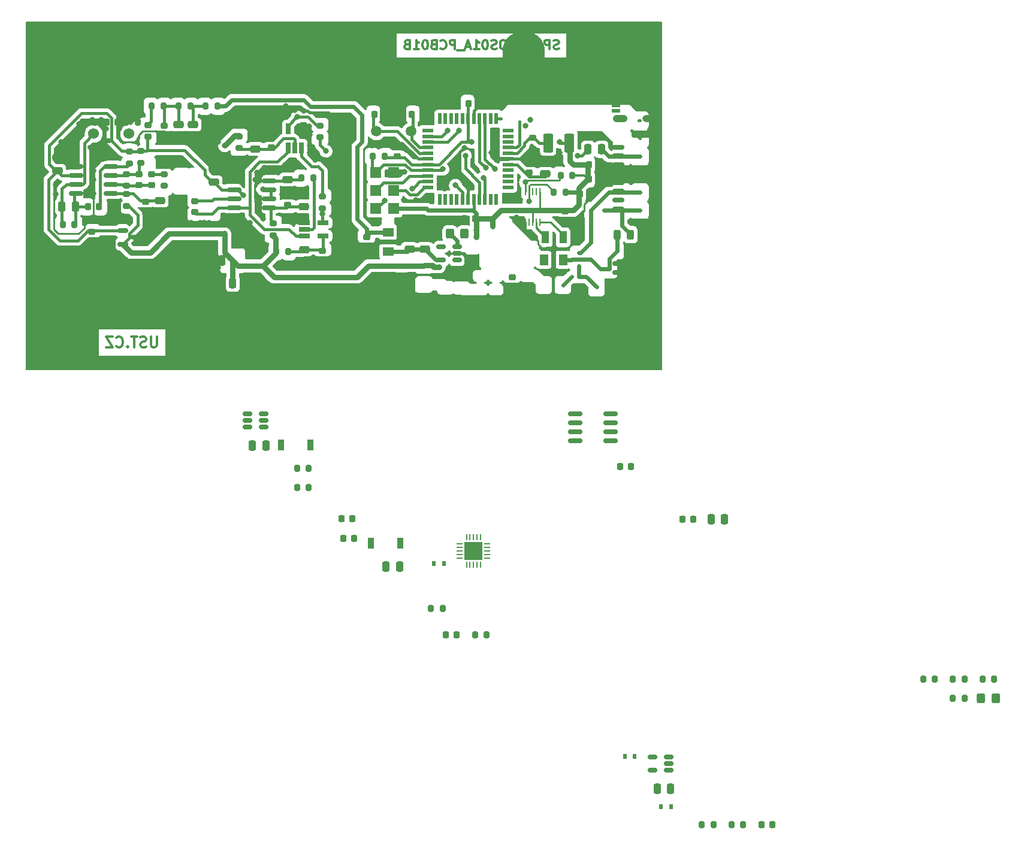
<source format=gbr>
%TF.GenerationSoftware,KiCad,Pcbnew,6.0.4-6f826c9f35~116~ubuntu20.04.1*%
%TF.CreationDate,2022-05-04T08:24:15+00:00*%
%TF.ProjectId,USTSIPIN02A,55535453-4950-4494-9e30-32412e6b6963,REV*%
%TF.SameCoordinates,Original*%
%TF.FileFunction,Copper,L2,Bot*%
%TF.FilePolarity,Positive*%
%FSLAX46Y46*%
G04 Gerber Fmt 4.6, Leading zero omitted, Abs format (unit mm)*
G04 Created by KiCad (PCBNEW 6.0.4-6f826c9f35~116~ubuntu20.04.1) date 2022-05-04 08:24:15*
%MOMM*%
%LPD*%
G01*
G04 APERTURE LIST*
G04 Aperture macros list*
%AMRoundRect*
0 Rectangle with rounded corners*
0 $1 Rounding radius*
0 $2 $3 $4 $5 $6 $7 $8 $9 X,Y pos of 4 corners*
0 Add a 4 corners polygon primitive as box body*
4,1,4,$2,$3,$4,$5,$6,$7,$8,$9,$2,$3,0*
0 Add four circle primitives for the rounded corners*
1,1,$1+$1,$2,$3*
1,1,$1+$1,$4,$5*
1,1,$1+$1,$6,$7*
1,1,$1+$1,$8,$9*
0 Add four rect primitives between the rounded corners*
20,1,$1+$1,$2,$3,$4,$5,0*
20,1,$1+$1,$4,$5,$6,$7,0*
20,1,$1+$1,$6,$7,$8,$9,0*
20,1,$1+$1,$8,$9,$2,$3,0*%
G04 Aperture macros list end*
%ADD10C,0.300000*%
%TA.AperFunction,NonConductor*%
%ADD11C,0.300000*%
%TD*%
%TA.AperFunction,ComponentPad*%
%ADD12C,6.000000*%
%TD*%
%TA.AperFunction,ComponentPad*%
%ADD13C,1.524000*%
%TD*%
%TA.AperFunction,ComponentPad*%
%ADD14C,1.500000*%
%TD*%
%TA.AperFunction,SMDPad,CuDef*%
%ADD15RoundRect,0.225000X-0.250000X0.225000X-0.250000X-0.225000X0.250000X-0.225000X0.250000X0.225000X0*%
%TD*%
%TA.AperFunction,SMDPad,CuDef*%
%ADD16RoundRect,0.250000X0.250000X0.475000X-0.250000X0.475000X-0.250000X-0.475000X0.250000X-0.475000X0*%
%TD*%
%TA.AperFunction,SMDPad,CuDef*%
%ADD17RoundRect,0.250000X0.475000X-0.250000X0.475000X0.250000X-0.475000X0.250000X-0.475000X-0.250000X0*%
%TD*%
%TA.AperFunction,SMDPad,CuDef*%
%ADD18RoundRect,0.250000X-0.475000X0.250000X-0.475000X-0.250000X0.475000X-0.250000X0.475000X0.250000X0*%
%TD*%
%TA.AperFunction,SMDPad,CuDef*%
%ADD19RoundRect,0.225000X0.225000X0.250000X-0.225000X0.250000X-0.225000X-0.250000X0.225000X-0.250000X0*%
%TD*%
%TA.AperFunction,SMDPad,CuDef*%
%ADD20RoundRect,0.225000X0.250000X-0.225000X0.250000X0.225000X-0.250000X0.225000X-0.250000X-0.225000X0*%
%TD*%
%TA.AperFunction,SMDPad,CuDef*%
%ADD21RoundRect,0.200000X-0.275000X0.200000X-0.275000X-0.200000X0.275000X-0.200000X0.275000X0.200000X0*%
%TD*%
%TA.AperFunction,SMDPad,CuDef*%
%ADD22RoundRect,0.200000X0.275000X-0.200000X0.275000X0.200000X-0.275000X0.200000X-0.275000X-0.200000X0*%
%TD*%
%TA.AperFunction,SMDPad,CuDef*%
%ADD23RoundRect,0.200000X0.200000X0.275000X-0.200000X0.275000X-0.200000X-0.275000X0.200000X-0.275000X0*%
%TD*%
%TA.AperFunction,SMDPad,CuDef*%
%ADD24RoundRect,0.200000X-0.200000X-0.275000X0.200000X-0.275000X0.200000X0.275000X-0.200000X0.275000X0*%
%TD*%
%TA.AperFunction,SMDPad,CuDef*%
%ADD25RoundRect,0.150000X-0.825000X-0.150000X0.825000X-0.150000X0.825000X0.150000X-0.825000X0.150000X0*%
%TD*%
%TA.AperFunction,SMDPad,CuDef*%
%ADD26R,0.650000X1.560000*%
%TD*%
%TA.AperFunction,SMDPad,CuDef*%
%ADD27R,1.560000X0.650000*%
%TD*%
%TA.AperFunction,SMDPad,CuDef*%
%ADD28RoundRect,0.150000X-0.587500X-0.150000X0.587500X-0.150000X0.587500X0.150000X-0.587500X0.150000X0*%
%TD*%
%TA.AperFunction,SMDPad,CuDef*%
%ADD29RoundRect,0.243750X-0.243750X-0.456250X0.243750X-0.456250X0.243750X0.456250X-0.243750X0.456250X0*%
%TD*%
%TA.AperFunction,SMDPad,CuDef*%
%ADD30RoundRect,0.250000X0.325000X0.450000X-0.325000X0.450000X-0.325000X-0.450000X0.325000X-0.450000X0*%
%TD*%
%TA.AperFunction,SMDPad,CuDef*%
%ADD31R,1.500000X1.300000*%
%TD*%
%TA.AperFunction,SMDPad,CuDef*%
%ADD32R,3.000000X0.700000*%
%TD*%
%TA.AperFunction,SMDPad,CuDef*%
%ADD33RoundRect,0.225000X-0.225000X-0.250000X0.225000X-0.250000X0.225000X0.250000X-0.225000X0.250000X0*%
%TD*%
%TA.AperFunction,SMDPad,CuDef*%
%ADD34RoundRect,0.150000X0.512500X0.150000X-0.512500X0.150000X-0.512500X-0.150000X0.512500X-0.150000X0*%
%TD*%
%TA.AperFunction,SMDPad,CuDef*%
%ADD35R,1.500000X0.550000*%
%TD*%
%TA.AperFunction,SMDPad,CuDef*%
%ADD36R,0.550000X1.500000*%
%TD*%
%TA.AperFunction,SMDPad,CuDef*%
%ADD37R,1.300000X1.500000*%
%TD*%
%TA.AperFunction,SMDPad,CuDef*%
%ADD38R,0.700000X3.000000*%
%TD*%
%TA.AperFunction,SMDPad,CuDef*%
%ADD39R,1.524000X1.524000*%
%TD*%
%TA.AperFunction,SMDPad,CuDef*%
%ADD40RoundRect,0.250000X-0.250000X-0.475000X0.250000X-0.475000X0.250000X0.475000X-0.250000X0.475000X0*%
%TD*%
%TA.AperFunction,SMDPad,CuDef*%
%ADD41RoundRect,0.250001X0.462499X1.074999X-0.462499X1.074999X-0.462499X-1.074999X0.462499X-1.074999X0*%
%TD*%
%TA.AperFunction,SMDPad,CuDef*%
%ADD42R,0.250000X1.100000*%
%TD*%
%TA.AperFunction,SMDPad,CuDef*%
%ADD43R,1.000000X1.800000*%
%TD*%
%TA.AperFunction,SMDPad,CuDef*%
%ADD44RoundRect,0.150000X-0.700000X0.150000X-0.700000X-0.150000X0.700000X-0.150000X0.700000X0.150000X0*%
%TD*%
%TA.AperFunction,SMDPad,CuDef*%
%ADD45RoundRect,0.250000X-1.100000X0.250000X-1.100000X-0.250000X1.100000X-0.250000X1.100000X0.250000X0*%
%TD*%
%TA.AperFunction,SMDPad,CuDef*%
%ADD46R,0.600000X0.700000*%
%TD*%
%TA.AperFunction,SMDPad,CuDef*%
%ADD47RoundRect,0.150000X0.587500X0.150000X-0.587500X0.150000X-0.587500X-0.150000X0.587500X-0.150000X0*%
%TD*%
%TA.AperFunction,SMDPad,CuDef*%
%ADD48R,1.150000X0.600000*%
%TD*%
%TA.AperFunction,SMDPad,CuDef*%
%ADD49R,1.150000X0.300000*%
%TD*%
%TA.AperFunction,ComponentPad*%
%ADD50O,2.000000X1.000000*%
%TD*%
%TA.AperFunction,ComponentPad*%
%ADD51O,2.100000X1.050000*%
%TD*%
%TA.AperFunction,SMDPad,CuDef*%
%ADD52R,0.950000X1.500000*%
%TD*%
%TA.AperFunction,SMDPad,CuDef*%
%ADD53RoundRect,0.062500X0.350000X0.062500X-0.350000X0.062500X-0.350000X-0.062500X0.350000X-0.062500X0*%
%TD*%
%TA.AperFunction,SMDPad,CuDef*%
%ADD54RoundRect,0.062500X0.062500X0.350000X-0.062500X0.350000X-0.062500X-0.350000X0.062500X-0.350000X0*%
%TD*%
%TA.AperFunction,SMDPad,CuDef*%
%ADD55R,2.500000X2.500000*%
%TD*%
%TA.AperFunction,SMDPad,CuDef*%
%ADD56RoundRect,0.150000X0.825000X0.150000X-0.825000X0.150000X-0.825000X-0.150000X0.825000X-0.150000X0*%
%TD*%
%TA.AperFunction,ViaPad*%
%ADD57C,0.800000*%
%TD*%
%TA.AperFunction,Conductor*%
%ADD58C,0.600000*%
%TD*%
%TA.AperFunction,Conductor*%
%ADD59C,0.250000*%
%TD*%
%TA.AperFunction,Conductor*%
%ADD60C,0.400000*%
%TD*%
%TA.AperFunction,Conductor*%
%ADD61C,0.800000*%
%TD*%
%TA.AperFunction,Conductor*%
%ADD62C,0.300000*%
%TD*%
G04 APERTURE END LIST*
D10*
D11*
X19283714Y5520428D02*
X19283714Y4306142D01*
X19212285Y4163285D01*
X19140857Y4091857D01*
X18998000Y4020428D01*
X18712285Y4020428D01*
X18569428Y4091857D01*
X18498000Y4163285D01*
X18426571Y4306142D01*
X18426571Y5520428D01*
X17783714Y4091857D02*
X17569428Y4020428D01*
X17212285Y4020428D01*
X17069428Y4091857D01*
X16998000Y4163285D01*
X16926571Y4306142D01*
X16926571Y4449000D01*
X16998000Y4591857D01*
X17069428Y4663285D01*
X17212285Y4734714D01*
X17498000Y4806142D01*
X17640857Y4877571D01*
X17712285Y4949000D01*
X17783714Y5091857D01*
X17783714Y5234714D01*
X17712285Y5377571D01*
X17640857Y5449000D01*
X17498000Y5520428D01*
X17140857Y5520428D01*
X16926571Y5449000D01*
X16498000Y5520428D02*
X15640857Y5520428D01*
X16069428Y4020428D02*
X16069428Y5520428D01*
X15140857Y4163285D02*
X15069428Y4091857D01*
X15140857Y4020428D01*
X15212285Y4091857D01*
X15140857Y4163285D01*
X15140857Y4020428D01*
X13569428Y4163285D02*
X13640857Y4091857D01*
X13855142Y4020428D01*
X13998000Y4020428D01*
X14212285Y4091857D01*
X14355142Y4234714D01*
X14426571Y4377571D01*
X14498000Y4663285D01*
X14498000Y4877571D01*
X14426571Y5163285D01*
X14355142Y5306142D01*
X14212285Y5449000D01*
X13998000Y5520428D01*
X13855142Y5520428D01*
X13640857Y5449000D01*
X13569428Y5377571D01*
X13069428Y5520428D02*
X12069428Y5520428D01*
X13069428Y4020428D01*
X12069428Y4020428D01*
D10*
D11*
X76081095Y46209809D02*
X75895380Y46147904D01*
X75585857Y46147904D01*
X75462047Y46209809D01*
X75400142Y46271714D01*
X75338238Y46395523D01*
X75338238Y46519333D01*
X75400142Y46643142D01*
X75462047Y46705047D01*
X75585857Y46766952D01*
X75833476Y46828857D01*
X75957285Y46890761D01*
X76019190Y46952666D01*
X76081095Y47076476D01*
X76081095Y47200285D01*
X76019190Y47324095D01*
X75957285Y47386000D01*
X75833476Y47447904D01*
X75523952Y47447904D01*
X75338238Y47386000D01*
X74781095Y46147904D02*
X74781095Y47447904D01*
X74285857Y47447904D01*
X74162047Y47386000D01*
X74100142Y47324095D01*
X74038238Y47200285D01*
X74038238Y47014571D01*
X74100142Y46890761D01*
X74162047Y46828857D01*
X74285857Y46766952D01*
X74781095Y46766952D01*
X73543000Y46519333D02*
X72923952Y46519333D01*
X73666809Y46147904D02*
X73233476Y47447904D01*
X72800142Y46147904D01*
X71623952Y46271714D02*
X71685857Y46209809D01*
X71871571Y46147904D01*
X71995380Y46147904D01*
X72181095Y46209809D01*
X72304904Y46333619D01*
X72366809Y46457428D01*
X72428714Y46705047D01*
X72428714Y46890761D01*
X72366809Y47138380D01*
X72304904Y47262190D01*
X72181095Y47386000D01*
X71995380Y47447904D01*
X71871571Y47447904D01*
X71685857Y47386000D01*
X71623952Y47324095D01*
X71066809Y46828857D02*
X70633476Y46828857D01*
X70447761Y46147904D02*
X71066809Y46147904D01*
X71066809Y47447904D01*
X70447761Y47447904D01*
X69890619Y46147904D02*
X69890619Y47447904D01*
X69581095Y47447904D01*
X69395380Y47386000D01*
X69271571Y47262190D01*
X69209666Y47138380D01*
X69147761Y46890761D01*
X69147761Y46705047D01*
X69209666Y46457428D01*
X69271571Y46333619D01*
X69395380Y46209809D01*
X69581095Y46147904D01*
X69890619Y46147904D01*
X68343000Y47447904D02*
X68095380Y47447904D01*
X67971571Y47386000D01*
X67847761Y47262190D01*
X67785857Y47014571D01*
X67785857Y46581238D01*
X67847761Y46333619D01*
X67971571Y46209809D01*
X68095380Y46147904D01*
X68343000Y46147904D01*
X68466809Y46209809D01*
X68590619Y46333619D01*
X68652523Y46581238D01*
X68652523Y47014571D01*
X68590619Y47262190D01*
X68466809Y47386000D01*
X68343000Y47447904D01*
X67290619Y46209809D02*
X67104904Y46147904D01*
X66795380Y46147904D01*
X66671571Y46209809D01*
X66609666Y46271714D01*
X66547761Y46395523D01*
X66547761Y46519333D01*
X66609666Y46643142D01*
X66671571Y46705047D01*
X66795380Y46766952D01*
X67043000Y46828857D01*
X67166809Y46890761D01*
X67228714Y46952666D01*
X67290619Y47076476D01*
X67290619Y47200285D01*
X67228714Y47324095D01*
X67166809Y47386000D01*
X67043000Y47447904D01*
X66733476Y47447904D01*
X66547761Y47386000D01*
X65743000Y47447904D02*
X65619190Y47447904D01*
X65495380Y47386000D01*
X65433476Y47324095D01*
X65371571Y47200285D01*
X65309666Y46952666D01*
X65309666Y46643142D01*
X65371571Y46395523D01*
X65433476Y46271714D01*
X65495380Y46209809D01*
X65619190Y46147904D01*
X65743000Y46147904D01*
X65866809Y46209809D01*
X65928714Y46271714D01*
X65990619Y46395523D01*
X66052523Y46643142D01*
X66052523Y46952666D01*
X65990619Y47200285D01*
X65928714Y47324095D01*
X65866809Y47386000D01*
X65743000Y47447904D01*
X64071571Y46147904D02*
X64814428Y46147904D01*
X64443000Y46147904D02*
X64443000Y47447904D01*
X64566809Y47262190D01*
X64690619Y47138380D01*
X64814428Y47076476D01*
X63576333Y46519333D02*
X62957285Y46519333D01*
X63700142Y46147904D02*
X63266809Y47447904D01*
X62833476Y46147904D01*
X62709666Y46024095D02*
X61719190Y46024095D01*
X61409666Y46147904D02*
X61409666Y47447904D01*
X60914428Y47447904D01*
X60790619Y47386000D01*
X60728714Y47324095D01*
X60666809Y47200285D01*
X60666809Y47014571D01*
X60728714Y46890761D01*
X60790619Y46828857D01*
X60914428Y46766952D01*
X61409666Y46766952D01*
X59366809Y46271714D02*
X59428714Y46209809D01*
X59614428Y46147904D01*
X59738238Y46147904D01*
X59923952Y46209809D01*
X60047761Y46333619D01*
X60109666Y46457428D01*
X60171571Y46705047D01*
X60171571Y46890761D01*
X60109666Y47138380D01*
X60047761Y47262190D01*
X59923952Y47386000D01*
X59738238Y47447904D01*
X59614428Y47447904D01*
X59428714Y47386000D01*
X59366809Y47324095D01*
X58376333Y46828857D02*
X58190619Y46766952D01*
X58128714Y46705047D01*
X58066809Y46581238D01*
X58066809Y46395523D01*
X58128714Y46271714D01*
X58190619Y46209809D01*
X58314428Y46147904D01*
X58809666Y46147904D01*
X58809666Y47447904D01*
X58376333Y47447904D01*
X58252523Y47386000D01*
X58190619Y47324095D01*
X58128714Y47200285D01*
X58128714Y47076476D01*
X58190619Y46952666D01*
X58252523Y46890761D01*
X58376333Y46828857D01*
X58809666Y46828857D01*
X57262047Y47447904D02*
X57138238Y47447904D01*
X57014428Y47386000D01*
X56952523Y47324095D01*
X56890619Y47200285D01*
X56828714Y46952666D01*
X56828714Y46643142D01*
X56890619Y46395523D01*
X56952523Y46271714D01*
X57014428Y46209809D01*
X57138238Y46147904D01*
X57262047Y46147904D01*
X57385857Y46209809D01*
X57447761Y46271714D01*
X57509666Y46395523D01*
X57571571Y46643142D01*
X57571571Y46952666D01*
X57509666Y47200285D01*
X57447761Y47324095D01*
X57385857Y47386000D01*
X57262047Y47447904D01*
X55590619Y46147904D02*
X56333476Y46147904D01*
X55962047Y46147904D02*
X55962047Y47447904D01*
X56085857Y47262190D01*
X56209666Y47138380D01*
X56333476Y47076476D01*
X54600142Y46828857D02*
X54414428Y46766952D01*
X54352523Y46705047D01*
X54290619Y46581238D01*
X54290619Y46395523D01*
X54352523Y46271714D01*
X54414428Y46209809D01*
X54538238Y46147904D01*
X55033476Y46147904D01*
X55033476Y47447904D01*
X54600142Y47447904D01*
X54476333Y47386000D01*
X54414428Y47324095D01*
X54352523Y47200285D01*
X54352523Y47076476D01*
X54414428Y46952666D01*
X54476333Y46890761D01*
X54600142Y46828857D01*
X55033476Y46828857D01*
D12*
%TO.P,M2,1*%
%TO.N,GND*%
X71120000Y45720000D03*
%TD*%
%TO.P,M3,1*%
%TO.N,GND*%
X5080000Y45720000D03*
%TD*%
%TO.P,M4,1*%
%TO.N,GND*%
X5080000Y5080000D03*
%TD*%
D13*
%TO.P,D2,1,K*%
%TO.N,/K*%
X15360000Y34190000D03*
%TO.P,D2,2,A*%
%TO.N,/A*%
X10360000Y34190000D03*
%TD*%
D12*
%TO.P,M1,1*%
%TO.N,GND*%
X63500000Y5080000D03*
%TD*%
D14*
%TO.P,Y1,1,1*%
%TO.N,Net-(C30-Pad1)*%
X50292000Y34544000D03*
%TO.P,Y1,2,2*%
%TO.N,Net-(C33-Pad1)*%
X55172000Y34544000D03*
%TD*%
D15*
%TO.P,C20,1*%
%TO.N,PA1*%
X10066000Y20327000D03*
%TO.P,C20,2*%
%TO.N,GND*%
X10066000Y18777000D03*
%TD*%
D16*
%TO.P,C1,1*%
%TO.N,POWER_ANALOG_3V3*%
X28415000Y16250000D03*
%TO.P,C1,2*%
%TO.N,GND*%
X26515000Y16250000D03*
%TD*%
D17*
%TO.P,C3,1*%
%TO.N,PA1*%
X5240000Y28952500D03*
%TO.P,C3,2*%
%TO.N,GND*%
X5240000Y30852500D03*
%TD*%
D16*
%TO.P,C4,1*%
%TO.N,POWER_ANALOG_3V3*%
X30002500Y13075000D03*
%TO.P,C4,2*%
%TO.N,GND*%
X28102500Y13075000D03*
%TD*%
%TO.P,C5,1*%
%TO.N,Net-(C10-Pad2)*%
X7777500Y23870000D03*
%TO.P,C5,2*%
%TO.N,/A*%
X5877500Y23870000D03*
%TD*%
D18*
%TO.P,C6,1*%
%TO.N,/VCC1*%
X19718000Y24756500D03*
%TO.P,C6,2*%
%TO.N,GND*%
X19718000Y22856500D03*
%TD*%
D17*
%TO.P,C7,1*%
%TO.N,/VCC2*%
X40038000Y23936000D03*
%TO.P,C7,2*%
%TO.N,GND*%
X40038000Y25836000D03*
%TD*%
%TO.P,C8,1*%
%TO.N,/VCC3*%
X33180000Y32064000D03*
%TO.P,C8,2*%
%TO.N,GND*%
X33180000Y33964000D03*
%TD*%
D18*
%TO.P,C9,1*%
%TO.N,/VCC4*%
X40165000Y17835000D03*
%TO.P,C9,2*%
%TO.N,GND*%
X40165000Y15935000D03*
%TD*%
D19*
%TO.P,C10,1*%
%TO.N,Net-(C10-Pad1)*%
X11095000Y23870000D03*
%TO.P,C10,2*%
%TO.N,Net-(C10-Pad2)*%
X9545000Y23870000D03*
%TD*%
D15*
%TO.P,C11,1*%
%TO.N,/VCC1*%
X17686000Y24581500D03*
%TO.P,C11,2*%
%TO.N,GND*%
X17686000Y23031500D03*
%TD*%
D20*
%TO.P,C12,1*%
%TO.N,/VCC2*%
X37752000Y24111000D03*
%TO.P,C12,2*%
%TO.N,GND*%
X37752000Y25661000D03*
%TD*%
%TO.P,C13,1*%
%TO.N,/VCC3*%
X35466000Y32239000D03*
%TO.P,C13,2*%
%TO.N,GND*%
X35466000Y33789000D03*
%TD*%
D15*
%TO.P,C14,1*%
%TO.N,/VCC4*%
X42705000Y17660000D03*
%TO.P,C14,2*%
%TO.N,GND*%
X42705000Y16110000D03*
%TD*%
D20*
%TO.P,C15,1*%
%TO.N,Net-(C15-Pad1)*%
X16764000Y26911000D03*
%TO.P,C15,2*%
%TO.N,Net-(C15-Pad2)*%
X16764000Y28461000D03*
%TD*%
D15*
%TO.P,C16,1*%
%TO.N,Net-(C16-Pad1)*%
X18542000Y28461000D03*
%TO.P,C16,2*%
%TO.N,Net-(C15-Pad1)*%
X18542000Y26911000D03*
%TD*%
D17*
%TO.P,C17,1*%
%TO.N,PA1*%
X27338000Y27365000D03*
%TO.P,C17,2*%
%TO.N,GND*%
X27338000Y29265000D03*
%TD*%
D20*
%TO.P,C18,1*%
%TO.N,Net-(C18-Pad1)*%
X24638000Y23101000D03*
%TO.P,C18,2*%
%TO.N,Net-(C18-Pad2)*%
X24638000Y24651000D03*
%TD*%
D17*
%TO.P,C19,1*%
%TO.N,Net-(C19-Pad1)*%
X37752000Y27746000D03*
%TO.P,C19,2*%
%TO.N,GND*%
X37752000Y29646000D03*
%TD*%
D21*
%TO.P,R3,1*%
%TO.N,/VCC2*%
X35720000Y21520000D03*
%TO.P,R3,2*%
%TO.N,POWER_ANALOG_3V3*%
X35720000Y19870000D03*
%TD*%
D22*
%TO.P,R4,1*%
%TO.N,/VCC3*%
X30894000Y32189000D03*
%TO.P,R4,2*%
%TO.N,POWER_ANALOG_3V3*%
X30894000Y33839000D03*
%TD*%
D23*
%TO.P,R5,1*%
%TO.N,/VCC4*%
X37815000Y17520000D03*
%TO.P,R5,2*%
%TO.N,POWER_ANALOG_3V3*%
X36165000Y17520000D03*
%TD*%
%TO.P,R6,1*%
%TO.N,Net-(C10-Pad2)*%
X7652500Y21330000D03*
%TO.P,R6,2*%
%TO.N,/A*%
X6002500Y21330000D03*
%TD*%
D21*
%TO.P,R7,1*%
%TO.N,PA1*%
X15400000Y31680000D03*
%TO.P,R7,2*%
%TO.N,Net-(C10-Pad1)*%
X15400000Y30030000D03*
%TD*%
D22*
%TO.P,R8,1*%
%TO.N,Net-(C15-Pad2)*%
X17018000Y30093500D03*
%TO.P,R8,2*%
%TO.N,PA1*%
X17018000Y31743500D03*
%TD*%
%TO.P,R9,1*%
%TO.N,Net-(C15-Pad1)*%
X14986000Y26861000D03*
%TO.P,R9,2*%
%TO.N,Net-(C15-Pad2)*%
X14986000Y28511000D03*
%TD*%
%TO.P,R10,1*%
%TO.N,Net-(C18-Pad2)*%
X20320000Y26861000D03*
%TO.P,R10,2*%
%TO.N,Net-(C16-Pad1)*%
X20320000Y28511000D03*
%TD*%
%TO.P,R11,1*%
%TO.N,Net-(C18-Pad1)*%
X22860000Y22981500D03*
%TO.P,R11,2*%
%TO.N,Net-(C18-Pad2)*%
X22860000Y24631500D03*
%TD*%
%TO.P,R12,1*%
%TO.N,PB0*%
X42705000Y23680000D03*
%TO.P,R12,2*%
%TO.N,Net-(R12-Pad2)*%
X42705000Y25330000D03*
%TD*%
D24*
%TO.P,R13,1*%
%TO.N,Net-(C19-Pad1)*%
X39721000Y27934000D03*
%TO.P,R13,2*%
%TO.N,Net-(R13-Pad2)*%
X41371000Y27934000D03*
%TD*%
D25*
%TO.P,U1,1*%
%TO.N,Net-(C10-Pad2)*%
X7845000Y25775000D03*
%TO.P,U1,2,-*%
%TO.N,/A*%
X7845000Y27045000D03*
%TO.P,U1,3,+*%
%TO.N,PA1*%
X7845000Y28315000D03*
%TO.P,U1,4,V-*%
%TO.N,GND*%
X7845000Y29585000D03*
%TO.P,U1,5,+*%
%TO.N,Net-(C10-Pad1)*%
X12795000Y29585000D03*
%TO.P,U1,6,-*%
%TO.N,Net-(C15-Pad2)*%
X12795000Y28315000D03*
%TO.P,U1,7*%
%TO.N,Net-(C15-Pad1)*%
X12795000Y27045000D03*
%TO.P,U1,8,V+*%
%TO.N,/VCC1*%
X12795000Y25775000D03*
%TD*%
D26*
%TO.P,U4,1*%
%TO.N,Net-(R12-Pad2)*%
X39718000Y32172000D03*
%TO.P,U4,2,V+*%
%TO.N,/VCC3*%
X38768000Y32172000D03*
%TO.P,U4,3,+*%
%TO.N,Net-(C18-Pad1)*%
X37818000Y32172000D03*
%TO.P,U4,4,-*%
%TO.N,Net-(R1-Pad2)*%
X37818000Y34872000D03*
%TO.P,U4,5,V-*%
%TO.N,GND*%
X39718000Y34872000D03*
%TD*%
D27*
%TO.P,U5,1,COM*%
%TO.N,Net-(C18-Pad1)*%
X40085000Y19745000D03*
%TO.P,U5,2,NO*%
%TO.N,Net-(R13-Pad2)*%
X40085000Y20695000D03*
%TO.P,U5,3,GND*%
%TO.N,GND*%
X40085000Y21645000D03*
%TO.P,U5,4,IN*%
%TO.N,PB0*%
X42785000Y21645000D03*
%TO.P,U5,5,VCC*%
%TO.N,/VCC4*%
X42785000Y19745000D03*
%TD*%
D21*
%TO.P,R2,1*%
%TO.N,/VCC1*%
X14986000Y25647500D03*
%TO.P,R2,2*%
%TO.N,POWER_ANALOG_3V3*%
X14986000Y23997500D03*
%TD*%
D25*
%TO.P,U2,1*%
%TO.N,Net-(C18-Pad1)*%
X30197000Y23743000D03*
%TO.P,U2,2,-*%
%TO.N,Net-(C18-Pad2)*%
X30197000Y25013000D03*
%TO.P,U2,3,+*%
%TO.N,PA1*%
X30197000Y26283000D03*
%TO.P,U2,4,V-*%
%TO.N,GND*%
X30197000Y27553000D03*
%TO.P,U2,5,+*%
%TO.N,Net-(C19-Pad1)*%
X35147000Y27553000D03*
%TO.P,U2,6,-*%
%TO.N,Net-(R1-Pad2)*%
X35147000Y26283000D03*
%TO.P,U2,7*%
X35147000Y25013000D03*
%TO.P,U2,8,V+*%
%TO.N,/VCC2*%
X35147000Y23743000D03*
%TD*%
D22*
%TO.P,R1,1*%
%TO.N,PA0*%
X42324000Y33713000D03*
%TO.P,R1,2*%
%TO.N,Net-(R1-Pad2)*%
X42324000Y35363000D03*
%TD*%
D15*
%TO.P,C2,1*%
%TO.N,Net-(C2-Pad1)*%
X20320000Y35319000D03*
%TO.P,C2,2*%
%TO.N,GND*%
X20320000Y33769000D03*
%TD*%
D28*
%TO.P,U3,1,Vin*%
%TO.N,POWER_ANALOG_3V3*%
X14478500Y18602000D03*
%TO.P,U3,2,Vout*%
%TO.N,PA1*%
X14478500Y20502000D03*
%TO.P,U3,3,GND*%
%TO.N,GND*%
X16353500Y19552000D03*
%TD*%
D18*
%TO.P,C21,1*%
%TO.N,Net-(C21-Pad1)*%
X24384000Y35494000D03*
%TO.P,C21,2*%
%TO.N,GND*%
X24384000Y33594000D03*
%TD*%
D29*
%TO.P,F2,1*%
%TO.N,Net-(C29-Pad1)*%
X84343000Y19939000D03*
%TO.P,F2,2*%
%TO.N,Net-(F2-Pad2)*%
X86218000Y19939000D03*
%TD*%
D30*
%TO.P,L3,1*%
%TO.N,POWER_ANALOG_3V3*%
X62747000Y20066000D03*
%TO.P,L3,2*%
%TO.N,Net-(L3-Pad2)*%
X60697000Y20066000D03*
%TD*%
D17*
%TO.P,C50,1*%
%TO.N,Net-(C42-Pad1)*%
X54991000Y17909500D03*
%TO.P,C50,2*%
%TO.N,GND*%
X54991000Y19809500D03*
%TD*%
%TO.P,C42,1*%
%TO.N,Net-(C42-Pad1)*%
X57150000Y17909500D03*
%TO.P,C42,2*%
%TO.N,GND*%
X57150000Y19809500D03*
%TD*%
D31*
%TO.P,C52,1,1*%
%TO.N,Net-(C42-Pad1)*%
X51943000Y17573000D03*
D32*
%TO.P,C52,2,2*%
%TO.N,GND*%
X51943000Y18923000D03*
D31*
%TO.P,C52,3,3*%
%TO.N,+5V*%
X51943000Y20273000D03*
%TD*%
D20*
%TO.P,C44,1*%
%TO.N,Net-(C40-Pad1)*%
X71882000Y28689000D03*
%TO.P,C44,2*%
%TO.N,GND*%
X71882000Y30239000D03*
%TD*%
D17*
%TO.P,C40,1*%
%TO.N,Net-(C40-Pad1)*%
X74168000Y28514000D03*
%TO.P,C40,2*%
%TO.N,GND*%
X74168000Y30414000D03*
%TD*%
D15*
%TO.P,C31,1*%
%TO.N,/cpu/AVCC*%
X72390000Y33604500D03*
%TO.P,C31,2*%
%TO.N,GND*%
X72390000Y32054500D03*
%TD*%
D33*
%TO.P,C27,1*%
%TO.N,+3V3*%
X80378000Y27813000D03*
%TO.P,C27,2*%
%TO.N,GND*%
X81928000Y27813000D03*
%TD*%
D34*
%TO.P,U8,1,SW*%
%TO.N,Net-(L3-Pad2)*%
X61716500Y18222000D03*
%TO.P,U8,2,GND*%
%TO.N,GND*%
X61716500Y17272000D03*
%TO.P,U8,3*%
%TO.N,N/C*%
X61716500Y16322000D03*
%TO.P,U8,4,Vout*%
%TO.N,Net-(C42-Pad1)*%
X59441500Y16322000D03*
%TO.P,U8,5*%
%TO.N,N/C*%
X59441500Y18222000D03*
%TD*%
D35*
%TO.P,U10,1,(PCINT13/MOSI)PB5*%
%TO.N,/cpu/PB5*%
X57550000Y26640000D03*
%TO.P,U10,2,(PCINT14/MISO)PB6*%
%TO.N,/cpu/PB6*%
X57550000Y27440000D03*
%TO.P,U10,3,(PCINT15/SCK)PB7*%
%TO.N,/cpu/PB7*%
X57550000Y28240000D03*
%TO.P,U10,4,~{RESET}*%
%TO.N,/cpu/RST#_P*%
X57550000Y29040000D03*
%TO.P,U10,5,VCC*%
%TO.N,+3V3*%
X57550000Y29840000D03*
%TO.P,U10,6,GND*%
%TO.N,GND*%
X57550000Y30640000D03*
%TO.P,U10,7,XTAL2*%
%TO.N,Net-(C30-Pad1)*%
X57550000Y31440000D03*
%TO.P,U10,8,XTAL1*%
%TO.N,Net-(C33-Pad1)*%
X57550000Y32240000D03*
%TO.P,U10,9,(PCINT24/RXD0)PD0*%
%TO.N,RX0*%
X57550000Y33040000D03*
%TO.P,U10,10,(PCINT25/TXD0)PD1*%
%TO.N,TX0*%
X57550000Y33840000D03*
%TO.P,U10,11,(PCINT26/RXD1/INT0)PD2*%
%TO.N,/cpu/RX1*%
X57550000Y34640000D03*
D36*
%TO.P,U10,12,(PCINT27/TXD1/INT1)PD3*%
%TO.N,/cpu/TX1*%
X59250000Y36340000D03*
%TO.P,U10,13,(PCINT28/XCK1/OC1B)PD4*%
%TO.N,/cpu/TIMEPULSE*%
X60050000Y36340000D03*
%TO.P,U10,14,(PCINT294/OC1A)PD5*%
%TO.N,/cpu/EXTINT*%
X60850000Y36340000D03*
%TO.P,U10,15,(PCINT30/OC2B/ICP)PD6*%
%TO.N,/cpu/GEO_STAT*%
X61650000Y36340000D03*
%TO.P,U10,16,(PCINT31/OC2A)PD7*%
%TO.N,POWER_ANALOG_3V3*%
X62450000Y36340000D03*
%TO.P,U10,17,VCC*%
%TO.N,+3V3*%
X63250000Y36340000D03*
%TO.P,U10,18,GND*%
%TO.N,GND*%
X64050000Y36340000D03*
%TO.P,U10,19,(PCINT16/SCL)PC0*%
%TO.N,/cpu/PC0*%
X64850000Y36340000D03*
%TO.P,U10,20,(PCINT17/SDA)PC1*%
%TO.N,/cpu/PC1*%
X65650000Y36340000D03*
%TO.P,U10,21,(PCINT18/TCK)PC2*%
%TO.N,unconnected-(U10-Pad21)*%
X66450000Y36340000D03*
%TO.P,U10,22,(PCINT19/TMS)PC3*%
%TO.N,/cpu/PC3*%
X67250000Y36340000D03*
D35*
%TO.P,U10,23,(PCINT20/TDO)PC4*%
%TO.N,/cpu/PC4*%
X68950000Y34640000D03*
%TO.P,U10,24,(PCINT21/TDI)PC5*%
%TO.N,unconnected-(U10-Pad24)*%
X68950000Y33840000D03*
%TO.P,U10,25,(PCINT22/TOSC1)PC6*%
%TO.N,unconnected-(U10-Pad25)*%
X68950000Y33040000D03*
%TO.P,U10,26,(PCINT23/TOSC2)PC7*%
%TO.N,unconnected-(U10-Pad26)*%
X68950000Y32240000D03*
%TO.P,U10,27,AVCC*%
%TO.N,/cpu/AVCC*%
X68950000Y31440000D03*
%TO.P,U10,28,GND*%
%TO.N,GND*%
X68950000Y30640000D03*
%TO.P,U10,29,AREF*%
%TO.N,Net-(C40-Pad1)*%
X68950000Y29840000D03*
%TO.P,U10,30,(PCINT7/ADC7)PA7*%
%TO.N,unconnected-(U10-Pad30)*%
X68950000Y29040000D03*
%TO.P,U10,31,(PCINT6/ADC6)PA6*%
%TO.N,unconnected-(U10-Pad31)*%
X68950000Y28240000D03*
%TO.P,U10,32,(PCINT5/ADC5)PA5*%
%TO.N,unconnected-(U10-Pad32)*%
X68950000Y27440000D03*
%TO.P,U10,33,(PCINT4/ADC4)PA4*%
%TO.N,unconnected-(U10-Pad33)*%
X68950000Y26640000D03*
D36*
%TO.P,U10,34,(PCINT3/ADC3)PA3*%
%TO.N,unconnected-(U10-Pad34)*%
X67250000Y24940000D03*
%TO.P,U10,35,(PCINT2/ADC2)PA2*%
%TO.N,unconnected-(U10-Pad35)*%
X66450000Y24940000D03*
%TO.P,U10,36,(PCINT1/ADC1)PA1*%
%TO.N,PA1*%
X65650000Y24940000D03*
%TO.P,U10,37,(PCINT0/ADC0)PA0*%
%TO.N,PA0*%
X64850000Y24940000D03*
%TO.P,U10,38,VCC*%
%TO.N,+3V3*%
X64050000Y24940000D03*
%TO.P,U10,39,GND*%
%TO.N,GND*%
X63250000Y24940000D03*
%TO.P,U10,40,(PCINT8/T0/XCK)PB0*%
%TO.N,PB0*%
X62450000Y24940000D03*
%TO.P,U10,41,(PCINT9/CLKO/T1)PB1*%
%TO.N,Net-(L2-Pad1)*%
X61650000Y24940000D03*
%TO.P,U10,42,(PCINT10/AIN0/INT2)PB2*%
X60850000Y24940000D03*
%TO.P,U10,43,(PCINT11/AIN1/OC0)PB3*%
X60050000Y24940000D03*
%TO.P,U10,44,(PCINT12/OC0B/~{SS})PB4*%
%TO.N,/cpu/PB4*%
X59250000Y24940000D03*
%TD*%
D24*
%TO.P,R20,1*%
%TO.N,/cpu/PC1*%
X76327500Y28321000D03*
%TO.P,R20,2*%
%TO.N,+3V3*%
X77977500Y28321000D03*
%TD*%
D37*
%TO.P,C29,1,1*%
%TO.N,Net-(C29-Pad1)*%
X76661000Y16383000D03*
D38*
%TO.P,C29,2,2*%
%TO.N,GND*%
X75311000Y16383000D03*
D37*
%TO.P,C29,3,3*%
%TO.N,Net-(C29-Pad3)*%
X73961000Y16383000D03*
%TD*%
D39*
%TO.P,J22,1*%
%TO.N,/cpu/PB6*%
X50165000Y23622000D03*
%TO.P,J22,2*%
%TO.N,+3V3*%
X52705000Y23622000D03*
%TO.P,J22,3*%
%TO.N,/cpu/PB7*%
X50165000Y26162000D03*
%TO.P,J22,4*%
%TO.N,/cpu/PB5*%
X52705000Y26162000D03*
%TO.P,J22,5*%
%TO.N,/cpu/RST#_P*%
X50165000Y28702000D03*
%TO.P,J22,6*%
%TO.N,GND*%
X52705000Y28702000D03*
%TD*%
D24*
%TO.P,R23,1*%
%TO.N,/cpu/RST#_P*%
X49784500Y30988000D03*
%TO.P,R23,2*%
%TO.N,+3V3*%
X51434500Y30988000D03*
%TD*%
D33*
%TO.P,C26,1*%
%TO.N,+3V3*%
X79108000Y25654000D03*
%TO.P,C26,2*%
%TO.N,GND*%
X80658000Y25654000D03*
%TD*%
%TO.P,C28,1*%
%TO.N,+3V3*%
X80378000Y29845000D03*
%TO.P,C28,2*%
%TO.N,GND*%
X81928000Y29845000D03*
%TD*%
%TO.P,C30,1*%
%TO.N,Net-(C30-Pad1)*%
X50025000Y36957000D03*
%TO.P,C30,2*%
%TO.N,GND*%
X51575000Y36957000D03*
%TD*%
D19*
%TO.P,C33,1*%
%TO.N,Net-(C33-Pad1)*%
X55258000Y36957000D03*
%TO.P,C33,2*%
%TO.N,GND*%
X53708000Y36957000D03*
%TD*%
D20*
%TO.P,C34,1*%
%TO.N,+3V3*%
X53213000Y31038500D03*
%TO.P,C34,2*%
%TO.N,GND*%
X53213000Y32588500D03*
%TD*%
D19*
%TO.P,C35,1*%
%TO.N,+3V3*%
X64275000Y22225000D03*
%TO.P,C35,2*%
%TO.N,GND*%
X62725000Y22225000D03*
%TD*%
D33*
%TO.P,C39,1*%
%TO.N,+3V3*%
X63360000Y38481000D03*
%TO.P,C39,2*%
%TO.N,GND*%
X64910000Y38481000D03*
%TD*%
D40*
%TO.P,C43,1*%
%TO.N,/cpu/RST#_P*%
X80203000Y32004000D03*
%TO.P,C43,2*%
%TO.N,RST#*%
X82103000Y32004000D03*
%TD*%
D15*
%TO.P,C47,1*%
%TO.N,+3V3*%
X76962000Y23254000D03*
%TO.P,C47,2*%
%TO.N,GND*%
X76962000Y21704000D03*
%TD*%
D41*
%TO.P,L1,1,1*%
%TO.N,+3V3*%
X77560500Y32893000D03*
%TO.P,L1,2,2*%
%TO.N,/cpu/AVCC*%
X74585500Y32893000D03*
%TD*%
D24*
%TO.P,R21,1*%
%TO.N,/cpu/PC0*%
X75375000Y25908000D03*
%TO.P,R21,2*%
%TO.N,+3V3*%
X77025000Y25908000D03*
%TD*%
D42*
%TO.P,U11,1,OSCI*%
%TO.N,Net-(U11-Pad1)*%
X73390000Y21726000D03*
%TO.P,U11,2,OSCO*%
%TO.N,Net-(U11-Pad2)*%
X72890000Y21726000D03*
%TO.P,U11,3,VBAT*%
%TO.N,+3V3*%
X72390000Y21726000D03*
%TO.P,U11,4,TS*%
%TO.N,unconnected-(U11-Pad4)*%
X71890000Y21726000D03*
%TO.P,U11,5,GND*%
%TO.N,GND*%
X71390000Y21726000D03*
%TO.P,U11,6,SDA*%
%TO.N,/cpu/PC1*%
X71390000Y26026000D03*
%TO.P,U11,7,SCL*%
%TO.N,/cpu/PC0*%
X71890000Y26026000D03*
%TO.P,U11,8,CLK*%
%TO.N,unconnected-(U11-Pad8)*%
X72390000Y26026000D03*
%TO.P,U11,9,INTA*%
%TO.N,unconnected-(U11-Pad9)*%
X72890000Y26026000D03*
%TO.P,U11,10,VDD*%
%TO.N,+3V3*%
X73390000Y26026000D03*
%TD*%
D43*
%TO.P,Y2,1,1*%
%TO.N,Net-(U11-Pad2)*%
X74168000Y19558000D03*
%TO.P,Y2,2,2*%
%TO.N,Net-(U11-Pad1)*%
X76668000Y19558000D03*
%TD*%
D18*
%TO.P,C23,1*%
%TO.N,Net-(C2-Pad1)*%
X22352000Y35494000D03*
%TO.P,C23,2*%
%TO.N,GND*%
X22352000Y33594000D03*
%TD*%
D15*
%TO.P,C24,1*%
%TO.N,/Ubiasout*%
X18034000Y35382500D03*
%TO.P,C24,2*%
%TO.N,PA1*%
X18034000Y33832500D03*
%TD*%
%TO.P,C32,1*%
%TO.N,POWER_ANALOG_3V3*%
X69469000Y13919500D03*
%TO.P,C32,2*%
%TO.N,GND*%
X69469000Y12369500D03*
%TD*%
%TO.P,C54,1*%
%TO.N,+5V*%
X48895000Y19571000D03*
%TO.P,C54,2*%
%TO.N,GND*%
X48895000Y18021000D03*
%TD*%
D24*
%TO.P,R15,1*%
%TO.N,Net-(C21-Pad1)*%
X26162500Y38100000D03*
%TO.P,R15,2*%
%TO.N,+5V*%
X27812500Y38100000D03*
%TD*%
%TO.P,R19,1*%
%TO.N,Net-(C2-Pad1)*%
X22352500Y38100000D03*
%TO.P,R19,2*%
%TO.N,Net-(C21-Pad1)*%
X24002500Y38100000D03*
%TD*%
%TO.P,R22,1*%
%TO.N,/Ubiasout*%
X18542500Y38100000D03*
%TO.P,R22,2*%
%TO.N,Net-(C2-Pad1)*%
X20192500Y38100000D03*
%TD*%
D44*
%TO.P,J3,1*%
%TO.N,UAV_5V*%
X84510000Y15825000D03*
%TO.P,J3,2*%
%TO.N,RX0*%
X84510000Y14575000D03*
%TO.P,J3,3*%
%TO.N,TX0*%
X84510000Y13325000D03*
%TO.P,J3,4*%
%TO.N,unconnected-(J3-Pad4)*%
X84510000Y12075000D03*
%TO.P,J3,5*%
%TO.N,unconnected-(J3-Pad5)*%
X84510000Y10825000D03*
%TO.P,J3,6*%
%TO.N,GND*%
X84510000Y9575000D03*
D45*
%TO.P,J3,MP*%
X87710000Y17675000D03*
X87710000Y7725000D03*
%TD*%
D23*
%TO.P,R17,1*%
%TO.N,/cpu/PB4*%
X133413518Y-45590000D03*
%TO.P,R17,2*%
%TO.N,Net-(J2-Pad1)*%
X131763518Y-45590000D03*
%TD*%
%TO.P,R25,1*%
%TO.N,/cpu/PB6*%
X137603518Y-42920000D03*
%TO.P,R25,2*%
%TO.N,Net-(J2-Pad7)*%
X135953518Y-42920000D03*
%TD*%
D44*
%TO.P,J1,1*%
%TO.N,/cpu/TIMEPULSE*%
X84510000Y32315000D03*
%TO.P,J1,2*%
%TO.N,/cpu/EXTINT*%
X84510000Y31065000D03*
%TO.P,J1,3*%
%TO.N,/cpu/GEO_STAT*%
X84510000Y29815000D03*
%TO.P,J1,4*%
%TO.N,/cpu/PC1*%
X84510000Y28565000D03*
%TO.P,J1,5*%
%TO.N,/cpu/PC0*%
X84510000Y27315000D03*
%TO.P,J1,6*%
%TO.N,/cpu/TX1*%
X84510000Y26065000D03*
%TO.P,J1,7*%
%TO.N,/cpu/RX1*%
X84510000Y24815000D03*
%TO.P,J1,8*%
%TO.N,GND*%
X84510000Y23565000D03*
D45*
%TO.P,J1,MP*%
X87710000Y34165000D03*
X87710000Y21715000D03*
%TD*%
D23*
%TO.P,R24,1*%
%TO.N,/cpu/PB7*%
X133413518Y-42920000D03*
%TO.P,R24,2*%
%TO.N,Net-(J2-Pad5)*%
X131763518Y-42920000D03*
%TD*%
%TO.P,R28,1*%
%TO.N,Net-(D3-Pad1)*%
X40743518Y-13100000D03*
%TO.P,R28,2*%
%TO.N,/power/RXLED{slash}CBUS1*%
X39093518Y-13100000D03*
%TD*%
D33*
%TO.P,C37,1*%
%TO.N,Net-(C37-Pad1)*%
X12179000Y35814000D03*
%TO.P,C37,2*%
%TO.N,/K*%
X13729000Y35814000D03*
%TD*%
D46*
%TO.P,D6,1,K*%
%TO.N,Net-(F2-Pad2)*%
X86782518Y-53858000D03*
%TO.P,D6,2,A*%
%TO.N,UAV_5V*%
X85382518Y-53858000D03*
%TD*%
D19*
%TO.P,C48,1*%
%TO.N,+3V3*%
X47183518Y-23010000D03*
%TO.P,C48,2*%
%TO.N,GND*%
X45633518Y-23010000D03*
%TD*%
D47*
%TO.P,Q1,1,S*%
%TO.N,Net-(C37-Pad1)*%
X12113500Y33208000D03*
%TO.P,Q1,2,D*%
%TO.N,/VCC1*%
X12113500Y31308000D03*
%TO.P,Q1,3,G*%
%TO.N,/A*%
X10238500Y32258000D03*
%TD*%
D48*
%TO.P,J4,A1/B12,GND*%
%TO.N,GND*%
X84145000Y43840000D03*
%TO.P,J4,A4/B9,VBUS*%
%TO.N,/power/VBUS*%
X84145000Y43040000D03*
D49*
%TO.P,J4,A5,CC1*%
%TO.N,Net-(J4-PadA5)*%
X84145000Y41890000D03*
%TO.P,J4,A6,D+*%
%TO.N,/power/D+*%
X84145000Y40890000D03*
%TO.P,J4,A7,D-*%
%TO.N,/power/D-*%
X84145000Y40390000D03*
%TO.P,J4,A8,SBU1*%
%TO.N,unconnected-(J4-PadA8)*%
X84145000Y39390000D03*
D48*
%TO.P,J4,B1/A12,GND*%
%TO.N,GND*%
X84145000Y37440000D03*
%TO.P,J4,B4/A9,VBUS*%
%TO.N,/power/VBUS*%
X84145000Y38240000D03*
D49*
%TO.P,J4,B5,CC2*%
%TO.N,Net-(J4-PadB5)*%
X84145000Y38890000D03*
%TO.P,J4,B6,D+*%
%TO.N,/power/D+*%
X84145000Y39890000D03*
%TO.P,J4,B7,D-*%
%TO.N,/power/D-*%
X84145000Y41390000D03*
%TO.P,J4,B8,SBU2*%
%TO.N,unconnected-(J4-PadB8)*%
X84145000Y42390000D03*
D50*
%TO.P,J4,G1,SHIELD*%
%TO.N,GND*%
X88900000Y44960000D03*
%TO.P,J4,G2,SHIELD*%
X88900000Y36320000D03*
D51*
%TO.P,J4,G3,SHIELD*%
X84720000Y44960000D03*
%TO.P,J4,G4,SHIELD*%
X84720000Y36320000D03*
%TD*%
D23*
%TO.P,R27,1*%
%TO.N,Net-(R26-Pad2)*%
X40743518Y-15770000D03*
%TO.P,R27,2*%
%TO.N,GND*%
X39093518Y-15770000D03*
%TD*%
D30*
%TO.P,L2,1,1*%
%TO.N,Net-(L2-Pad1)*%
X137803518Y-45590000D03*
%TO.P,L2,2,2*%
%TO.N,/cpu/SD_VDD*%
X135753518Y-45590000D03*
%TD*%
D19*
%TO.P,C25,1*%
%TO.N,/cpu/SD_VDD*%
X95113518Y-20320000D03*
%TO.P,C25,2*%
%TO.N,GND*%
X93563518Y-20320000D03*
%TD*%
D23*
%TO.P,R30,1*%
%TO.N,Net-(J4-PadA5)*%
X102113518Y-63450000D03*
%TO.P,R30,2*%
%TO.N,GND*%
X100463518Y-63450000D03*
%TD*%
D34*
%TO.P,U7,1,I/O1*%
%TO.N,/power/DM*%
X34350018Y-5358000D03*
%TO.P,U7,2,GND*%
%TO.N,GND*%
X34350018Y-6308000D03*
%TO.P,U7,3,I/O2*%
%TO.N,/power/DP*%
X34350018Y-7258000D03*
%TO.P,U7,4,I/O2*%
%TO.N,/power/D+*%
X32075018Y-7258000D03*
%TO.P,U7,5,VBUS*%
%TO.N,/power/VBUS*%
X32075018Y-6308000D03*
%TO.P,U7,6,I/O1*%
%TO.N,/power/D-*%
X32075018Y-5358000D03*
%TD*%
D23*
%TO.P,R14,1*%
%TO.N,Net-(C37-Pad1)*%
X10477000Y35814000D03*
%TO.P,R14,2*%
%TO.N,GND*%
X8827000Y35814000D03*
%TD*%
D52*
%TO.P,D4,1,K*%
%TO.N,Net-(D4-Pad1)*%
X49512918Y-23670400D03*
%TO.P,D4,2,A*%
%TO.N,+5V*%
X53662918Y-23670400D03*
%TD*%
D16*
%TO.P,C22,1*%
%TO.N,/cpu/SD_VDD*%
X99478518Y-20320000D03*
%TO.P,C22,2*%
%TO.N,GND*%
X97578518Y-20320000D03*
%TD*%
D23*
%TO.P,R29,1*%
%TO.N,Net-(D4-Pad1)*%
X65883518Y-36640000D03*
%TO.P,R29,2*%
%TO.N,/power/TXLED{slash}CBUS2*%
X64233518Y-36640000D03*
%TD*%
D52*
%TO.P,D3,1,K*%
%TO.N,Net-(D3-Pad1)*%
X36852918Y-9770400D03*
%TO.P,D3,2,A*%
%TO.N,+5V*%
X41002918Y-9770400D03*
%TD*%
D16*
%TO.P,C49,1*%
%TO.N,+3V3*%
X91858518Y-58420000D03*
%TO.P,C49,2*%
%TO.N,GND*%
X89958518Y-58420000D03*
%TD*%
D23*
%TO.P,R31,1*%
%TO.N,Net-(J4-PadB5)*%
X97923518Y-63450000D03*
%TO.P,R31,2*%
%TO.N,GND*%
X96273518Y-63450000D03*
%TD*%
D16*
%TO.P,C38,1*%
%TO.N,Net-(C29-Pad1)*%
X34698518Y-9870000D03*
%TO.P,C38,2*%
%TO.N,GND*%
X32798518Y-9870000D03*
%TD*%
D53*
%TO.P,U9,1,RXD*%
%TO.N,TX0*%
X65970018Y-23798000D03*
%TO.P,U9,2,~{RI}*%
%TO.N,unconnected-(U9-Pad2)*%
X65970018Y-24298000D03*
%TO.P,U9,3,GND*%
%TO.N,GND*%
X65970018Y-24798000D03*
%TO.P,U9,4,~{DSR}*%
%TO.N,unconnected-(U9-Pad4)*%
X65970018Y-25298000D03*
%TO.P,U9,5,~{DCD}*%
%TO.N,unconnected-(U9-Pad5)*%
X65970018Y-25798000D03*
D54*
%TO.P,U9,6,~{CTS}*%
%TO.N,unconnected-(U9-Pad6)*%
X65032518Y-26735500D03*
%TO.P,U9,7,CBUS2*%
%TO.N,/power/TXLED{slash}CBUS2*%
X64532518Y-26735500D03*
%TO.P,U9,8,USBDP*%
%TO.N,/power/DP*%
X64032518Y-26735500D03*
%TO.P,U9,9,USBDM*%
%TO.N,/power/DM*%
X63532518Y-26735500D03*
%TO.P,U9,10,3V3OUT*%
%TO.N,+3V3*%
X63032518Y-26735500D03*
D53*
%TO.P,U9,11,~{RESET}*%
%TO.N,Net-(R26-Pad2)*%
X62095018Y-25798000D03*
%TO.P,U9,12,VCC*%
%TO.N,+3V3*%
X62095018Y-25298000D03*
%TO.P,U9,13,GND*%
%TO.N,GND*%
X62095018Y-24798000D03*
%TO.P,U9,14,CBUS1*%
%TO.N,/power/RXLED{slash}CBUS1*%
X62095018Y-24298000D03*
%TO.P,U9,15,CBUS0*%
%TO.N,unconnected-(U9-Pad15)*%
X62095018Y-23798000D03*
D54*
%TO.P,U9,16,CBUS3*%
%TO.N,unconnected-(U9-Pad16)*%
X63032518Y-22860500D03*
%TO.P,U9,17,TXD*%
%TO.N,RX0*%
X63532518Y-22860500D03*
%TO.P,U9,18,~{DTR}*%
%TO.N,unconnected-(U9-Pad18)*%
X64032518Y-22860500D03*
%TO.P,U9,19,~{RTS}*%
%TO.N,RST#*%
X64532518Y-22860500D03*
%TO.P,U9,20,VCCIO*%
%TO.N,+3V3*%
X65032518Y-22860500D03*
D55*
%TO.P,U9,21,GND*%
%TO.N,GND*%
X64032518Y-24798000D03*
%TD*%
D24*
%TO.P,R16,1*%
%TO.N,/K*%
X14923000Y35814000D03*
%TO.P,R16,2*%
%TO.N,/Ubiasout*%
X16573000Y35814000D03*
%TD*%
D19*
%TO.P,C46,1*%
%TO.N,Net-(C29-Pad3)*%
X61643518Y-36640000D03*
%TO.P,C46,2*%
%TO.N,GND*%
X60093518Y-36640000D03*
%TD*%
D16*
%TO.P,C41,1*%
%TO.N,Net-(C29-Pad3)*%
X53548518Y-27000000D03*
%TO.P,C41,2*%
%TO.N,GND*%
X51648518Y-27000000D03*
%TD*%
D46*
%TO.P,D1,1,K*%
%TO.N,Net-(C29-Pad1)*%
X59832518Y-26588000D03*
%TO.P,D1,2,A*%
%TO.N,GND*%
X58432518Y-26588000D03*
%TD*%
D23*
%TO.P,R26,1*%
%TO.N,/power/VBUS*%
X59653518Y-32950000D03*
%TO.P,R26,2*%
%TO.N,Net-(R26-Pad2)*%
X58003518Y-32950000D03*
%TD*%
D34*
%TO.P,U12,1,VIN*%
%TO.N,Net-(C29-Pad3)*%
X91570018Y-53908000D03*
%TO.P,U12,2,GND*%
%TO.N,GND*%
X91570018Y-54858000D03*
%TO.P,U12,3,EN*%
%TO.N,Net-(C29-Pad3)*%
X91570018Y-55808000D03*
%TO.P,U12,4,NC*%
%TO.N,unconnected-(U12-Pad4)*%
X89295018Y-55808000D03*
%TO.P,U12,5,VOUT*%
%TO.N,+3V3*%
X89295018Y-53908000D03*
%TD*%
D19*
%TO.P,C45,1*%
%TO.N,+3V3*%
X46923518Y-20180000D03*
%TO.P,C45,2*%
%TO.N,GND*%
X45373518Y-20180000D03*
%TD*%
D23*
%TO.P,R18,1*%
%TO.N,/cpu/PB5*%
X129223518Y-42920000D03*
%TO.P,R18,2*%
%TO.N,Net-(J2-Pad2)*%
X127573518Y-42920000D03*
%TD*%
D46*
%TO.P,D5,1,K*%
%TO.N,Net-(F2-Pad2)*%
X91932518Y-60978000D03*
%TO.P,D5,2,A*%
%TO.N,/power/VBUS*%
X90532518Y-60978000D03*
%TD*%
D19*
%TO.P,C51,1*%
%TO.N,+3V3*%
X106253518Y-63450000D03*
%TO.P,C51,2*%
%TO.N,GND*%
X104703518Y-63450000D03*
%TD*%
D56*
%TO.P,U6,1,A0*%
%TO.N,GND*%
X83387518Y-5403000D03*
%TO.P,U6,2,A1*%
X83387518Y-6673000D03*
%TO.P,U6,3,A2*%
X83387518Y-7943000D03*
%TO.P,U6,4,GND*%
X83387518Y-9213000D03*
%TO.P,U6,5,SDA*%
%TO.N,/cpu/PC1*%
X78437518Y-9213000D03*
%TO.P,U6,6,SCL*%
%TO.N,/cpu/PC0*%
X78437518Y-7943000D03*
%TO.P,U6,7,WP*%
%TO.N,GND*%
X78437518Y-6673000D03*
%TO.P,U6,8,VCC*%
%TO.N,+3V3*%
X78437518Y-5403000D03*
%TD*%
D19*
%TO.P,C36,1*%
%TO.N,+3V3*%
X86293518Y-12870000D03*
%TO.P,C36,2*%
%TO.N,GND*%
X84743518Y-12870000D03*
%TD*%
D57*
%TO.N,GND*%
X75311000Y14605000D03*
X33020000Y13716000D03*
X32766000Y12192000D03*
X34290000Y12192000D03*
X35814000Y12192000D03*
X37338000Y12192000D03*
X39116000Y12192000D03*
X40640000Y12192000D03*
X28575000Y11430000D03*
X26670000Y12700000D03*
X26670000Y13970000D03*
X27305000Y17780000D03*
X26035000Y18415000D03*
X24765000Y18415000D03*
X23495000Y18415000D03*
X22225000Y18415000D03*
X20955000Y17780000D03*
X19685000Y16510000D03*
X18415000Y15875000D03*
X17145000Y15875000D03*
X15240000Y15875000D03*
X13970000Y17145000D03*
X12700000Y17145000D03*
X17780000Y19050000D03*
X17780000Y20320000D03*
X17780000Y21590000D03*
X19050000Y21590000D03*
X19050000Y20320000D03*
X20320000Y21590000D03*
X21590000Y21590000D03*
X22860000Y21590000D03*
X24130000Y21590000D03*
X25400000Y21590000D03*
X26670000Y21590000D03*
X21336000Y22860000D03*
X21336000Y24892000D03*
X31115000Y22225000D03*
X29972000Y21844000D03*
X30480000Y20320000D03*
X30480000Y19050000D03*
X31750000Y19050000D03*
X31750000Y20320000D03*
X32385000Y21590000D03*
X34290000Y22225000D03*
X34036000Y17272000D03*
X34290000Y18415000D03*
X33655000Y19685000D03*
X32512000Y17272000D03*
X10795000Y17145000D03*
X8890000Y17145000D03*
X7620000Y17780000D03*
X5715000Y17780000D03*
X4445000Y18415000D03*
X3175000Y19685000D03*
X2540000Y20955000D03*
X2540000Y22225000D03*
X2540000Y24130000D03*
X2540000Y26035000D03*
X2540000Y27940000D03*
X2540000Y29845000D03*
X2540000Y31750000D03*
X2540000Y33020000D03*
X5715000Y33020000D03*
X6985000Y31750000D03*
X7620000Y33020000D03*
X8255000Y34290000D03*
X8255000Y35560000D03*
X12065000Y34925000D03*
X5080000Y35560000D03*
X13970000Y34925000D03*
X15240000Y38100000D03*
X16510000Y37465000D03*
X16510000Y38735000D03*
X19685000Y30480000D03*
X20955000Y30480000D03*
X22225000Y30480000D03*
X23368000Y29972000D03*
X24765000Y32004000D03*
X26035000Y30988000D03*
X27305000Y30480000D03*
X27305000Y31750000D03*
X27940000Y33020000D03*
X28575000Y34290000D03*
X26035000Y33655000D03*
X26035000Y35560000D03*
X27305000Y36195000D03*
X28575000Y36195000D03*
X29845000Y35560000D03*
X31115000Y35560000D03*
X32385000Y35560000D03*
X33655000Y35560000D03*
X34925000Y35560000D03*
X36195000Y36195000D03*
X36195000Y37465000D03*
X37465000Y38100000D03*
X40005000Y37465000D03*
X40894000Y34036000D03*
X40894000Y32512000D03*
X40894000Y31496000D03*
X41656000Y30480000D03*
X42926000Y30480000D03*
X43688000Y29464000D03*
X50800000Y39116000D03*
X52324000Y39116000D03*
X53848000Y39116000D03*
X55372000Y39116000D03*
X56896000Y39116000D03*
X58420000Y39116000D03*
X61468000Y39116000D03*
X62992000Y26924000D03*
X58928000Y20320000D03*
X57912000Y24892000D03*
X69596000Y24892000D03*
X70104000Y22352000D03*
X76200000Y31496000D03*
X66548000Y31496000D03*
X67183000Y38735000D03*
X68453000Y38735000D03*
X51054000Y32512000D03*
X50038000Y21717000D03*
X49657000Y32512000D03*
X6096000Y36576000D03*
X7112000Y37592000D03*
X8636000Y38608000D03*
X10160000Y38608000D03*
X11684000Y38608000D03*
X13208000Y38608000D03*
X14224000Y37592000D03*
X79248000Y21844000D03*
X79248000Y20320000D03*
X78232000Y19304000D03*
X78232000Y39243000D03*
X76708000Y39243000D03*
X75184000Y39243000D03*
X73660000Y39243000D03*
X72136000Y39243000D03*
X70612000Y39243000D03*
X69596000Y39243000D03*
X87884000Y12192000D03*
X87884000Y13716000D03*
X88392000Y16764000D03*
X79248000Y33528000D03*
X67056000Y34036000D03*
X10320000Y27680000D03*
X33428186Y28701814D03*
X37625000Y21965000D03*
X54229000Y28829000D03*
X38749423Y37565961D03*
X59944000Y26416000D03*
X31910000Y30220000D03*
X51308000Y13716000D03*
X40836307Y35248307D03*
X4064000Y34544000D03*
X10319457Y30200565D03*
X34450000Y29420000D03*
X30640000Y30220000D03*
X29862000Y28823000D03*
X4986000Y26918000D03*
X51308000Y12446000D03*
X9304000Y22092000D03*
X50038000Y13716000D03*
X52578000Y12446000D03*
X38768000Y25902000D03*
X62701789Y32220000D03*
X14732000Y22352000D03*
X38895000Y21965000D03*
X10668000Y21965000D03*
X37465000Y15875000D03*
X33218000Y27680000D03*
X12225000Y21965000D03*
X12860000Y23870000D03*
X38895000Y30220000D03*
X39530000Y29585000D03*
X33434000Y24632000D03*
X4986000Y25648000D03*
X10320000Y28950000D03*
X30767000Y28823000D03*
X10320000Y25775000D03*
X50038000Y12446000D03*
X55867109Y24815999D03*
%TO.N,/K*%
X14605000Y36195000D03*
%TO.N,Net-(R1-Pad2)*%
X39115992Y36576000D03*
X34256648Y26365080D03*
%TO.N,/cpu/RST#_P*%
X78740000Y31115000D03*
X59690000Y29210000D03*
%TO.N,/cpu/PC0*%
X65747314Y29387314D03*
X71882000Y24638000D03*
%TO.N,/cpu/PC1*%
X67056000Y29210000D03*
X71374778Y27336070D03*
%TO.N,/cpu/PB6*%
X55372000Y26416000D03*
X51435000Y24765000D03*
%TO.N,+3V3*%
X27940000Y15240000D03*
X27940000Y16510000D03*
X64389000Y20574000D03*
X28862000Y20060000D03*
X58420000Y15367000D03*
X28862000Y32506000D03*
X76200000Y33020000D03*
X59182000Y15367000D03*
X64389000Y19558000D03*
X63754000Y33020000D03*
%TO.N,PA1*%
X65405000Y27940000D03*
X31496000Y25527000D03*
%TO.N,PA0*%
X62865000Y31115000D03*
X43180000Y31750000D03*
%TO.N,PB0*%
X61468000Y26924000D03*
X42705000Y22860000D03*
%TO.N,Net-(C37-Pad1)*%
X10160000Y36195000D03*
X11430000Y36195000D03*
%TO.N,Net-(J2-Pad1)*%
X59944000Y39116000D03*
%TO.N,Net-(J2-Pad5)*%
X53848000Y20320000D03*
%TO.N,unconnected-(J2-Pad8)*%
X52578000Y13716000D03*
%TO.N,RX0*%
X61976000Y34671000D03*
X71374000Y35306000D03*
%TO.N,TX0*%
X60325000Y34671000D03*
X72066686Y36191990D03*
%TD*%
D58*
%TO.N,*%
X78867000Y14033500D02*
X79946500Y14033500D01*
X78867000Y15494000D02*
X78867000Y14033500D01*
X79946500Y14033500D02*
X81407000Y12573000D01*
X77867500Y14033500D02*
X76661000Y12827000D01*
D59*
%TO.N,GND*%
X10320000Y21965000D02*
X12225000Y21965000D01*
X8238002Y20060000D02*
X5347476Y20060000D01*
X21336000Y33528000D02*
X21399500Y33591500D01*
X4732000Y20675476D02*
X4732000Y22092000D01*
D60*
X62992000Y26924000D02*
X62064999Y27851001D01*
D59*
X80835500Y25400000D02*
X79655510Y24220010D01*
X14130000Y22600000D02*
X12860000Y23870000D01*
X10320000Y21965000D02*
X10320000Y25775000D01*
D60*
X63250000Y24940000D02*
X63250000Y26666000D01*
X54102000Y28702000D02*
X54229000Y28829000D01*
D59*
X10320000Y21965000D02*
X9431000Y21965000D01*
X17272000Y34544000D02*
X20320000Y34544000D01*
D60*
X51453999Y32911999D02*
X51054000Y32512000D01*
D59*
X9042499Y20864497D02*
X8238002Y20060000D01*
D60*
X30767000Y29077000D02*
X31910000Y30220000D01*
X62674500Y17272000D02*
X63754000Y16192500D01*
X87503000Y33528000D02*
X86340999Y34690001D01*
D59*
X29972000Y28713000D02*
X29862000Y28823000D01*
X73960998Y17780000D02*
X74313998Y18133000D01*
X9754315Y21965000D02*
X9627315Y21838000D01*
X10319457Y30200565D02*
X10319457Y28950543D01*
D60*
X30767000Y28823000D02*
X30767000Y29077000D01*
D59*
X10319457Y28950543D02*
X10320000Y28950000D01*
D60*
X39530000Y29585000D02*
X38895000Y30220000D01*
X40005000Y37465000D02*
X40570685Y37465000D01*
D59*
X73152000Y18588998D02*
X73960998Y17780000D01*
X71390000Y20621500D02*
X72009000Y20002500D01*
X10320000Y27680000D02*
X10320000Y25775000D01*
D60*
X34615000Y29585000D02*
X34450000Y29420000D01*
X39215000Y21645000D02*
X38895000Y21965000D01*
D59*
X71390000Y21726000D02*
X71390000Y20621500D01*
X74313998Y18133000D02*
X74711000Y18133000D01*
D60*
X56186002Y30640000D02*
X53914003Y32911999D01*
X40859674Y37176011D02*
X43487989Y37176011D01*
D59*
X13970000Y34925000D02*
X13970000Y33274000D01*
X72263000Y20002500D02*
X73152000Y19113500D01*
D60*
X63250000Y26666000D02*
X62992000Y26924000D01*
X62064999Y27851001D02*
X62064999Y31583210D01*
D59*
X40038000Y25838500D02*
X38831500Y25838500D01*
X10320000Y21965000D02*
X9754315Y21965000D01*
X79655510Y23271510D02*
X77910500Y21526500D01*
X79655510Y24220010D02*
X79655510Y23271510D01*
X13970000Y33274000D02*
X14224000Y33020000D01*
X16764000Y34036000D02*
X17272000Y34544000D01*
X16764000Y33528000D02*
X16764000Y34036000D01*
D60*
X61679000Y17272000D02*
X62674500Y17272000D01*
D59*
X33089999Y26986314D02*
X33089999Y24976001D01*
D60*
X52705000Y28702000D02*
X54102000Y28702000D01*
D59*
X9042499Y21253184D02*
X9042499Y20864497D01*
D60*
X57550000Y30640000D02*
X56186002Y30640000D01*
D59*
X4732000Y22092000D02*
X4732000Y26918000D01*
X5347476Y20060000D02*
X4732000Y20675476D01*
D60*
X40085000Y21645000D02*
X39215000Y21645000D01*
D59*
X33218000Y27680000D02*
X33218000Y27114315D01*
D60*
X68950000Y30640000D02*
X71658500Y30640000D01*
X57912000Y24892000D02*
X55943110Y24892000D01*
D59*
X4732000Y25394000D02*
X4986000Y25648000D01*
X9431000Y21965000D02*
X9304000Y22092000D01*
X9627315Y21838000D02*
X9042499Y21253184D01*
X80835500Y25654000D02*
X80835500Y25400000D01*
D58*
X68950000Y30640000D02*
X67404000Y30640000D01*
D60*
X64050000Y36340000D02*
X64050000Y37443500D01*
D59*
X73152000Y19113500D02*
X73152000Y18588998D01*
X33089999Y24976001D02*
X33434000Y24632000D01*
X4732000Y22092000D02*
X4732000Y25394000D01*
X29972000Y27553000D02*
X29972000Y28713000D01*
X21399500Y33591500D02*
X22352000Y33591500D01*
D60*
X62064999Y31583210D02*
X62701789Y32220000D01*
X39530000Y29585000D02*
X34615000Y29585000D01*
X39466500Y29648500D02*
X39530000Y29585000D01*
D59*
X14130000Y21965000D02*
X14130000Y22600000D01*
X33218000Y27114315D02*
X33089999Y26986314D01*
D60*
X43487989Y37176011D02*
X44774000Y35890000D01*
D59*
X38831500Y25838500D02*
X38768000Y25902000D01*
X77910500Y21526500D02*
X76962000Y21526500D01*
D60*
X53914003Y32911999D02*
X51453999Y32911999D01*
X55943110Y24892000D02*
X55867109Y24815999D01*
X64050000Y37443500D02*
X65087500Y38481000D01*
D59*
X75311000Y17533000D02*
X75311000Y16383000D01*
D60*
X44774000Y35890000D02*
X44774000Y34490000D01*
D59*
X14224000Y33020000D02*
X16256000Y33020000D01*
X16256000Y33020000D02*
X16764000Y33528000D01*
X72009000Y20002500D02*
X72263000Y20002500D01*
D60*
X37752000Y29648500D02*
X39466500Y29648500D01*
X71658500Y30640000D02*
X71882000Y30416500D01*
D59*
X20320000Y34544000D02*
X21336000Y33528000D01*
X74711000Y18133000D02*
X75311000Y17533000D01*
D58*
X67404000Y30640000D02*
X66548000Y31496000D01*
D60*
X40570685Y37465000D02*
X40859674Y37176011D01*
%TO.N,Net-(C10-Pad2)*%
X7620000Y25775000D02*
X7620000Y24030000D01*
X7780000Y21330000D02*
X7780000Y23870000D01*
X9367500Y23870000D02*
X7780000Y23870000D01*
X7620000Y24030000D02*
X7780000Y23870000D01*
%TO.N,/VCC1*%
X13020000Y25775000D02*
X15881000Y25775000D01*
X15881000Y25775000D02*
X16897000Y24759000D01*
X16897000Y24759000D02*
X19718000Y24759000D01*
%TO.N,/VCC2*%
X35372000Y23743000D02*
X37561500Y23743000D01*
X35372000Y23743000D02*
X35372000Y21995500D01*
X37752000Y23933500D02*
X40038000Y23933500D01*
X37561500Y23743000D02*
X37752000Y23933500D01*
X35372000Y21995500D02*
X35720000Y21647500D01*
%TO.N,/VCC3*%
X37180500Y33522000D02*
X38598000Y33522000D01*
X30894000Y32061500D02*
X33180000Y32061500D01*
X38768000Y33352000D02*
X38598000Y33522000D01*
X38768000Y32172000D02*
X38768000Y33352000D01*
X33180000Y32061500D02*
X35466000Y32061500D01*
X35720000Y32061500D02*
X37180500Y33522000D01*
X35466000Y32061500D02*
X35720000Y32061500D01*
%TO.N,/VCC4*%
X40165000Y17837500D02*
X42705000Y17837500D01*
X37942500Y17520000D02*
X39847500Y17520000D01*
X42785000Y19745000D02*
X42785000Y17917500D01*
X42785000Y17917500D02*
X42705000Y17837500D01*
X39847500Y17520000D02*
X40165000Y17837500D01*
%TO.N,Net-(C10-Pad1)*%
X13020000Y29585000D02*
X15082500Y29585000D01*
X11272500Y29012500D02*
X11845000Y29585000D01*
X11272500Y23870000D02*
X11272500Y29012500D01*
X15082500Y29585000D02*
X15400000Y29902500D01*
X13020000Y29585000D02*
X11845000Y29585000D01*
%TO.N,Net-(C15-Pad1)*%
X16714000Y26861000D02*
X16764000Y26911000D01*
X14541000Y26861000D02*
X14986000Y26861000D01*
X12795000Y27045000D02*
X14357000Y27045000D01*
X14357000Y27045000D02*
X14541000Y26861000D01*
X14986000Y26861000D02*
X16714000Y26861000D01*
X16764000Y26911000D02*
X18542000Y26911000D01*
%TO.N,Net-(C15-Pad2)*%
X16764000Y29839500D02*
X17018000Y30093500D01*
X15036000Y28461000D02*
X14986000Y28511000D01*
X12795000Y28315000D02*
X14790000Y28315000D01*
X16764000Y28461000D02*
X16764000Y29839500D01*
X16764000Y28461000D02*
X15036000Y28461000D01*
X14790000Y28315000D02*
X14986000Y28511000D01*
%TO.N,Net-(C16-Pad1)*%
X20270000Y28461000D02*
X20320000Y28511000D01*
X18542000Y28461000D02*
X20270000Y28461000D01*
%TO.N,Net-(C18-Pad1)*%
X37818000Y31717000D02*
X37818000Y32172000D01*
X36321000Y30220000D02*
X33815000Y30220000D01*
X31783000Y23743000D02*
X32291000Y23743000D01*
X32418000Y28823000D02*
X32418000Y27680000D01*
X37818000Y31717000D02*
X36321000Y30220000D01*
X34450000Y20695000D02*
X33180000Y21965000D01*
X27973000Y23743000D02*
X27084000Y22854000D01*
X32418000Y22727000D02*
X32418000Y23870000D01*
X24798000Y22854000D02*
X27084000Y22854000D01*
X37955000Y20695000D02*
X34450000Y20695000D01*
X32418000Y23870000D02*
X32418000Y27680000D01*
X29972000Y23743000D02*
X27973000Y23743000D01*
X33815000Y30220000D02*
X32418000Y28823000D01*
X33180000Y21965000D02*
X32418000Y22727000D01*
X32291000Y23743000D02*
X32418000Y23870000D01*
X40085000Y19745000D02*
X38905000Y19745000D01*
X38905000Y19745000D02*
X37955000Y20695000D01*
X29972000Y23743000D02*
X31783000Y23743000D01*
%TO.N,Net-(C18-Pad2)*%
X24798000Y24759000D02*
X27084000Y24759000D01*
X29972000Y25013000D02*
X27338000Y25013000D01*
X27338000Y25013000D02*
X27084000Y24759000D01*
%TO.N,Net-(C19-Pad1)*%
X37561500Y27553000D02*
X37752000Y27743500D01*
X35372000Y27553000D02*
X37561500Y27553000D01*
X37752000Y27743500D02*
X39403000Y27743500D01*
X39403000Y27743500D02*
X39593500Y27934000D01*
%TO.N,Net-(R12-Pad2)*%
X39718000Y32172000D02*
X39718000Y30992000D01*
X42705000Y28950000D02*
X42705000Y25457500D01*
X42070000Y29585000D02*
X42705000Y28950000D01*
X39718000Y30992000D02*
X41125000Y29585000D01*
X41125000Y29585000D02*
X42070000Y29585000D01*
%TO.N,Net-(R13-Pad2)*%
X41498500Y27934000D02*
X41498500Y20928500D01*
X41265000Y20695000D02*
X40085000Y20695000D01*
X41498500Y20928500D02*
X41265000Y20695000D01*
%TO.N,Net-(C2-Pad1)*%
X22352000Y35496500D02*
X22352000Y37973000D01*
X20320000Y38100000D02*
X20320000Y35496500D01*
X22352000Y37973000D02*
X22225000Y38100000D01*
X20320000Y38100000D02*
X22225000Y38100000D01*
%TO.N,/A*%
X9050000Y32880000D02*
X10360000Y34190000D01*
X7620000Y27045000D02*
X8795000Y27045000D01*
X9050000Y27300000D02*
X9050000Y32880000D01*
X5875000Y21330000D02*
X5875000Y23870000D01*
X5875000Y26410000D02*
X5875000Y23870000D01*
X7620000Y27045000D02*
X6510000Y27045000D01*
X8795000Y27045000D02*
X9050000Y27300000D01*
X6510000Y27045000D02*
X5875000Y26410000D01*
%TO.N,Net-(R1-Pad2)*%
X37818000Y34872000D02*
X37818000Y35327000D01*
X35372000Y26283000D02*
X35289920Y26365080D01*
X39067000Y36576000D02*
X39115992Y36576000D01*
X35372000Y25013000D02*
X35372000Y26283000D01*
X41725500Y35490500D02*
X40640000Y36576000D01*
X35289920Y26365080D02*
X34822333Y26365080D01*
X34822333Y26365080D02*
X34256648Y26365080D01*
X37818000Y35327000D02*
X39067000Y36576000D01*
X40640000Y36576000D02*
X39115992Y36576000D01*
X42324000Y35490500D02*
X41725500Y35490500D01*
%TO.N,Net-(C30-Pad1)*%
X57550000Y31440000D02*
X56351458Y31440000D01*
X53247458Y34544000D02*
X52324000Y34544000D01*
X49847500Y35087560D02*
X50391060Y34544000D01*
X49847500Y36957000D02*
X49847500Y35087560D01*
X56351458Y31440000D02*
X53247458Y34544000D01*
X50391060Y34544000D02*
X52324000Y34544000D01*
%TO.N,/cpu/AVCC*%
X72390000Y33782000D02*
X72136000Y33782000D01*
X70100000Y31440000D02*
X68950000Y31440000D01*
X73279000Y32893000D02*
X72390000Y33782000D01*
X71212009Y32503467D02*
X70148542Y31440000D01*
X74549000Y32893000D02*
X73279000Y32893000D01*
X71212010Y32858010D02*
X71212009Y32503467D01*
X72136000Y33782000D02*
X71212010Y32858010D01*
X70148542Y31440000D02*
X70100000Y31440000D01*
%TO.N,Net-(C33-Pad1)*%
X56400000Y32240000D02*
X55272940Y33367060D01*
X55272940Y33367060D02*
X55272940Y34544000D01*
X55435500Y36957000D02*
X55435500Y34706560D01*
X57550000Y32240000D02*
X56400000Y32240000D01*
X55435500Y34706560D02*
X55272940Y34544000D01*
%TO.N,/cpu/RST#_P*%
X51327001Y29864001D02*
X50165000Y28702000D01*
X55204542Y29040000D02*
X54380541Y29864001D01*
X59520000Y29040000D02*
X59690000Y29210000D01*
X49657000Y30988000D02*
X49657000Y29210000D01*
X79311500Y31115000D02*
X80200500Y32004000D01*
X57550000Y29040000D02*
X55204542Y29040000D01*
X54380541Y29864001D02*
X51327001Y29864001D01*
X57550000Y29040000D02*
X59520000Y29040000D01*
X78740000Y31115000D02*
X79311500Y31115000D01*
X49657000Y29210000D02*
X50165000Y28702000D01*
D59*
%TO.N,/cpu/PC0*%
X72115000Y27051000D02*
X74358500Y27051000D01*
X71890000Y24646000D02*
X71882000Y24638000D01*
X75247500Y26162000D02*
X75247500Y25908000D01*
D60*
X64850000Y30284628D02*
X65747314Y29387314D01*
D59*
X71890000Y26826000D02*
X72115000Y27051000D01*
X71890000Y26026000D02*
X71890000Y26826000D01*
D60*
X64850000Y36340000D02*
X64850000Y30284628D01*
D59*
X74358500Y27051000D02*
X75247500Y26162000D01*
X71890000Y26026000D02*
X71890000Y24646000D01*
%TO.N,/cpu/PC1*%
X71390000Y27321000D02*
X71374778Y27336070D01*
D60*
X65650000Y36340000D02*
X65650000Y30616000D01*
D59*
X76153510Y27605490D02*
X76200000Y27651980D01*
X71374778Y27336070D02*
X71674490Y27605490D01*
X71390000Y26026000D02*
X71390000Y27321000D01*
D60*
X65650000Y30616000D02*
X67056000Y29210000D01*
D59*
X76200000Y27651980D02*
X76200000Y28321000D01*
X71674490Y27605490D02*
X76153510Y27605490D01*
D60*
%TO.N,/cpu/PB5*%
X52705000Y26162000D02*
X54441998Y26162000D01*
X54441998Y26162000D02*
X54987999Y25615999D01*
X54987999Y25615999D02*
X56050999Y25615999D01*
X56050999Y25615999D02*
X57075000Y26640000D01*
X57075000Y26640000D02*
X57550000Y26640000D01*
%TO.N,/cpu/PB7*%
X51327001Y27324001D02*
X50165000Y26162000D01*
X57550000Y28240000D02*
X54910000Y28240000D01*
X53994001Y27324001D02*
X51327001Y27324001D01*
X54910000Y28240000D02*
X53994001Y27324001D01*
%TO.N,/cpu/PB6*%
X57550000Y27440000D02*
X56396000Y27440000D01*
X56396000Y27440000D02*
X55771999Y26815999D01*
X55771999Y26815999D02*
X55372000Y26416000D01*
X50292000Y23622000D02*
X51435000Y24765000D01*
X50165000Y23622000D02*
X50292000Y23622000D01*
D59*
%TO.N,Net-(U11-Pad1)*%
X74900000Y21726000D02*
X73765000Y21726000D01*
X76668000Y19958000D02*
X74900000Y21726000D01*
X73765000Y21726000D02*
X73390000Y21726000D01*
X76668000Y19558000D02*
X76668000Y19958000D01*
%TO.N,Net-(U11-Pad2)*%
X72890000Y20836000D02*
X74168000Y19558000D01*
X72890000Y21002000D02*
X73934000Y19958000D01*
X72890000Y21726000D02*
X72890000Y21002000D01*
X73934000Y19958000D02*
X73934000Y19558000D01*
X72890000Y21726000D02*
X72890000Y20836000D01*
D60*
%TO.N,+3V3*%
X62315998Y33020000D02*
X62865000Y33020000D01*
D61*
X15666000Y17402000D02*
X14466000Y18602000D01*
D60*
X63250000Y36340000D02*
X63250000Y38413500D01*
D61*
X36037500Y17520000D02*
X36037500Y19425000D01*
D58*
X77152500Y25908000D02*
X78676500Y25908000D01*
D60*
X63250000Y36340000D02*
X63250000Y33270000D01*
X63000000Y33020000D02*
X63250000Y33270000D01*
D58*
X77597000Y32639000D02*
X77597000Y32448500D01*
D60*
X63754000Y33020000D02*
X63246000Y33020000D01*
D61*
X18330000Y17402000D02*
X15666000Y17402000D01*
X64452500Y20637500D02*
X64389000Y20574000D01*
D60*
X59135998Y29840000D02*
X62315998Y33020000D01*
D61*
X78930500Y26543000D02*
X78930500Y25654000D01*
D58*
X78676500Y25908000D02*
X78930500Y25654000D01*
D61*
X35862499Y13928999D02*
X34281499Y15509999D01*
D60*
X63250000Y38413500D02*
X63182500Y38481000D01*
D62*
X78105000Y28321000D02*
X79692500Y28321000D01*
D61*
X66675000Y22225000D02*
X67881500Y23431500D01*
D60*
X63246000Y33020000D02*
X63500000Y33020000D01*
D61*
X66675000Y21082000D02*
X66675000Y21844000D01*
X57023000Y15574000D02*
X58213000Y15574000D01*
X36037500Y19425000D02*
X35720000Y19742500D01*
X30005000Y13075000D02*
X30005000Y16234760D01*
D60*
X14466000Y18602000D02*
X15400000Y19536000D01*
D61*
X49209502Y15557500D02*
X47581001Y13928999D01*
D60*
X15400000Y20060000D02*
X15400000Y19536000D01*
X63250000Y33270000D02*
X63500000Y33020000D01*
D61*
X66294000Y22225000D02*
X66675000Y22225000D01*
D60*
X64050000Y24940000D02*
X64050000Y23326000D01*
D61*
X77597000Y32893000D02*
X77597000Y32448500D01*
X34281499Y15509999D02*
X36037500Y17266000D01*
D60*
X62865000Y33020000D02*
X63246000Y33020000D01*
D62*
X79692500Y28321000D02*
X80200500Y27813000D01*
D60*
X16587499Y21247499D02*
X15400000Y20060000D01*
D61*
X28862000Y20060000D02*
X20988000Y20060000D01*
X64389000Y20574000D02*
X64389000Y19558000D01*
X53848000Y15557500D02*
X49209502Y15557500D01*
X58213000Y15574000D02*
X58420000Y15367000D01*
D59*
X72390000Y23241000D02*
X72199500Y23431500D01*
D61*
X78105000Y29845000D02*
X78956000Y29845000D01*
X47581001Y13928999D02*
X35862499Y13928999D01*
X80200500Y29845000D02*
X80200500Y27813000D01*
D59*
X73390000Y26026000D02*
X73390000Y23479000D01*
D61*
X64452500Y22225000D02*
X66294000Y22225000D01*
X30729761Y15509999D02*
X34281499Y15509999D01*
X66294000Y22225000D02*
X66675000Y21844000D01*
D58*
X57404000Y23622000D02*
X52705000Y23622000D01*
D60*
X54232084Y30861000D02*
X53213000Y30861000D01*
D61*
X78930500Y25654000D02*
X78930500Y25400000D01*
X53848000Y15557500D02*
X57006500Y15557500D01*
X36037500Y17266000D02*
X36037500Y17520000D01*
X64452500Y22225000D02*
X64452500Y20637500D01*
X76962000Y23431500D02*
X73342500Y23431500D01*
X77025500Y23368000D02*
X76962000Y23431500D01*
X29989760Y16250000D02*
X30729761Y15509999D01*
X28862000Y20060000D02*
X28862000Y17377760D01*
D60*
X77597000Y32893000D02*
X76327000Y32893000D01*
X57550000Y29840000D02*
X55253084Y29840000D01*
D61*
X78930500Y24155500D02*
X78143000Y23368000D01*
X30894000Y33966500D02*
X30322500Y33966500D01*
D60*
X15400000Y23870000D02*
X16587499Y22682501D01*
D61*
X78930500Y25654000D02*
X78930500Y24155500D01*
D60*
X55253084Y29840000D02*
X54232084Y30861000D01*
X57550000Y29840000D02*
X59135998Y29840000D01*
D61*
X72199500Y23431500D02*
X67881500Y23431500D01*
X80200500Y27813000D02*
X78930500Y26543000D01*
D60*
X16587499Y22682501D02*
X16587499Y21247499D01*
D58*
X63952499Y23423501D02*
X64050000Y23326000D01*
D61*
X30322500Y33966500D02*
X28862000Y32506000D01*
X14466000Y18602000D02*
X14416000Y18602000D01*
D59*
X73390000Y23479000D02*
X73342500Y23431500D01*
D61*
X78956000Y29845000D02*
X80200500Y29845000D01*
X28862000Y17377760D02*
X29989760Y16250000D01*
X73342500Y23431500D02*
X72199500Y23431500D01*
X30005000Y16234760D02*
X29989760Y16250000D01*
D58*
X64452500Y22225000D02*
X64452500Y22923500D01*
X57602499Y23423501D02*
X57404000Y23622000D01*
D61*
X78143000Y23368000D02*
X77025500Y23368000D01*
D60*
X51689000Y30861000D02*
X51562000Y30988000D01*
D61*
X20988000Y20060000D02*
X18330000Y17402000D01*
D59*
X72390000Y21726000D02*
X72390000Y23241000D01*
D61*
X59182000Y15367000D02*
X58420000Y15367000D01*
X77597000Y30353000D02*
X78105000Y29845000D01*
D58*
X64452500Y22923500D02*
X64050000Y23326000D01*
D61*
X77597000Y32893000D02*
X77597000Y30353000D01*
D60*
X53213000Y30861000D02*
X51689000Y30861000D01*
X76327000Y32893000D02*
X76200000Y33020000D01*
X62865000Y33020000D02*
X63000000Y33020000D01*
D58*
X57602499Y23423501D02*
X63952499Y23423501D01*
D60*
%TO.N,Net-(C21-Pad1)*%
X24384000Y37846000D02*
X24130000Y38100000D01*
X24384000Y35496500D02*
X24384000Y37846000D01*
X24130000Y38100000D02*
X26035000Y38100000D01*
D58*
%TO.N,Net-(C42-Pad1)*%
X54991000Y17907000D02*
X57150000Y17907000D01*
X58735000Y16322000D02*
X57150000Y17907000D01*
X59479000Y16322000D02*
X58735000Y16322000D01*
X51943000Y17573000D02*
X54657000Y17573000D01*
X54657000Y17573000D02*
X54991000Y17907000D01*
%TO.N,+5V*%
X40016001Y39000001D02*
X40987003Y38028999D01*
X49419500Y20273000D02*
X50118000Y20273000D01*
X47601001Y22086999D02*
X48895000Y20793000D01*
X29884501Y39000001D02*
X40016001Y39000001D01*
X47061001Y38028999D02*
X48260000Y36830000D01*
X48895000Y20793000D02*
X48895000Y20320000D01*
X48260000Y33020000D02*
X47601001Y32361001D01*
X27940000Y38100000D02*
X28984500Y38100000D01*
X40987003Y38028999D02*
X47061001Y38028999D01*
X28984500Y38100000D02*
X29884501Y39000001D01*
X50118000Y20273000D02*
X51943000Y20273000D01*
X48942000Y20273000D02*
X48895000Y20320000D01*
X50118000Y20273000D02*
X48942000Y20273000D01*
X47601001Y32361001D02*
X47601001Y22086999D01*
X48895000Y20320000D02*
X48895000Y19748500D01*
X48895000Y19748500D02*
X49419500Y20273000D01*
X48260000Y36830000D02*
X48260000Y33020000D01*
%TO.N,Net-(L3-Pad2)*%
X61679000Y18222000D02*
X61679000Y19084000D01*
X61679000Y19084000D02*
X60697000Y20066000D01*
D60*
%TO.N,PA1*%
X65650000Y24940000D02*
X65650000Y27695000D01*
X30740000Y26283000D02*
X31496000Y25527000D01*
X6256000Y28315000D02*
X5875000Y28315000D01*
X5875000Y28315000D02*
X5240000Y28950000D01*
X5240000Y28950000D02*
X3970000Y27680000D01*
X15400000Y31807500D02*
X14301500Y31807500D01*
X7620000Y28315000D02*
X6256000Y28315000D01*
X26068000Y29035002D02*
X23232002Y31871000D01*
X17940000Y31871000D02*
X17940000Y33561000D01*
X9544500Y20504500D02*
X8145000Y19105000D01*
X5560000Y19105000D02*
X8145000Y19105000D01*
X4064000Y32553002D02*
X4064000Y29872000D01*
X8594998Y37084000D02*
X4064000Y32553002D01*
X65650000Y27695000D02*
X65405000Y27940000D01*
X4986000Y28950000D02*
X5240000Y28950000D01*
X12192000Y37084000D02*
X8594998Y37084000D01*
X26068000Y28378500D02*
X26068000Y29035002D01*
X12865001Y36410999D02*
X12192000Y37084000D01*
X3970000Y27680000D02*
X3970000Y20695000D01*
X19038500Y31871000D02*
X17940000Y31871000D01*
X3970000Y20695000D02*
X5560000Y19105000D01*
X10066000Y20504500D02*
X9544500Y20504500D01*
X16954500Y31680000D02*
X17018000Y31743500D01*
X15400000Y31680000D02*
X16954500Y31680000D01*
X27338000Y27362500D02*
X27084000Y27362500D01*
X29972000Y26283000D02*
X28417500Y26283000D01*
X28417500Y26283000D02*
X27338000Y27362500D01*
X17812500Y31743500D02*
X17940000Y31871000D01*
X17940000Y33561000D02*
X18034000Y33655000D01*
X14413500Y20504500D02*
X14416000Y20502000D01*
X27084000Y27362500D02*
X26068000Y28378500D01*
X10066000Y20504500D02*
X14413500Y20504500D01*
X29972000Y26283000D02*
X30740000Y26283000D01*
X12865001Y33243999D02*
X12865001Y36410999D01*
X23232002Y31871000D02*
X19038500Y31871000D01*
X4064000Y29872000D02*
X4986000Y28950000D01*
X17018000Y31743500D02*
X17812500Y31743500D01*
X14301500Y31807500D02*
X12865001Y33243999D01*
X15463500Y31744000D02*
X15400000Y31807500D01*
%TO.N,PA0*%
X42324000Y32606000D02*
X43180000Y31750000D01*
X42324000Y33585500D02*
X42324000Y32606000D01*
X62865000Y30549315D02*
X62865000Y31115000D01*
X64850000Y27310998D02*
X62865000Y29295998D01*
X64850000Y24940000D02*
X64850000Y27310998D01*
X62865000Y29295998D02*
X62865000Y30549315D01*
%TO.N,Net-(C40-Pad1)*%
X70172500Y29840000D02*
X71882000Y28130500D01*
X71882000Y28130500D02*
X74168000Y28130500D01*
X68950000Y29840000D02*
X70172500Y29840000D01*
D58*
%TO.N,Net-(C29-Pad3)*%
X73961000Y16383000D02*
X73723500Y16383000D01*
%TO.N,Net-(C29-Pad1)*%
X77966501Y16438501D02*
X77911000Y16383000D01*
X84328000Y19939000D02*
X84328000Y17653000D01*
X81935000Y15113000D02*
X80609499Y16438501D01*
X80609499Y16438501D02*
X77966501Y16438501D01*
X83185000Y15113000D02*
X83185000Y16510000D01*
X76661000Y16383000D02*
X77911000Y16383000D01*
X83185000Y16510000D02*
X84328000Y17653000D01*
X77911000Y16383000D02*
X77982499Y16454499D01*
X83185000Y15113000D02*
X81935000Y15113000D01*
D60*
%TO.N,/cpu/PC3*%
X67250000Y36340000D02*
X67925000Y36340000D01*
X87503000Y36068000D02*
X87376000Y36068000D01*
%TO.N,PB0*%
X62450000Y25942000D02*
X61468000Y26924000D01*
X42705000Y22860000D02*
X42705000Y21725000D01*
X42705000Y21725000D02*
X42785000Y21645000D01*
X62450000Y24940000D02*
X62450000Y25942000D01*
X42705000Y23552500D02*
X42705000Y22860000D01*
%TO.N,/Ubiasout*%
X18415000Y38100000D02*
X18415000Y35941000D01*
X18415000Y35941000D02*
X18034000Y35560000D01*
D58*
%TO.N,/cpu/TX1*%
X83121500Y25908000D02*
X80581500Y23368000D01*
X84963000Y25908000D02*
X83121500Y25908000D01*
X80581500Y23368000D02*
X80581500Y18859500D01*
X79121000Y17399000D02*
X78867000Y17399000D01*
X87503000Y25908000D02*
X84963000Y25908000D01*
X80581500Y18859500D02*
X79121000Y17399000D01*
D60*
%TO.N,unconnected-(U10-Pad26)*%
X68950000Y32240000D02*
X70100000Y32240000D01*
X70100000Y32240000D02*
X70485000Y32625000D01*
X70485000Y32625000D02*
X70485000Y35941000D01*
D58*
%TO.N,RST#*%
X83121500Y30988000D02*
X82105500Y32004000D01*
X87503000Y30988000D02*
X84963000Y30988000D01*
X84963000Y30988000D02*
X83121500Y30988000D01*
%TO.N,Net-(F2-Pad2)*%
X82486500Y23368000D02*
X84963000Y23368000D01*
X84963000Y21209000D02*
X86233000Y19939000D01*
X84963000Y23368000D02*
X87503000Y23368000D01*
X84963000Y23368000D02*
X84963000Y21209000D01*
D60*
%TO.N,RX0*%
X57550000Y33040000D02*
X60345000Y33040000D01*
X60345000Y33040000D02*
X61976000Y34671000D01*
D62*
%TO.N,TX0*%
X59436000Y33840000D02*
X59494000Y33840000D01*
D60*
X57550000Y33840000D02*
X59436000Y33840000D01*
X59494000Y33840000D02*
X60325000Y34671000D01*
%TD*%
%TA.AperFunction,Conductor*%
%TO.N,GND*%
G36*
X90620122Y50017998D02*
G01*
X90666615Y49964342D01*
X90678001Y49912000D01*
X90678000Y888000D01*
X90657998Y819879D01*
X90604342Y773386D01*
X90552000Y762000D01*
X888000Y762000D01*
X819879Y782002D01*
X773386Y835658D01*
X762000Y888000D01*
X762000Y6512000D01*
X11047143Y6512000D01*
X11047143Y2781000D01*
X20448857Y2781000D01*
X20448857Y6512000D01*
X11047143Y6512000D01*
X762000Y6512000D01*
X762000Y20657659D01*
X3257478Y20657659D01*
X3268467Y20594691D01*
X3269425Y20588201D01*
X3277097Y20524806D01*
X3279783Y20517698D01*
X3280424Y20515088D01*
X3284881Y20498795D01*
X3285647Y20496256D01*
X3286953Y20488776D01*
X3290005Y20481824D01*
X3290005Y20481823D01*
X3312631Y20430279D01*
X3315124Y20424170D01*
X3333255Y20376189D01*
X3337695Y20364438D01*
X3341996Y20358180D01*
X3343245Y20355791D01*
X3351437Y20341072D01*
X3352808Y20338754D01*
X3355861Y20331799D01*
X3394760Y20281104D01*
X3398614Y20275800D01*
X3430492Y20229417D01*
X3430494Y20229414D01*
X3434797Y20223154D01*
X3465445Y20195848D01*
X3478683Y20184053D01*
X3483959Y20179072D01*
X5040659Y18622371D01*
X5046512Y18616106D01*
X5082575Y18574766D01*
X5123505Y18546000D01*
X5134848Y18538028D01*
X5140143Y18534095D01*
X5178238Y18504225D01*
X5190388Y18494698D01*
X5197312Y18491572D01*
X5199625Y18490171D01*
X5214241Y18481834D01*
X5216618Y18480559D01*
X5222835Y18476190D01*
X5229914Y18473430D01*
X5229916Y18473429D01*
X5239727Y18469604D01*
X5282348Y18452987D01*
X5288417Y18450437D01*
X5294646Y18447624D01*
X5339711Y18427276D01*
X5339713Y18427275D01*
X5346635Y18424150D01*
X5354105Y18422766D01*
X5356670Y18421962D01*
X5372902Y18417338D01*
X5375483Y18416675D01*
X5382560Y18413916D01*
X5445896Y18405578D01*
X5452388Y18404550D01*
X5515199Y18392908D01*
X5522779Y18393345D01*
X5522780Y18393345D01*
X5554690Y18395185D01*
X5573869Y18396291D01*
X5581120Y18396500D01*
X8119061Y18396500D01*
X8127632Y18396208D01*
X8182341Y18392478D01*
X8245279Y18403463D01*
X8251791Y18404423D01*
X8315194Y18412096D01*
X8322299Y18414781D01*
X8324906Y18415421D01*
X8341144Y18419863D01*
X8343741Y18420647D01*
X8351224Y18421953D01*
X8358180Y18425006D01*
X8358182Y18425007D01*
X8409705Y18447624D01*
X8415814Y18450117D01*
X8468452Y18470007D01*
X8468454Y18470008D01*
X8475562Y18472694D01*
X8481827Y18477000D01*
X8484218Y18478250D01*
X8498922Y18486434D01*
X8501243Y18487807D01*
X8508201Y18490861D01*
X8558877Y18529747D01*
X8564186Y18533604D01*
X8616846Y18569796D01*
X8624671Y18578578D01*
X8655947Y18613682D01*
X8660928Y18618959D01*
X9552066Y19510096D01*
X9641161Y19547000D01*
X10764500Y19547000D01*
X10977608Y19593359D01*
X10994081Y19603945D01*
X11092860Y19667426D01*
X11092861Y19667426D01*
X11100444Y19672300D01*
X11134844Y19711999D01*
X11169948Y19752512D01*
X11229675Y19790896D01*
X11265173Y19796000D01*
X13496747Y19796000D01*
X13579259Y19765225D01*
X13681840Y19676338D01*
X13681843Y19676336D01*
X13688651Y19670437D01*
X13699869Y19665314D01*
X13702378Y19663139D01*
X13704430Y19661821D01*
X13704240Y19661526D01*
X13753523Y19618820D01*
X13773524Y19550698D01*
X13753521Y19482578D01*
X13715648Y19444706D01*
X13630056Y19389700D01*
X13624155Y19382889D01*
X13624153Y19382888D01*
X13540338Y19286160D01*
X13540336Y19286157D01*
X13534437Y19279349D01*
X13530695Y19271155D01*
X13530693Y19271152D01*
X13501347Y19206892D01*
X13473780Y19146529D01*
X13472498Y19137612D01*
X13454674Y19013641D01*
X13453000Y19002000D01*
X13453000Y18202000D01*
X13499359Y17988892D01*
X13505455Y17979407D01*
X13505455Y17979406D01*
X13543673Y17919937D01*
X13578300Y17866056D01*
X13585111Y17860155D01*
X13585112Y17860153D01*
X13681840Y17776338D01*
X13681843Y17776336D01*
X13688651Y17770437D01*
X13696845Y17766695D01*
X13696848Y17766693D01*
X13782619Y17727523D01*
X13821471Y17709780D01*
X13830388Y17708498D01*
X13961554Y17689639D01*
X13961557Y17689639D01*
X13966000Y17689000D01*
X14041997Y17689000D01*
X14131093Y17652095D01*
X14549151Y17234036D01*
X14966042Y16817145D01*
X14978882Y16802111D01*
X14983254Y16796094D01*
X14987137Y16790749D01*
X14992047Y16786328D01*
X14992048Y16786327D01*
X15037911Y16745032D01*
X15042696Y16740491D01*
X15057231Y16725956D01*
X15063461Y16720911D01*
X15073219Y16713009D01*
X15078225Y16708733D01*
X15129058Y16662963D01*
X15134772Y16659664D01*
X15134779Y16659659D01*
X15141242Y16655928D01*
X15157536Y16644729D01*
X15163335Y16640033D01*
X15163337Y16640032D01*
X15168471Y16635875D01*
X15174355Y16632877D01*
X15229401Y16604830D01*
X15235199Y16601682D01*
X15288728Y16570777D01*
X15288730Y16570776D01*
X15294446Y16567476D01*
X15300737Y16565432D01*
X15307828Y16563128D01*
X15326096Y16555561D01*
X15332747Y16552172D01*
X15332751Y16552170D01*
X15338630Y16549175D01*
X15345000Y16547468D01*
X15345003Y16547467D01*
X15382799Y16537340D01*
X15404703Y16531471D01*
X15411004Y16529604D01*
X15476073Y16508462D01*
X15482641Y16507772D01*
X15482645Y16507771D01*
X15490062Y16506992D01*
X15509509Y16503388D01*
X15523097Y16499747D01*
X15529696Y16499401D01*
X15529697Y16499401D01*
X15591385Y16496168D01*
X15597960Y16495651D01*
X15611578Y16494220D01*
X15618428Y16493500D01*
X15639000Y16493500D01*
X15645595Y16493327D01*
X15707217Y16490097D01*
X15707221Y16490097D01*
X15713808Y16489752D01*
X15720323Y16490784D01*
X15720325Y16490784D01*
X15727680Y16491949D01*
X15747391Y16493500D01*
X18248610Y16493500D01*
X18268320Y16491949D01*
X18282192Y16489752D01*
X18288779Y16490097D01*
X18288783Y16490097D01*
X18350405Y16493327D01*
X18357000Y16493500D01*
X18377572Y16493500D01*
X18384422Y16494220D01*
X18398040Y16495651D01*
X18404615Y16496168D01*
X18466307Y16499401D01*
X18466311Y16499402D01*
X18472902Y16499747D01*
X18479283Y16501457D01*
X18479285Y16501457D01*
X18486490Y16503387D01*
X18505924Y16506989D01*
X18513353Y16507770D01*
X18513362Y16507772D01*
X18519927Y16508462D01*
X18567373Y16523878D01*
X18584978Y16529598D01*
X18591302Y16531471D01*
X18650991Y16547465D01*
X18651000Y16547468D01*
X18657369Y16549175D01*
X18663251Y16552172D01*
X18669906Y16555562D01*
X18688168Y16563126D01*
X18695265Y16565432D01*
X18695270Y16565434D01*
X18701554Y16567476D01*
X18760801Y16601682D01*
X18766589Y16604825D01*
X18766713Y16604888D01*
X18827528Y16635875D01*
X18832659Y16640030D01*
X18832662Y16640032D01*
X18838464Y16644730D01*
X18854750Y16655924D01*
X18866942Y16662963D01*
X18882700Y16677151D01*
X18917775Y16708733D01*
X18922790Y16713017D01*
X18932538Y16720911D01*
X18938768Y16725956D01*
X18953303Y16740491D01*
X18958079Y16745023D01*
X19003952Y16786327D01*
X19003953Y16786328D01*
X19008863Y16790749D01*
X19012746Y16796093D01*
X19012747Y16796094D01*
X19017124Y16802119D01*
X19029965Y16817153D01*
X21327408Y19114595D01*
X21416503Y19151500D01*
X27827500Y19151500D01*
X27895621Y19131498D01*
X27942114Y19077842D01*
X27953500Y19025500D01*
X27953501Y17459156D01*
X27951950Y17439447D01*
X27949752Y17425568D01*
X27950097Y17418981D01*
X27950097Y17418977D01*
X27953328Y17357336D01*
X27953501Y17350741D01*
X27953501Y17330188D01*
X27953845Y17326916D01*
X27955650Y17309739D01*
X27956167Y17303164D01*
X27959747Y17234858D01*
X27961456Y17228481D01*
X27961456Y17228479D01*
X27963389Y17221264D01*
X27966993Y17201821D01*
X27968463Y17187833D01*
X27989607Y17122756D01*
X27991459Y17116507D01*
X28009175Y17050391D01*
X28012172Y17044509D01*
X28015564Y17037851D01*
X28023128Y17019589D01*
X28025436Y17012486D01*
X28025438Y17012482D01*
X28027477Y17006206D01*
X28030777Y17000491D01*
X28030778Y17000488D01*
X28061679Y16946966D01*
X28064827Y16941168D01*
X28073397Y16924349D01*
X28095875Y16880232D01*
X28100026Y16875106D01*
X28100028Y16875103D01*
X28104731Y16869296D01*
X28115931Y16852999D01*
X28119220Y16847303D01*
X28122964Y16840818D01*
X28127383Y16835910D01*
X28127386Y16835906D01*
X28168735Y16789983D01*
X28173048Y16784932D01*
X28173629Y16784214D01*
X28201680Y16704955D01*
X28201680Y15000320D01*
X28248039Y14787212D01*
X28254135Y14777727D01*
X28254135Y14777726D01*
X28322106Y14671960D01*
X28326980Y14664376D01*
X28333791Y14658475D01*
X28333792Y14658473D01*
X28430520Y14574658D01*
X28430523Y14574656D01*
X28437331Y14568757D01*
X28445525Y14565015D01*
X28445528Y14565013D01*
X28555051Y14514996D01*
X28570151Y14508100D01*
X28579068Y14506818D01*
X28710234Y14487959D01*
X28710237Y14487959D01*
X28714680Y14487320D01*
X28970500Y14487320D01*
X29038621Y14467318D01*
X29085114Y14413662D01*
X29096500Y14361320D01*
X29096500Y14007233D01*
X29085114Y13954892D01*
X29082726Y13949662D01*
X29068280Y13918029D01*
X29066391Y13904888D01*
X29048304Y13779089D01*
X29047500Y13773500D01*
X29047500Y12376500D01*
X29093859Y12163392D01*
X29172800Y12040556D01*
X29179611Y12034655D01*
X29179612Y12034653D01*
X29276340Y11950838D01*
X29276343Y11950836D01*
X29283151Y11944937D01*
X29291345Y11941195D01*
X29291348Y11941193D01*
X29391096Y11895640D01*
X29415971Y11884280D01*
X29424888Y11882998D01*
X29556054Y11864139D01*
X29556057Y11864139D01*
X29560500Y11863500D01*
X30449500Y11863500D01*
X30662608Y11909859D01*
X30697794Y11932471D01*
X30777860Y11983926D01*
X30777861Y11983926D01*
X30785444Y11988800D01*
X30791347Y11995612D01*
X30875162Y12092340D01*
X30875164Y12092343D01*
X30881063Y12099151D01*
X30884805Y12107345D01*
X30884807Y12107348D01*
X30937977Y12223775D01*
X30941720Y12231971D01*
X30946992Y12268636D01*
X30961861Y12372054D01*
X30961861Y12372057D01*
X30962500Y12376500D01*
X30962500Y13773500D01*
X30916380Y13985510D01*
X30913500Y14012292D01*
X30913500Y14361320D01*
X30933502Y14429441D01*
X30987158Y14475934D01*
X31039500Y14487320D01*
X31264840Y14487320D01*
X31477948Y14533679D01*
X31492829Y14543242D01*
X31552355Y14581497D01*
X31620475Y14601499D01*
X33852997Y14601499D01*
X33942092Y14564594D01*
X34557023Y13949662D01*
X35162537Y13344148D01*
X35175374Y13329120D01*
X35183636Y13317748D01*
X35188546Y13313327D01*
X35188547Y13313326D01*
X35234410Y13272031D01*
X35239195Y13267490D01*
X35253731Y13252954D01*
X35269725Y13240002D01*
X35274724Y13235732D01*
X35325557Y13189962D01*
X35337745Y13182925D01*
X35354040Y13171726D01*
X35359837Y13167031D01*
X35359840Y13167029D01*
X35364971Y13162874D01*
X35370855Y13159876D01*
X35370858Y13159874D01*
X35425916Y13131820D01*
X35431712Y13128673D01*
X35485222Y13097779D01*
X35490945Y13094475D01*
X35497228Y13092434D01*
X35497234Y13092431D01*
X35504325Y13090127D01*
X35522594Y13082560D01*
X35529242Y13079172D01*
X35529252Y13079168D01*
X35535130Y13076173D01*
X35541505Y13074465D01*
X35541507Y13074464D01*
X35577530Y13064812D01*
X35601210Y13058467D01*
X35607522Y13056597D01*
X35672572Y13035461D01*
X35679140Y13034771D01*
X35679144Y13034770D01*
X35686561Y13033991D01*
X35706008Y13030387D01*
X35719596Y13026746D01*
X35726195Y13026400D01*
X35726196Y13026400D01*
X35787884Y13023167D01*
X35794459Y13022650D01*
X35808772Y13021146D01*
X35814927Y13020499D01*
X35835500Y13020499D01*
X35842094Y13020326D01*
X35903716Y13017096D01*
X35903721Y13017096D01*
X35910308Y13016751D01*
X35924180Y13018948D01*
X35943890Y13020499D01*
X47499611Y13020499D01*
X47519321Y13018948D01*
X47533193Y13016751D01*
X47539780Y13017096D01*
X47539784Y13017096D01*
X47601406Y13020326D01*
X47608001Y13020499D01*
X47628573Y13020499D01*
X47634728Y13021146D01*
X47649041Y13022650D01*
X47655616Y13023167D01*
X47717308Y13026400D01*
X47717312Y13026401D01*
X47723903Y13026746D01*
X47730284Y13028456D01*
X47730286Y13028456D01*
X47737491Y13030386D01*
X47756925Y13033988D01*
X47764354Y13034769D01*
X47764363Y13034771D01*
X47770928Y13035461D01*
X47813551Y13049310D01*
X47835979Y13056597D01*
X47842303Y13058470D01*
X47901992Y13074464D01*
X47902001Y13074467D01*
X47908370Y13076174D01*
X47915679Y13079898D01*
X47920907Y13082561D01*
X47939169Y13090125D01*
X47946266Y13092431D01*
X47946271Y13092433D01*
X47952555Y13094475D01*
X48011796Y13128678D01*
X48017590Y13131824D01*
X48035475Y13140937D01*
X48078529Y13162874D01*
X48083660Y13167029D01*
X48083663Y13167031D01*
X48089465Y13171729D01*
X48105751Y13182923D01*
X48117943Y13189962D01*
X48168776Y13235732D01*
X48173791Y13240016D01*
X48179563Y13244690D01*
X48189769Y13252955D01*
X48204304Y13267490D01*
X48209080Y13272022D01*
X48254953Y13313326D01*
X48254954Y13313327D01*
X48259864Y13317748D01*
X48263744Y13323089D01*
X48263748Y13323093D01*
X48268125Y13329118D01*
X48280966Y13344152D01*
X49548910Y14612095D01*
X49638005Y14649000D01*
X52915768Y14649000D01*
X52968111Y14637613D01*
X52996772Y14624524D01*
X52996774Y14624523D01*
X53004971Y14620780D01*
X53013888Y14619498D01*
X53145054Y14600639D01*
X53145057Y14600639D01*
X53149500Y14600000D01*
X54546500Y14600000D01*
X54758510Y14646120D01*
X54785292Y14649000D01*
X55777333Y14649000D01*
X55845454Y14628998D01*
X55873176Y14601275D01*
X55874528Y14602447D01*
X55880426Y14595640D01*
X55885300Y14588056D01*
X55892111Y14582155D01*
X55892112Y14582153D01*
X55988840Y14498338D01*
X55988843Y14498336D01*
X55995651Y14492437D01*
X56003845Y14488695D01*
X56003848Y14488693D01*
X56119498Y14435878D01*
X56128471Y14431780D01*
X56147695Y14429016D01*
X56268554Y14411639D01*
X56268557Y14411639D01*
X56273000Y14411000D01*
X57773000Y14411000D01*
X57986108Y14457359D01*
X58029742Y14485401D01*
X58097861Y14505401D01*
X58134649Y14499574D01*
X58137713Y14498210D01*
X58144177Y14496836D01*
X58178076Y14489630D01*
X58190809Y14486218D01*
X58223794Y14475502D01*
X58230073Y14473462D01*
X58236630Y14472773D01*
X58236638Y14472771D01*
X58244075Y14471989D01*
X58263509Y14468387D01*
X58270714Y14466457D01*
X58270716Y14466457D01*
X58277097Y14464747D01*
X58283688Y14464402D01*
X58283692Y14464401D01*
X58291143Y14464011D01*
X58310747Y14461430D01*
X58318046Y14459878D01*
X58318053Y14459877D01*
X58324513Y14458504D01*
X58372352Y14458504D01*
X58372403Y14458503D01*
X58372428Y14458500D01*
X58393000Y14458500D01*
X58399595Y14458327D01*
X58461217Y14455097D01*
X58461221Y14455097D01*
X58467808Y14454752D01*
X58474323Y14455784D01*
X58474325Y14455784D01*
X58481680Y14456949D01*
X58501391Y14458500D01*
X59229572Y14458500D01*
X59229597Y14458503D01*
X59229648Y14458504D01*
X59277487Y14458504D01*
X59317864Y14467086D01*
X59330872Y14469147D01*
X59351481Y14471313D01*
X59365364Y14472772D01*
X59365366Y14472772D01*
X59371927Y14473462D01*
X59378201Y14475501D01*
X59378208Y14475502D01*
X59411191Y14486218D01*
X59423924Y14489630D01*
X59457833Y14496838D01*
X59457834Y14496838D01*
X59464287Y14498210D01*
X59501998Y14515000D01*
X59514298Y14519721D01*
X59553554Y14532476D01*
X59559277Y14535780D01*
X59559279Y14535781D01*
X59589305Y14553116D01*
X59601053Y14559102D01*
X59632719Y14573201D01*
X59638750Y14575886D01*
X59672140Y14600146D01*
X59683192Y14607323D01*
X59718942Y14627963D01*
X59723851Y14632383D01*
X59723855Y14632386D01*
X59749611Y14655577D01*
X59759862Y14663879D01*
X59759915Y14663917D01*
X59793251Y14688137D01*
X59820866Y14718807D01*
X59830193Y14728134D01*
X59845626Y14742030D01*
X59860863Y14755749D01*
X59866747Y14763847D01*
X59876830Y14777726D01*
X59885122Y14789140D01*
X59893423Y14799389D01*
X59916614Y14825145D01*
X59916617Y14825149D01*
X59921037Y14830058D01*
X59941677Y14865808D01*
X59948856Y14876862D01*
X59952227Y14881502D01*
X59973114Y14910250D01*
X59989898Y14947947D01*
X59995884Y14959695D01*
X60013219Y14989721D01*
X60013220Y14989723D01*
X60016524Y14995446D01*
X60029279Y15034702D01*
X60034000Y15047002D01*
X60050790Y15084713D01*
X60057069Y15114249D01*
X60059370Y15125076D01*
X60062782Y15137809D01*
X60073498Y15170792D01*
X60073499Y15170799D01*
X60075538Y15177073D01*
X60077423Y15195003D01*
X60079852Y15218122D01*
X60081914Y15231136D01*
X60090496Y15271513D01*
X60090496Y15312784D01*
X60091186Y15325955D01*
X60094810Y15360435D01*
X60095500Y15367000D01*
X60093346Y15387491D01*
X60106117Y15457328D01*
X60154618Y15509176D01*
X60191868Y15523781D01*
X60222108Y15530359D01*
X60344944Y15609300D01*
X60350847Y15616112D01*
X60434662Y15712840D01*
X60434664Y15712843D01*
X60440563Y15719651D01*
X60444305Y15727845D01*
X60444307Y15727848D01*
X60462301Y15767251D01*
X60508794Y15820907D01*
X60576915Y15840909D01*
X60645035Y15820907D01*
X60682913Y15783030D01*
X60761300Y15661056D01*
X60768111Y15655155D01*
X60768112Y15655153D01*
X60864840Y15571338D01*
X60864843Y15571336D01*
X60871651Y15565437D01*
X60879845Y15561695D01*
X60879848Y15561693D01*
X60962860Y15523783D01*
X61004471Y15504780D01*
X61037759Y15499994D01*
X61144554Y15484639D01*
X61144557Y15484639D01*
X61149000Y15484000D01*
X62209000Y15484000D01*
X62422108Y15530359D01*
X62431596Y15536456D01*
X62537360Y15604426D01*
X62537361Y15604426D01*
X62544944Y15609300D01*
X62550847Y15616112D01*
X62634662Y15712840D01*
X62634664Y15712843D01*
X62640563Y15719651D01*
X62644305Y15727845D01*
X62644307Y15727848D01*
X62697477Y15844275D01*
X62701220Y15852471D01*
X62722000Y15997000D01*
X62722000Y16647000D01*
X62675641Y16860108D01*
X62668185Y16871711D01*
X62601574Y16975360D01*
X62601574Y16975361D01*
X62596700Y16982944D01*
X62589888Y16988847D01*
X62493160Y17072662D01*
X62493157Y17072664D01*
X62486349Y17078563D01*
X62478155Y17082305D01*
X62478152Y17082307D01*
X62361725Y17135477D01*
X62353529Y17139220D01*
X62280305Y17149748D01*
X62215725Y17179242D01*
X62177341Y17238968D01*
X62177341Y17309964D01*
X62215725Y17369690D01*
X62271454Y17397586D01*
X62411089Y17427962D01*
X62422108Y17430359D01*
X62438459Y17440867D01*
X62506576Y17460868D01*
X62574697Y17440866D01*
X62612575Y17402989D01*
X62667800Y17317056D01*
X62674611Y17311155D01*
X62674612Y17311153D01*
X62771340Y17227338D01*
X62771343Y17227336D01*
X62778151Y17221437D01*
X62786345Y17217695D01*
X62786348Y17217693D01*
X62891717Y17169573D01*
X62910971Y17160780D01*
X62919888Y17159498D01*
X63051054Y17140639D01*
X63051057Y17140639D01*
X63055500Y17140000D01*
X64452500Y17140000D01*
X64665608Y17186359D01*
X64675092Y17192454D01*
X64685513Y17196770D01*
X64686075Y17195413D01*
X64742448Y17211967D01*
X64831547Y17175062D01*
X64848473Y17158136D01*
X64882499Y17095824D01*
X64874927Y17018797D01*
X64873963Y17016579D01*
X64870284Y17010246D01*
X64868162Y17003238D01*
X64868161Y17003237D01*
X64863803Y16988847D01*
X64819059Y16841116D01*
X64818485Y16834680D01*
X64818484Y16834677D01*
X64807441Y16710940D01*
X64807000Y16706000D01*
X64807000Y15806001D01*
X64807424Y15802367D01*
X64807424Y15802362D01*
X64826383Y15639757D01*
X64827465Y15630473D01*
X64829963Y15623591D01*
X64881984Y15480275D01*
X64887760Y15464361D01*
X64984653Y15316575D01*
X65074827Y15231152D01*
X65078989Y15227209D01*
X65111327Y15177175D01*
X65112741Y15173112D01*
X65116902Y15158311D01*
X65121335Y15137809D01*
X65123990Y15125527D01*
X65126969Y15119139D01*
X65129249Y15114249D01*
X65139910Y15044058D01*
X65110930Y14979245D01*
X65051510Y14940389D01*
X65015054Y14935000D01*
X64453000Y14935000D01*
X64239892Y14888641D01*
X64230407Y14882545D01*
X64230406Y14882545D01*
X64129752Y14817859D01*
X64117056Y14809700D01*
X64111155Y14802889D01*
X64111153Y14802888D01*
X64027338Y14706160D01*
X64027336Y14706157D01*
X64021437Y14699349D01*
X64017695Y14691155D01*
X64017693Y14691152D01*
X63970611Y14588056D01*
X63960780Y14566529D01*
X63959498Y14557612D01*
X63944759Y14455097D01*
X63940000Y14422000D01*
X63940000Y13772000D01*
X63986359Y13558892D01*
X63992455Y13549407D01*
X63992455Y13549406D01*
X64060426Y13443640D01*
X64065300Y13436056D01*
X64072111Y13430155D01*
X64072112Y13430153D01*
X64168840Y13346338D01*
X64168843Y13346336D01*
X64175651Y13340437D01*
X64183845Y13336695D01*
X64183848Y13336693D01*
X64285352Y13290338D01*
X64308471Y13279780D01*
X64317388Y13278498D01*
X64381695Y13269252D01*
X64446275Y13239758D01*
X64484659Y13180032D01*
X64484659Y13109036D01*
X64446275Y13049310D01*
X64390546Y13021414D01*
X64330630Y13008380D01*
X64303847Y13005500D01*
X63613183Y13005500D01*
X63545062Y13025502D01*
X63507185Y13063380D01*
X63485079Y13097779D01*
X63443200Y13162944D01*
X63433065Y13171726D01*
X63339660Y13252662D01*
X63339657Y13252664D01*
X63332849Y13258563D01*
X63324655Y13262305D01*
X63324652Y13262307D01*
X63208225Y13315477D01*
X63200029Y13319220D01*
X63154215Y13325807D01*
X63059946Y13339361D01*
X63059943Y13339361D01*
X63055500Y13340000D01*
X61658500Y13340000D01*
X61445392Y13293641D01*
X61415610Y13274501D01*
X61347491Y13254500D01*
X61171817Y13254500D01*
X61089305Y13285275D01*
X61053660Y13316162D01*
X61053657Y13316164D01*
X61046849Y13322063D01*
X61038655Y13325805D01*
X61038652Y13325807D01*
X60922225Y13378977D01*
X60914029Y13382720D01*
X60855654Y13391113D01*
X60773946Y13402861D01*
X60773943Y13402861D01*
X60769500Y13403500D01*
X60309080Y13403500D01*
X60219985Y13440405D01*
X60213567Y13446823D01*
X60212639Y13447760D01*
X60162085Y13499384D01*
X60162084Y13499385D01*
X60157156Y13504417D01*
X60151238Y13508231D01*
X60151233Y13508235D01*
X60120716Y13527901D01*
X60110359Y13535343D01*
X60081998Y13557984D01*
X60081999Y13557984D01*
X60076494Y13562378D01*
X60046316Y13576967D01*
X60032902Y13584494D01*
X60023446Y13590588D01*
X60004711Y13602662D01*
X59998092Y13605071D01*
X59998090Y13605072D01*
X59968314Y13615909D01*
X59963971Y13617490D01*
X59952228Y13622450D01*
X59919553Y13638246D01*
X59919554Y13638246D01*
X59913213Y13641311D01*
X59906351Y13642895D01*
X59906346Y13642897D01*
X59880544Y13648854D01*
X59865799Y13653221D01*
X59834288Y13664690D01*
X59827299Y13665573D01*
X59827290Y13665575D01*
X59791281Y13670124D01*
X59778730Y13672359D01*
X59736501Y13682109D01*
X59729456Y13682134D01*
X59729453Y13682134D01*
X59710286Y13682201D01*
X59696901Y13682247D01*
X59694748Y13682319D01*
X59693311Y13682500D01*
X59624452Y13682500D01*
X59624013Y13682501D01*
X59624056Y13682501D01*
X59555143Y13682741D01*
X59554286Y13682549D01*
X59553373Y13682500D01*
X58343536Y13682500D01*
X58275415Y13702502D01*
X58237538Y13740380D01*
X58222496Y13763787D01*
X58189054Y13815823D01*
X58165574Y13852360D01*
X58165574Y13852361D01*
X58160700Y13859944D01*
X58153888Y13865847D01*
X58057160Y13949662D01*
X58057157Y13949664D01*
X58050349Y13955563D01*
X58042155Y13959305D01*
X58042152Y13959307D01*
X57925725Y14012477D01*
X57917529Y14016220D01*
X57880864Y14021492D01*
X57777446Y14036361D01*
X57777443Y14036361D01*
X57773000Y14037000D01*
X56273000Y14037000D01*
X56059892Y13990641D01*
X56050407Y13984545D01*
X56050406Y13984545D01*
X55959662Y13926228D01*
X55937056Y13911700D01*
X55931155Y13904889D01*
X55931153Y13904888D01*
X55847338Y13808160D01*
X55847336Y13808157D01*
X55841437Y13801349D01*
X55837695Y13793155D01*
X55837693Y13793152D01*
X55813593Y13740380D01*
X55780780Y13668529D01*
X55760000Y13524000D01*
X55760000Y12224000D01*
X55806359Y12010892D01*
X55812455Y12001407D01*
X55812455Y12001406D01*
X55871288Y11909859D01*
X55885300Y11888056D01*
X55892111Y11882155D01*
X55892112Y11882153D01*
X55988840Y11798338D01*
X55988843Y11798336D01*
X55995651Y11792437D01*
X56003845Y11788695D01*
X56003848Y11788693D01*
X56091553Y11748640D01*
X56128471Y11731780D01*
X56158274Y11727495D01*
X56268554Y11711639D01*
X56268557Y11711639D01*
X56273000Y11711000D01*
X57773000Y11711000D01*
X57986108Y11757359D01*
X58049874Y11798338D01*
X58101360Y11831426D01*
X58101361Y11831426D01*
X58108944Y11836300D01*
X58132513Y11863500D01*
X58198660Y11939838D01*
X58198661Y11939840D01*
X58204563Y11946651D01*
X58225202Y11991843D01*
X58271695Y12045499D01*
X58339815Y12065500D01*
X58744041Y12065500D01*
X58812162Y12045498D01*
X58867161Y11966283D01*
X58905859Y11788392D01*
X58911955Y11778907D01*
X58911955Y11778906D01*
X58955595Y11711000D01*
X58984800Y11665556D01*
X58991611Y11659655D01*
X58991612Y11659653D01*
X59088340Y11575838D01*
X59088343Y11575836D01*
X59095151Y11569937D01*
X59103345Y11566195D01*
X59103348Y11566193D01*
X59202503Y11520911D01*
X59227971Y11509280D01*
X59236888Y11507998D01*
X59368054Y11489139D01*
X59368057Y11489139D01*
X59372500Y11488500D01*
X60769500Y11488500D01*
X60982608Y11534859D01*
X61050471Y11578471D01*
X61105444Y11613800D01*
X61107154Y11611139D01*
X61177832Y11637500D01*
X61184242Y11637500D01*
X61268265Y11599130D01*
X61270800Y11602056D01*
X61374340Y11512338D01*
X61374343Y11512336D01*
X61381151Y11506437D01*
X61389345Y11502695D01*
X61389348Y11502693D01*
X61504998Y11449878D01*
X61513971Y11445780D01*
X61522888Y11444498D01*
X61654054Y11425639D01*
X61654057Y11425639D01*
X61658500Y11425000D01*
X62277646Y11425000D01*
X62320738Y11417401D01*
X62351212Y11406310D01*
X62394202Y11400879D01*
X62406754Y11398644D01*
X62448998Y11388891D01*
X62456036Y11388866D01*
X62456040Y11388866D01*
X62475634Y11388798D01*
X62488599Y11388753D01*
X62490752Y11388681D01*
X62492189Y11388500D01*
X62561048Y11388500D01*
X62561487Y11388499D01*
X62630357Y11388259D01*
X62631214Y11388451D01*
X62632127Y11388500D01*
X64265210Y11388500D01*
X64300483Y11383428D01*
X64308471Y11379780D01*
X64317388Y11378498D01*
X64448554Y11359639D01*
X64448557Y11359639D01*
X64453000Y11359000D01*
X65513000Y11359000D01*
X65726108Y11405359D01*
X65749532Y11420412D01*
X65841360Y11479426D01*
X65841361Y11479426D01*
X65848944Y11484300D01*
X65868126Y11506437D01*
X65938662Y11587840D01*
X65938664Y11587843D01*
X65944563Y11594651D01*
X65948305Y11602845D01*
X65948307Y11602848D01*
X65960794Y11630192D01*
X65966302Y11642252D01*
X66012794Y11695907D01*
X66080915Y11715909D01*
X66149035Y11695907D01*
X66186913Y11658030D01*
X66265300Y11536056D01*
X66272111Y11530155D01*
X66272112Y11530153D01*
X66368840Y11446338D01*
X66368843Y11446336D01*
X66375651Y11440437D01*
X66383845Y11436695D01*
X66383848Y11436693D01*
X66475932Y11394640D01*
X66508471Y11379780D01*
X66517388Y11378498D01*
X66648554Y11359639D01*
X66648557Y11359639D01*
X66653000Y11359000D01*
X67713000Y11359000D01*
X67926108Y11405359D01*
X67949532Y11420412D01*
X68041360Y11479426D01*
X68041361Y11479426D01*
X68048944Y11484300D01*
X68068126Y11506437D01*
X68138662Y11587840D01*
X68138664Y11587843D01*
X68144563Y11594651D01*
X68148305Y11602845D01*
X68148307Y11602848D01*
X68201477Y11719275D01*
X68205220Y11727471D01*
X68216776Y11807848D01*
X68225361Y11867554D01*
X68225361Y11867557D01*
X68226000Y11872000D01*
X68226000Y12522000D01*
X68179641Y12735108D01*
X68107985Y12846609D01*
X68105574Y12850360D01*
X68105574Y12850361D01*
X68100700Y12857944D01*
X68093888Y12863847D01*
X67997160Y12947662D01*
X67997157Y12947664D01*
X67990349Y12953563D01*
X67982155Y12957305D01*
X67982152Y12957307D01*
X67865725Y13010477D01*
X67857529Y13014220D01*
X67784305Y13024748D01*
X67719725Y13054242D01*
X67681341Y13113968D01*
X67681341Y13184964D01*
X67719725Y13244690D01*
X67775454Y13272586D01*
X67915089Y13302962D01*
X67926108Y13305359D01*
X67947677Y13319220D01*
X68041360Y13379426D01*
X68041361Y13379426D01*
X68048944Y13384300D01*
X68054847Y13391112D01*
X68054848Y13391113D01*
X68105412Y13449467D01*
X68165138Y13487850D01*
X68236135Y13487850D01*
X68306634Y13435074D01*
X68382800Y13316556D01*
X68389611Y13310655D01*
X68389612Y13310653D01*
X68486340Y13226838D01*
X68486343Y13226836D01*
X68493151Y13220937D01*
X68501345Y13217195D01*
X68501348Y13217193D01*
X68587242Y13177967D01*
X68625971Y13160280D01*
X68634888Y13158998D01*
X68766054Y13140139D01*
X68766057Y13140139D01*
X68770500Y13139500D01*
X70167500Y13139500D01*
X70380608Y13185859D01*
X70407281Y13203000D01*
X70495860Y13259926D01*
X70495861Y13259926D01*
X70503444Y13264800D01*
X70515314Y13278498D01*
X70593164Y13368343D01*
X70593164Y13368344D01*
X70599063Y13375151D01*
X70599908Y13374419D01*
X70647155Y13415359D01*
X70717429Y13425464D01*
X70793212Y13384082D01*
X70795800Y13380056D01*
X70802611Y13374155D01*
X70802612Y13374153D01*
X70899340Y13290338D01*
X70899343Y13290336D01*
X70906151Y13284437D01*
X70914345Y13280695D01*
X70914348Y13280693D01*
X71007967Y13237939D01*
X71038971Y13223780D01*
X71047888Y13222498D01*
X71179054Y13203639D01*
X71179057Y13203639D01*
X71183500Y13203000D01*
X72469418Y13203000D01*
X72558514Y13166095D01*
X72761096Y12963512D01*
X72798000Y12874417D01*
X72798000Y12077000D01*
X72844359Y11863892D01*
X72850455Y11854407D01*
X72850455Y11854406D01*
X72908905Y11763455D01*
X72923300Y11741056D01*
X72930111Y11735155D01*
X72930112Y11735153D01*
X73026840Y11651338D01*
X73026843Y11651336D01*
X73033651Y11645437D01*
X73041845Y11641695D01*
X73041848Y11641693D01*
X73157498Y11588878D01*
X73166471Y11584780D01*
X73175388Y11583498D01*
X73306554Y11564639D01*
X73306557Y11564639D01*
X73311000Y11564000D01*
X74611000Y11564000D01*
X74824108Y11610359D01*
X74873734Y11642251D01*
X74939360Y11684426D01*
X74939361Y11684426D01*
X74946944Y11689300D01*
X74966301Y11711639D01*
X75036662Y11792840D01*
X75036664Y11792843D01*
X75042563Y11799651D01*
X75046305Y11807845D01*
X75046307Y11807848D01*
X75099477Y11924275D01*
X75103220Y11932471D01*
X75114495Y12010892D01*
X75123361Y12072554D01*
X75123361Y12072557D01*
X75124000Y12077000D01*
X75124000Y13577000D01*
X75077641Y13790108D01*
X74998700Y13912944D01*
X74988003Y13922213D01*
X74895160Y14002662D01*
X74895157Y14002664D01*
X74888349Y14008563D01*
X74880155Y14012305D01*
X74880152Y14012307D01*
X74763725Y14065477D01*
X74755529Y14069220D01*
X74718864Y14074492D01*
X74615446Y14089361D01*
X74615443Y14089361D01*
X74611000Y14090000D01*
X73973581Y14090000D01*
X73884486Y14126905D01*
X73278112Y14733279D01*
X73277184Y14734215D01*
X73257213Y14754608D01*
X73221656Y14790917D01*
X73215740Y14794730D01*
X73215737Y14794732D01*
X73185216Y14814401D01*
X73174859Y14821843D01*
X73159020Y14834488D01*
X73140994Y14848878D01*
X73110816Y14863467D01*
X73097402Y14870994D01*
X73081097Y14881502D01*
X73069211Y14889162D01*
X73062592Y14891571D01*
X73062590Y14891572D01*
X73041994Y14899068D01*
X73028471Y14903990D01*
X73016726Y14908951D01*
X73001382Y14916369D01*
X72968636Y14941447D01*
X72968200Y14940944D01*
X72921938Y14981030D01*
X72884012Y15040043D01*
X72834709Y15047131D01*
X72725029Y15097220D01*
X72716111Y15098502D01*
X72716105Y15098504D01*
X72665474Y15105784D01*
X72600893Y15135277D01*
X72562510Y15195003D01*
X72568792Y15282843D01*
X72572587Y15291153D01*
X72623998Y15403726D01*
X72670490Y15457381D01*
X72738611Y15477383D01*
X72806732Y15457381D01*
X72844609Y15419503D01*
X72923300Y15297056D01*
X72930111Y15291155D01*
X72930112Y15291153D01*
X72969562Y15256970D01*
X73007488Y15197957D01*
X73056791Y15190869D01*
X73166471Y15140780D01*
X73175388Y15139498D01*
X73306554Y15120639D01*
X73306557Y15120639D01*
X73311000Y15120000D01*
X74611000Y15120000D01*
X74824108Y15166359D01*
X74868680Y15195003D01*
X74939360Y15240426D01*
X74939361Y15240426D01*
X74946944Y15245300D01*
X74957056Y15256970D01*
X75036662Y15348840D01*
X75036664Y15348843D01*
X75042563Y15355651D01*
X75046305Y15363845D01*
X75046307Y15363848D01*
X75099477Y15480275D01*
X75103220Y15488471D01*
X75114286Y15565437D01*
X75123361Y15628554D01*
X75123361Y15628557D01*
X75124000Y15633000D01*
X75124000Y17133000D01*
X75077641Y17346108D01*
X75044559Y17397586D01*
X75003574Y17461360D01*
X75003574Y17461361D01*
X74998700Y17468944D01*
X74963229Y17499680D01*
X74895160Y17558662D01*
X74895157Y17558664D01*
X74888349Y17564563D01*
X74880155Y17568305D01*
X74880152Y17568307D01*
X74763725Y17621477D01*
X74755529Y17625220D01*
X74718864Y17630492D01*
X74615446Y17645361D01*
X74615443Y17645361D01*
X74611000Y17646000D01*
X73656082Y17646000D01*
X73566987Y17682904D01*
X73257405Y17992485D01*
X73220500Y18081581D01*
X73220500Y18108082D01*
X73240502Y18176203D01*
X73294158Y18222696D01*
X73398842Y18222696D01*
X73500648Y18176203D01*
X73523471Y18165780D01*
X73532388Y18164498D01*
X73663554Y18145639D01*
X73663557Y18145639D01*
X73668000Y18145000D01*
X74668000Y18145000D01*
X74881108Y18191359D01*
X74916347Y18214005D01*
X74996360Y18265426D01*
X74996361Y18265426D01*
X75003944Y18270300D01*
X75014082Y18282000D01*
X75093662Y18373840D01*
X75093664Y18373843D01*
X75099563Y18380651D01*
X75103305Y18388845D01*
X75103307Y18388848D01*
X75156477Y18505275D01*
X75160220Y18513471D01*
X75167773Y18566002D01*
X75180361Y18653554D01*
X75180361Y18653557D01*
X75181000Y18658000D01*
X75181000Y20244906D01*
X75201002Y20313027D01*
X75254658Y20359520D01*
X75324932Y20369624D01*
X75396095Y20334001D01*
X75618095Y20112001D01*
X75655000Y20022906D01*
X75655000Y18658000D01*
X75701359Y18444892D01*
X75707455Y18435407D01*
X75707455Y18435406D01*
X75756807Y18358612D01*
X75780300Y18322056D01*
X75787111Y18316155D01*
X75787112Y18316153D01*
X75883840Y18232338D01*
X75883843Y18232336D01*
X75890651Y18226437D01*
X75898843Y18222696D01*
X75898848Y18222693D01*
X76000648Y18176203D01*
X76023471Y18165780D01*
X76032388Y18164498D01*
X76163554Y18145639D01*
X76163557Y18145639D01*
X76168000Y18145000D01*
X77168000Y18145000D01*
X77381108Y18191359D01*
X77416347Y18214005D01*
X77496360Y18265426D01*
X77496361Y18265426D01*
X77503944Y18270300D01*
X77514082Y18282000D01*
X77593662Y18373840D01*
X77593664Y18373843D01*
X77599563Y18380651D01*
X77603305Y18388845D01*
X77603307Y18388848D01*
X77656477Y18505275D01*
X77660220Y18513471D01*
X77667773Y18566002D01*
X77680361Y18653554D01*
X77680361Y18653557D01*
X77681000Y18658000D01*
X77681000Y20458000D01*
X77634641Y20671108D01*
X77626498Y20683780D01*
X77560574Y20786360D01*
X77560574Y20786361D01*
X77555700Y20793944D01*
X77541706Y20806070D01*
X77452160Y20883662D01*
X77452157Y20883664D01*
X77445349Y20889563D01*
X77437155Y20893305D01*
X77437152Y20893307D01*
X77320725Y20946477D01*
X77312529Y20950220D01*
X77254154Y20958613D01*
X77172446Y20970361D01*
X77172443Y20970361D01*
X77168000Y20971000D01*
X76603094Y20971000D01*
X76513999Y21007905D01*
X75403391Y22118513D01*
X75396031Y22126601D01*
X75391973Y22132995D01*
X75378657Y22145500D01*
X75343122Y22178869D01*
X75340280Y22181624D01*
X75319966Y22201938D01*
X75316555Y22204583D01*
X75307533Y22212289D01*
X75306095Y22213640D01*
X75275301Y22242557D01*
X75268357Y22246374D01*
X75268355Y22246376D01*
X75257547Y22252318D01*
X75241023Y22263172D01*
X75231286Y22270725D01*
X75231285Y22270725D01*
X75225023Y22275583D01*
X75217750Y22278730D01*
X75217747Y22278732D01*
X75211666Y22281363D01*
X75157091Y22326773D01*
X75135731Y22394480D01*
X75154367Y22462988D01*
X75207082Y22510544D01*
X75261706Y22523000D01*
X76029768Y22523000D01*
X76082111Y22511613D01*
X76110772Y22498524D01*
X76110774Y22498523D01*
X76118971Y22494780D01*
X76127888Y22493498D01*
X76259054Y22474639D01*
X76259057Y22474639D01*
X76263500Y22474000D01*
X76833368Y22474000D01*
X76846547Y22473308D01*
X76849589Y22472989D01*
X76869004Y22469389D01*
X76876215Y22467457D01*
X76876216Y22467457D01*
X76882598Y22465747D01*
X76889195Y22465401D01*
X76889197Y22465401D01*
X76950884Y22462168D01*
X76957458Y22461651D01*
X76974654Y22459844D01*
X76974656Y22459844D01*
X76977928Y22459500D01*
X76998501Y22459500D01*
X77005096Y22459327D01*
X77066718Y22456097D01*
X77066722Y22456097D01*
X77073309Y22455752D01*
X77087181Y22457949D01*
X77106891Y22459500D01*
X78061610Y22459500D01*
X78081320Y22457949D01*
X78095192Y22455752D01*
X78101779Y22456097D01*
X78101783Y22456097D01*
X78163405Y22459327D01*
X78170000Y22459500D01*
X78190572Y22459500D01*
X78196727Y22460147D01*
X78211040Y22461651D01*
X78217615Y22462168D01*
X78279307Y22465401D01*
X78279311Y22465402D01*
X78285902Y22465747D01*
X78292283Y22467457D01*
X78292285Y22467457D01*
X78299490Y22469387D01*
X78318924Y22472989D01*
X78326353Y22473770D01*
X78326362Y22473772D01*
X78332927Y22474462D01*
X78378003Y22489108D01*
X78397978Y22495598D01*
X78404302Y22497471D01*
X78463991Y22513465D01*
X78464000Y22513468D01*
X78470369Y22515175D01*
X78476251Y22518172D01*
X78482906Y22521562D01*
X78501168Y22529126D01*
X78508265Y22531432D01*
X78508270Y22531434D01*
X78514554Y22533476D01*
X78524985Y22539498D01*
X78573792Y22567677D01*
X78579589Y22570825D01*
X78640528Y22601875D01*
X78645659Y22606030D01*
X78645662Y22606032D01*
X78651464Y22610730D01*
X78667750Y22621924D01*
X78679942Y22628963D01*
X78701804Y22648647D01*
X78730775Y22674733D01*
X78735790Y22679017D01*
X78741654Y22683766D01*
X78751768Y22691956D01*
X78766294Y22706482D01*
X78771079Y22711023D01*
X78816952Y22752327D01*
X78816953Y22752328D01*
X78821863Y22756749D01*
X78830120Y22768114D01*
X78842962Y22783150D01*
X79408905Y23349092D01*
X79471217Y23383117D01*
X79542033Y23378052D01*
X79598868Y23335505D01*
X79624000Y23259996D01*
X79624000Y22669500D01*
X79670359Y22456392D01*
X79676455Y22446907D01*
X79676455Y22446906D01*
X79749300Y22333556D01*
X79746639Y22331846D01*
X79773000Y22261168D01*
X79773001Y19246584D01*
X79736097Y19157489D01*
X78972014Y18393405D01*
X78882918Y18356500D01*
X78168500Y18356500D01*
X77955392Y18310141D01*
X77945907Y18304045D01*
X77945906Y18304045D01*
X77922466Y18288981D01*
X77832556Y18231200D01*
X77826655Y18224389D01*
X77826653Y18224388D01*
X77742838Y18127660D01*
X77742836Y18127657D01*
X77736937Y18120849D01*
X77733195Y18112655D01*
X77733193Y18112652D01*
X77705657Y18052356D01*
X77676280Y17988029D01*
X77655500Y17843500D01*
X77655500Y17729956D01*
X77635498Y17661835D01*
X77581842Y17615342D01*
X77511568Y17605238D01*
X77477158Y17615343D01*
X77455529Y17625220D01*
X77418864Y17630492D01*
X77315446Y17645361D01*
X77315443Y17645361D01*
X77311000Y17646000D01*
X76011000Y17646000D01*
X75797892Y17599641D01*
X75788407Y17593545D01*
X75788406Y17593545D01*
X75698680Y17535882D01*
X75675056Y17520700D01*
X75669155Y17513889D01*
X75669153Y17513888D01*
X75585338Y17417160D01*
X75585336Y17417157D01*
X75579437Y17410349D01*
X75575695Y17402155D01*
X75575693Y17402152D01*
X75533490Y17309739D01*
X75518780Y17277529D01*
X75517498Y17268612D01*
X75498950Y17139605D01*
X75498000Y17133000D01*
X75498000Y15633000D01*
X75544359Y15419892D01*
X75550455Y15410407D01*
X75550455Y15410406D01*
X75604728Y15325955D01*
X75623300Y15297056D01*
X75630111Y15291155D01*
X75630112Y15291153D01*
X75726840Y15207338D01*
X75726843Y15207336D01*
X75733651Y15201437D01*
X75741845Y15197695D01*
X75741848Y15197693D01*
X75831193Y15156891D01*
X75866471Y15140780D01*
X75875388Y15139498D01*
X76006554Y15120639D01*
X76006557Y15120639D01*
X76011000Y15120000D01*
X77311000Y15120000D01*
X77503867Y15161956D01*
X77574679Y15156891D01*
X77631515Y15114344D01*
X77655500Y15053385D01*
X77655500Y15049500D01*
X77675036Y14959695D01*
X77678111Y14945560D01*
X77673047Y14874745D01*
X77630500Y14817909D01*
X77607428Y14805792D01*
X77608026Y14804510D01*
X77597045Y14799389D01*
X77568745Y14786192D01*
X77556928Y14781394D01*
X77522651Y14769458D01*
X77522649Y14769457D01*
X77515998Y14767141D01*
X77487552Y14749366D01*
X77474050Y14742035D01*
X77443659Y14727863D01*
X77438098Y14723549D01*
X77438094Y14723547D01*
X77409415Y14701301D01*
X77398959Y14694007D01*
X77368169Y14674768D01*
X77368165Y14674765D01*
X77362196Y14671035D01*
X77357200Y14666073D01*
X77357198Y14666072D01*
X77334092Y14643126D01*
X77332525Y14641660D01*
X77331379Y14640771D01*
X77282772Y14592164D01*
X77282461Y14591854D01*
X77247980Y14557612D01*
X77233509Y14543242D01*
X77233037Y14542499D01*
X77232428Y14541820D01*
X77007487Y14316878D01*
X76817514Y14126905D01*
X76728418Y14090000D01*
X76011000Y14090000D01*
X75797892Y14043641D01*
X75788407Y14037545D01*
X75788406Y14037545D01*
X75687822Y13972904D01*
X75675056Y13964700D01*
X75669155Y13957889D01*
X75669153Y13957888D01*
X75585338Y13861160D01*
X75585336Y13861157D01*
X75579437Y13854349D01*
X75575695Y13846155D01*
X75575693Y13846152D01*
X75531782Y13750000D01*
X75518780Y13721529D01*
X75517498Y13712612D01*
X75498950Y13583605D01*
X75498000Y13577000D01*
X75498000Y12077000D01*
X75544359Y11863892D01*
X75550455Y11854407D01*
X75550455Y11854406D01*
X75608905Y11763455D01*
X75623300Y11741056D01*
X75630111Y11735155D01*
X75630112Y11735153D01*
X75726840Y11651338D01*
X75726843Y11651336D01*
X75733651Y11645437D01*
X75741845Y11641695D01*
X75741848Y11641693D01*
X75857498Y11588878D01*
X75866471Y11584780D01*
X75875388Y11583498D01*
X76006554Y11564639D01*
X76006557Y11564639D01*
X76011000Y11564000D01*
X77311000Y11564000D01*
X77524108Y11610359D01*
X77573734Y11642251D01*
X77639360Y11684426D01*
X77639361Y11684426D01*
X77646944Y11689300D01*
X77666301Y11711639D01*
X77736662Y11792840D01*
X77736664Y11792843D01*
X77742563Y11799651D01*
X77746305Y11807845D01*
X77746307Y11807848D01*
X77799477Y11924275D01*
X77803220Y11932471D01*
X77814495Y12010892D01*
X77823361Y12072554D01*
X77823361Y12072557D01*
X77824000Y12077000D01*
X77824000Y12794419D01*
X77860905Y12883514D01*
X78023263Y13045872D01*
X78085575Y13079898D01*
X78130289Y13081494D01*
X78168500Y13076000D01*
X79565500Y13076000D01*
X79572092Y13077434D01*
X79572101Y13077435D01*
X79658520Y13096235D01*
X79729336Y13091171D01*
X79774399Y13062210D01*
X80207095Y12629514D01*
X80244000Y12540419D01*
X80244000Y11723000D01*
X80290359Y11509892D01*
X80296455Y11500407D01*
X80296455Y11500406D01*
X80360931Y11400078D01*
X80369300Y11387056D01*
X80376111Y11381155D01*
X80376112Y11381153D01*
X80472840Y11297338D01*
X80472843Y11297336D01*
X80479651Y11291437D01*
X80487845Y11287695D01*
X80487848Y11287693D01*
X80603498Y11234878D01*
X80612471Y11230780D01*
X80621388Y11229498D01*
X80752554Y11210639D01*
X80752557Y11210639D01*
X80757000Y11210000D01*
X82057000Y11210000D01*
X82270108Y11256359D01*
X82333874Y11297338D01*
X82385360Y11330426D01*
X82385361Y11330426D01*
X82392944Y11335300D01*
X82414034Y11359639D01*
X82482662Y11438840D01*
X82482664Y11438843D01*
X82488563Y11445651D01*
X82492305Y11453845D01*
X82492307Y11453848D01*
X82545477Y11570275D01*
X82549220Y11578471D01*
X82568481Y11712437D01*
X82569361Y11718554D01*
X82569361Y11718557D01*
X82570000Y11723000D01*
X82570000Y13423000D01*
X82532101Y13597218D01*
X82537165Y13668032D01*
X82579712Y13724868D01*
X82655221Y13750000D01*
X83835000Y13750000D01*
X84048108Y13796359D01*
X84125589Y13846152D01*
X84163360Y13870426D01*
X84163361Y13870426D01*
X84170944Y13875300D01*
X84196991Y13905360D01*
X84260662Y13978840D01*
X84260664Y13978843D01*
X84266563Y13985651D01*
X84270305Y13993845D01*
X84270307Y13993848D01*
X84323477Y14110275D01*
X84327220Y14118471D01*
X84348000Y14263000D01*
X84348000Y15963000D01*
X84301641Y16176108D01*
X84266232Y16231207D01*
X84255838Y16247380D01*
X84235836Y16315501D01*
X84255839Y16383622D01*
X84309495Y16430114D01*
X84361836Y16441500D01*
X84772500Y16441500D01*
X84985608Y16487859D01*
X84998538Y16496168D01*
X85100860Y16561926D01*
X85100861Y16561926D01*
X85108444Y16566800D01*
X85130279Y16591999D01*
X85198162Y16670340D01*
X85198164Y16670343D01*
X85204063Y16677151D01*
X85207805Y16685345D01*
X85207807Y16685348D01*
X85260977Y16801775D01*
X85264720Y16809971D01*
X85274822Y16880232D01*
X85284861Y16950054D01*
X85284861Y16950057D01*
X85285500Y16954500D01*
X85285500Y18351500D01*
X85239141Y18564608D01*
X85232163Y18575467D01*
X85160200Y18687444D01*
X85162861Y18689154D01*
X85136500Y18759832D01*
X85136500Y18838183D01*
X85167276Y18920695D01*
X85185178Y18941355D01*
X85244904Y18979739D01*
X85315900Y18979739D01*
X85386400Y18926963D01*
X85400800Y18904556D01*
X85407611Y18898655D01*
X85407612Y18898653D01*
X85504340Y18814838D01*
X85504343Y18814836D01*
X85511151Y18808937D01*
X85519345Y18805195D01*
X85519348Y18805193D01*
X85631444Y18754001D01*
X85643971Y18748280D01*
X85652888Y18746998D01*
X85784054Y18728139D01*
X85784057Y18728139D01*
X85788500Y18727500D01*
X86677500Y18727500D01*
X86890608Y18773859D01*
X86911763Y18787454D01*
X87005860Y18847926D01*
X87005861Y18847926D01*
X87013444Y18852800D01*
X87019347Y18859612D01*
X87103162Y18956340D01*
X87103164Y18956343D01*
X87109063Y18963151D01*
X87112805Y18971345D01*
X87112807Y18971348D01*
X87165977Y19087775D01*
X87169720Y19095971D01*
X87177610Y19150848D01*
X87189861Y19236054D01*
X87189861Y19236057D01*
X87190500Y19240500D01*
X87190500Y20637500D01*
X87144141Y20850608D01*
X87119107Y20889563D01*
X87070074Y20965860D01*
X87070074Y20965861D01*
X87065200Y20973444D01*
X87058388Y20979347D01*
X86961660Y21063162D01*
X86961657Y21063164D01*
X86954849Y21069063D01*
X86946655Y21072805D01*
X86946652Y21072807D01*
X86830225Y21125977D01*
X86822029Y21129720D01*
X86751142Y21139912D01*
X86681946Y21149861D01*
X86681943Y21149861D01*
X86677500Y21150500D01*
X86217080Y21150500D01*
X86127985Y21187405D01*
X85808405Y21506985D01*
X85771500Y21596080D01*
X85771500Y22001579D01*
X85791502Y22069700D01*
X85870714Y22124698D01*
X85938108Y22139359D01*
X86060944Y22218300D01*
X86071593Y22230589D01*
X86137677Y22306855D01*
X86197403Y22345239D01*
X86268400Y22345239D01*
X86338900Y22292463D01*
X86346034Y22281363D01*
X86353300Y22270056D01*
X86360111Y22264155D01*
X86360112Y22264153D01*
X86456840Y22180338D01*
X86456843Y22180336D01*
X86463651Y22174437D01*
X86471845Y22170695D01*
X86471848Y22170693D01*
X86572759Y22124609D01*
X86596471Y22113780D01*
X86605388Y22112498D01*
X86736554Y22093639D01*
X86736557Y22093639D01*
X86741000Y22093000D01*
X88265000Y22093000D01*
X88478108Y22139359D01*
X88487596Y22145456D01*
X88593360Y22213426D01*
X88593361Y22213426D01*
X88600944Y22218300D01*
X88609013Y22227612D01*
X88690662Y22321840D01*
X88690664Y22321843D01*
X88696563Y22328651D01*
X88700305Y22336845D01*
X88700307Y22336848D01*
X88753477Y22453275D01*
X88757220Y22461471D01*
X88766047Y22522863D01*
X88777361Y22601554D01*
X88777361Y22601557D01*
X88778000Y22606000D01*
X88778000Y24130000D01*
X88731641Y24343108D01*
X88717259Y24365488D01*
X88657574Y24458360D01*
X88657574Y24458361D01*
X88652700Y24465944D01*
X88638112Y24478585D01*
X88564145Y24542677D01*
X88525761Y24602403D01*
X88525761Y24673400D01*
X88578537Y24743900D01*
X88593360Y24753426D01*
X88593361Y24753426D01*
X88600944Y24758300D01*
X88606847Y24765112D01*
X88690662Y24861840D01*
X88690664Y24861843D01*
X88696563Y24868651D01*
X88700305Y24876845D01*
X88700307Y24876848D01*
X88753477Y24993275D01*
X88757220Y25001471D01*
X88763785Y25047135D01*
X88777361Y25141554D01*
X88777361Y25141557D01*
X88778000Y25146000D01*
X88778000Y26670000D01*
X88731641Y26883108D01*
X88711146Y26915000D01*
X88657574Y26998360D01*
X88657574Y26998361D01*
X88652700Y27005944D01*
X88645888Y27011847D01*
X88549160Y27095662D01*
X88549157Y27095664D01*
X88542349Y27101563D01*
X88534155Y27105305D01*
X88534152Y27105307D01*
X88417725Y27158477D01*
X88409529Y27162220D01*
X88358930Y27169495D01*
X88269446Y27182361D01*
X88269443Y27182361D01*
X88265000Y27183000D01*
X86741000Y27183000D01*
X86527892Y27136641D01*
X86518407Y27130545D01*
X86518406Y27130545D01*
X86421906Y27068529D01*
X86405056Y27057700D01*
X86399155Y27050889D01*
X86399153Y27050888D01*
X86328323Y26969145D01*
X86268597Y26930761D01*
X86197600Y26930761D01*
X86127100Y26983537D01*
X86117574Y26998360D01*
X86117574Y26998361D01*
X86112700Y27005944D01*
X86105888Y27011847D01*
X86009160Y27095662D01*
X86009157Y27095664D01*
X86002349Y27101563D01*
X85994155Y27105305D01*
X85994152Y27105307D01*
X85877725Y27158477D01*
X85869529Y27162220D01*
X85818930Y27169495D01*
X85729446Y27182361D01*
X85729443Y27182361D01*
X85725000Y27183000D01*
X84201000Y27183000D01*
X83987892Y27136641D01*
X83978407Y27130545D01*
X83978406Y27130545D01*
X83881906Y27068529D01*
X83865056Y27057700D01*
X83859155Y27050889D01*
X83859153Y27050888D01*
X83775338Y26954160D01*
X83775336Y26954157D01*
X83769437Y26947349D01*
X83765695Y26939155D01*
X83765693Y26939152D01*
X83719707Y26838455D01*
X83708780Y26814529D01*
X83707638Y26806585D01*
X83669522Y26747275D01*
X83587010Y26716500D01*
X83119682Y26716500D01*
X83118363Y26716507D01*
X83116719Y26716524D01*
X83039290Y26717335D01*
X83032405Y26715846D01*
X83032402Y26715846D01*
X82996934Y26708177D01*
X82984351Y26706116D01*
X82948266Y26702069D01*
X82948263Y26702068D01*
X82941270Y26701284D01*
X82934619Y26698968D01*
X82934615Y26698967D01*
X82909596Y26690255D01*
X82894786Y26686092D01*
X82862026Y26679009D01*
X82855642Y26676032D01*
X82855636Y26676030D01*
X82822743Y26660692D01*
X82810934Y26655897D01*
X82769998Y26641641D01*
X82764021Y26637906D01*
X82741556Y26623869D01*
X82728040Y26616530D01*
X82704041Y26605339D01*
X82704038Y26605337D01*
X82697658Y26602362D01*
X82669408Y26580449D01*
X82663418Y26575803D01*
X82652961Y26568509D01*
X82616196Y26545535D01*
X82611199Y26540573D01*
X82611198Y26540572D01*
X82588081Y26517616D01*
X82586523Y26516158D01*
X82585379Y26515270D01*
X82536908Y26466799D01*
X82536597Y26466489D01*
X82496262Y26426434D01*
X82487509Y26417742D01*
X82487038Y26417000D01*
X82486421Y26416312D01*
X81568969Y25498859D01*
X80686515Y24616405D01*
X80597420Y24579500D01*
X80137000Y24579500D01*
X79991780Y24547909D01*
X79920967Y24552974D01*
X79864132Y24595521D01*
X79839000Y24671030D01*
X79839000Y24721768D01*
X79850387Y24774111D01*
X79863476Y24802772D01*
X79863477Y24802774D01*
X79867220Y24810971D01*
X79877438Y24882037D01*
X79887361Y24951054D01*
X79887361Y24951057D01*
X79888000Y24955500D01*
X79888000Y26163497D01*
X79924905Y26252593D01*
X80236909Y26564596D01*
X80326004Y26601500D01*
X80645000Y26601500D01*
X80858108Y26647859D01*
X80873884Y26657997D01*
X80973360Y26721926D01*
X80973361Y26721926D01*
X80980944Y26726800D01*
X80987246Y26734073D01*
X81070662Y26830340D01*
X81070664Y26830343D01*
X81076563Y26837151D01*
X81080305Y26845345D01*
X81080307Y26845348D01*
X81133477Y26961775D01*
X81137220Y26969971D01*
X81144019Y27017262D01*
X81157361Y27110054D01*
X81157361Y27110057D01*
X81158000Y27114500D01*
X81158000Y28511500D01*
X81111880Y28723510D01*
X81109000Y28750292D01*
X81109000Y28912768D01*
X81120387Y28965111D01*
X81133476Y28993772D01*
X81133477Y28993774D01*
X81137220Y29001971D01*
X81150121Y29091702D01*
X81157361Y29142054D01*
X81157361Y29142057D01*
X81158000Y29146500D01*
X81158000Y30543500D01*
X81111641Y30756608D01*
X81065330Y30828670D01*
X81045329Y30896788D01*
X81065331Y30964909D01*
X81118987Y31011402D01*
X81189261Y31021505D01*
X81266554Y30979300D01*
X81268428Y30977138D01*
X81273300Y30969556D01*
X81280110Y30963655D01*
X81280111Y30963654D01*
X81376840Y30879838D01*
X81376843Y30879836D01*
X81383651Y30873937D01*
X81391845Y30870195D01*
X81391848Y30870193D01*
X81505433Y30818321D01*
X81516471Y30813280D01*
X81534339Y30810711D01*
X81656554Y30793139D01*
X81656557Y30793139D01*
X81661000Y30792500D01*
X82121419Y30792500D01*
X82210514Y30755595D01*
X82550981Y30415128D01*
X82551909Y30414191D01*
X82594513Y30370686D01*
X82607344Y30357583D01*
X82636825Y30338584D01*
X82643773Y30334106D01*
X82654127Y30326666D01*
X82682497Y30304018D01*
X82682503Y30304014D01*
X82688005Y30299622D01*
X82716237Y30285974D01*
X82718186Y30285032D01*
X82731600Y30277504D01*
X82753862Y30263157D01*
X82753867Y30263155D01*
X82759789Y30259338D01*
X82800524Y30244512D01*
X82812263Y30239553D01*
X82817522Y30237011D01*
X82844943Y30223755D01*
X82844945Y30223754D01*
X82851286Y30220689D01*
X82858148Y30219105D01*
X82858150Y30219104D01*
X82883952Y30213147D01*
X82898698Y30208779D01*
X82923590Y30199720D01*
X82930212Y30197310D01*
X82952329Y30194516D01*
X82973210Y30191878D01*
X82985763Y30189642D01*
X82997527Y30186926D01*
X83027998Y30179891D01*
X83035043Y30179866D01*
X83035046Y30179866D01*
X83054221Y30179799D01*
X83067599Y30179753D01*
X83069752Y30179681D01*
X83071189Y30179500D01*
X83140048Y30179500D01*
X83140487Y30179499D01*
X83209357Y30179259D01*
X83210214Y30179451D01*
X83211127Y30179500D01*
X83596579Y30179500D01*
X83664700Y30159498D01*
X83719698Y30080286D01*
X83734359Y30012892D01*
X83775644Y29948651D01*
X83802090Y29907500D01*
X83813300Y29890056D01*
X83820111Y29884155D01*
X83820112Y29884153D01*
X83916840Y29800338D01*
X83916843Y29800336D01*
X83923651Y29794437D01*
X83931845Y29790695D01*
X83931848Y29790693D01*
X84016903Y29751850D01*
X84056471Y29733780D01*
X84079674Y29730444D01*
X84196554Y29713639D01*
X84196557Y29713639D01*
X84201000Y29713000D01*
X85725000Y29713000D01*
X85938108Y29759359D01*
X85952292Y29768474D01*
X86053360Y29833426D01*
X86053361Y29833426D01*
X86060944Y29838300D01*
X86071380Y29850343D01*
X86137677Y29926855D01*
X86197403Y29965239D01*
X86268400Y29965239D01*
X86338900Y29912463D01*
X86342090Y29907500D01*
X86353300Y29890056D01*
X86360111Y29884155D01*
X86360112Y29884153D01*
X86456840Y29800338D01*
X86456843Y29800336D01*
X86463651Y29794437D01*
X86471845Y29790695D01*
X86471848Y29790693D01*
X86556903Y29751850D01*
X86596471Y29733780D01*
X86619674Y29730444D01*
X86736554Y29713639D01*
X86736557Y29713639D01*
X86741000Y29713000D01*
X88265000Y29713000D01*
X88478108Y29759359D01*
X88492292Y29768474D01*
X88593360Y29833426D01*
X88593361Y29833426D01*
X88600944Y29838300D01*
X88606847Y29845112D01*
X88690662Y29941840D01*
X88690664Y29941843D01*
X88696563Y29948651D01*
X88700305Y29956845D01*
X88700307Y29956848D01*
X88753477Y30073275D01*
X88757220Y30081471D01*
X88766416Y30145431D01*
X88777361Y30221554D01*
X88777361Y30221557D01*
X88778000Y30226000D01*
X88778000Y31750000D01*
X88731641Y31963108D01*
X88716178Y31987170D01*
X88657574Y32078360D01*
X88657574Y32078361D01*
X88652700Y32085944D01*
X88644971Y32092642D01*
X88564145Y32162677D01*
X88525761Y32222403D01*
X88525761Y32293400D01*
X88578537Y32363900D01*
X88593360Y32373426D01*
X88593361Y32373426D01*
X88600944Y32378300D01*
X88606847Y32385112D01*
X88690662Y32481840D01*
X88690664Y32481843D01*
X88696563Y32488651D01*
X88700305Y32496845D01*
X88700307Y32496848D01*
X88753477Y32613275D01*
X88757220Y32621471D01*
X88770758Y32715627D01*
X88777361Y32761554D01*
X88777361Y32761557D01*
X88778000Y32766000D01*
X88778000Y34290000D01*
X88731641Y34503108D01*
X88708562Y34539021D01*
X88657574Y34618360D01*
X88657574Y34618361D01*
X88652700Y34625944D01*
X88644185Y34633323D01*
X88564145Y34702677D01*
X88525761Y34762403D01*
X88525761Y34833400D01*
X88578537Y34903900D01*
X88593360Y34913426D01*
X88593361Y34913426D01*
X88600944Y34918300D01*
X88629279Y34951000D01*
X88690662Y35021840D01*
X88690664Y35021843D01*
X88696563Y35028651D01*
X88700305Y35036845D01*
X88700307Y35036848D01*
X88753477Y35153275D01*
X88757220Y35161471D01*
X88765883Y35221724D01*
X88777361Y35301554D01*
X88777361Y35301557D01*
X88778000Y35306000D01*
X88778000Y36830000D01*
X88731641Y37043108D01*
X88721009Y37059653D01*
X88657574Y37158360D01*
X88657574Y37158361D01*
X88652700Y37165944D01*
X88632331Y37183594D01*
X88549160Y37255662D01*
X88549157Y37255664D01*
X88542349Y37261563D01*
X88534155Y37265305D01*
X88534152Y37265307D01*
X88417725Y37318477D01*
X88409529Y37322220D01*
X88337710Y37332546D01*
X88269446Y37342361D01*
X88269443Y37342361D01*
X88265000Y37343000D01*
X87155159Y37343000D01*
X87066064Y37379905D01*
X86371347Y38074622D01*
X86365493Y38080888D01*
X86334418Y38116510D01*
X86329425Y38122234D01*
X86277151Y38158972D01*
X86271866Y38162898D01*
X86227593Y38197613D01*
X86227585Y38197618D01*
X86221611Y38202302D01*
X86214686Y38205429D01*
X86212382Y38206824D01*
X86197693Y38215203D01*
X86195375Y38216446D01*
X86189165Y38220810D01*
X86129649Y38244014D01*
X86123573Y38246568D01*
X86072289Y38269724D01*
X86072286Y38269725D01*
X86065365Y38272850D01*
X86057897Y38274234D01*
X86055322Y38275041D01*
X86039082Y38279667D01*
X86036511Y38280327D01*
X86029440Y38283084D01*
X85966093Y38291424D01*
X85959583Y38292455D01*
X85896800Y38304091D01*
X85889219Y38303654D01*
X85889218Y38303654D01*
X85838143Y38300709D01*
X85830890Y38300500D01*
X69202938Y38300500D01*
X69194368Y38300792D01*
X69147234Y38304006D01*
X69147230Y38304006D01*
X69139658Y38304522D01*
X69076707Y38293536D01*
X69070217Y38292578D01*
X69044798Y38289502D01*
X69014347Y38285817D01*
X69014344Y38285816D01*
X69006806Y38284904D01*
X68999700Y38282219D01*
X68997127Y38281587D01*
X68980802Y38277122D01*
X68978253Y38276352D01*
X68970775Y38275047D01*
X68963826Y38271997D01*
X68963824Y38271996D01*
X68912299Y38249378D01*
X68906193Y38246886D01*
X68853542Y38226991D01*
X68853538Y38226989D01*
X68846438Y38224306D01*
X68840181Y38220006D01*
X68837804Y38218763D01*
X68823077Y38210565D01*
X68820756Y38209193D01*
X68813798Y38206138D01*
X68807771Y38201513D01*
X68807767Y38201511D01*
X68763125Y38167256D01*
X68757800Y38163387D01*
X68705154Y38127204D01*
X68700102Y38121534D01*
X68700101Y38121533D01*
X68666053Y38083318D01*
X68661072Y38078042D01*
X68047231Y37464201D01*
X67984919Y37430175D01*
X67914104Y37435240D01*
X67875624Y37458071D01*
X67827702Y37499595D01*
X67802349Y37521563D01*
X67794155Y37525305D01*
X67794152Y37525307D01*
X67677725Y37578477D01*
X67669529Y37582220D01*
X67607113Y37591194D01*
X67529446Y37602361D01*
X67529443Y37602361D01*
X67525000Y37603000D01*
X66975000Y37603000D01*
X66968395Y37601563D01*
X66968394Y37601563D01*
X66897734Y37586192D01*
X66853020Y37584594D01*
X66729448Y37602361D01*
X66729441Y37602362D01*
X66725000Y37603000D01*
X66175000Y37603000D01*
X66168395Y37601563D01*
X66168394Y37601563D01*
X66097734Y37586192D01*
X66053020Y37584594D01*
X65929448Y37602361D01*
X65929441Y37602362D01*
X65925000Y37603000D01*
X65375000Y37603000D01*
X65368395Y37601563D01*
X65368394Y37601563D01*
X65297734Y37586192D01*
X65253020Y37584594D01*
X65129448Y37602361D01*
X65129441Y37602362D01*
X65125000Y37603000D01*
X64575000Y37603000D01*
X64361892Y37556641D01*
X64313731Y37525690D01*
X64245613Y37505689D01*
X64177492Y37525691D01*
X64130999Y37579347D01*
X64120895Y37649621D01*
X64139361Y37778054D01*
X64139361Y37778057D01*
X64140000Y37782500D01*
X64140000Y39179500D01*
X64093641Y39392608D01*
X64014700Y39515444D01*
X64007888Y39521347D01*
X63911160Y39605162D01*
X63911157Y39605164D01*
X63904349Y39611063D01*
X63896155Y39614805D01*
X63896152Y39614807D01*
X63779725Y39667977D01*
X63771529Y39671720D01*
X63686224Y39683985D01*
X63631446Y39691861D01*
X63631443Y39691861D01*
X63627000Y39692500D01*
X62738000Y39692500D01*
X62524892Y39646141D01*
X62515407Y39640045D01*
X62515406Y39640045D01*
X62411593Y39573329D01*
X62402056Y39567200D01*
X62396155Y39560389D01*
X62396153Y39560388D01*
X62312338Y39463660D01*
X62312336Y39463657D01*
X62306437Y39456849D01*
X62302695Y39448655D01*
X62302693Y39448652D01*
X62281431Y39402094D01*
X62245780Y39324029D01*
X62244498Y39315112D01*
X62225950Y39186105D01*
X62225000Y39179500D01*
X62225000Y37782500D01*
X62233242Y37744613D01*
X62228176Y37673800D01*
X62185630Y37616964D01*
X62136904Y37594713D01*
X62097734Y37586192D01*
X62053020Y37584594D01*
X61929448Y37602361D01*
X61929441Y37602362D01*
X61925000Y37603000D01*
X61375000Y37603000D01*
X61368395Y37601563D01*
X61368394Y37601563D01*
X61297734Y37586192D01*
X61253020Y37584594D01*
X61129448Y37602361D01*
X61129441Y37602362D01*
X61125000Y37603000D01*
X60575000Y37603000D01*
X60568395Y37601563D01*
X60568394Y37601563D01*
X60497734Y37586192D01*
X60453020Y37584594D01*
X60329448Y37602361D01*
X60329441Y37602362D01*
X60325000Y37603000D01*
X59775000Y37603000D01*
X59768395Y37601563D01*
X59768394Y37601563D01*
X59697734Y37586192D01*
X59653020Y37584594D01*
X59529448Y37602361D01*
X59529441Y37602362D01*
X59525000Y37603000D01*
X58975000Y37603000D01*
X58761892Y37556641D01*
X58752408Y37550546D01*
X58752406Y37550545D01*
X58662442Y37492729D01*
X58639056Y37477700D01*
X58633155Y37470889D01*
X58633153Y37470888D01*
X58549338Y37374160D01*
X58549336Y37374157D01*
X58543437Y37367349D01*
X58539695Y37359155D01*
X58539693Y37359152D01*
X58493029Y37256971D01*
X58482780Y37234529D01*
X58481498Y37225612D01*
X58465299Y37112942D01*
X58462000Y37090000D01*
X58462000Y35590000D01*
X58463436Y35583399D01*
X58465034Y35576055D01*
X58459970Y35505239D01*
X58417425Y35448403D01*
X58323983Y35424552D01*
X58304448Y35427361D01*
X58304441Y35427362D01*
X58300000Y35428000D01*
X56800000Y35428000D01*
X56586892Y35381641D01*
X56577407Y35375545D01*
X56577406Y35375545D01*
X56471640Y35307574D01*
X56464056Y35302700D01*
X56458153Y35295887D01*
X56411004Y35241475D01*
X56351278Y35203092D01*
X56280282Y35203092D01*
X56213457Y35250462D01*
X56167677Y35314172D01*
X56144000Y35387698D01*
X56144000Y35755764D01*
X56164002Y35823885D01*
X56201879Y35861761D01*
X56215944Y35870800D01*
X56221847Y35877612D01*
X56305662Y35974340D01*
X56305664Y35974343D01*
X56311563Y35981151D01*
X56315305Y35989345D01*
X56315307Y35989348D01*
X56368477Y36105775D01*
X56372220Y36113971D01*
X56390778Y36243047D01*
X56392361Y36254054D01*
X56392361Y36254057D01*
X56393000Y36258500D01*
X56393000Y37655500D01*
X56346641Y37868608D01*
X56267700Y37991444D01*
X56260888Y37997347D01*
X56164160Y38081162D01*
X56164157Y38081164D01*
X56157349Y38087063D01*
X56149155Y38090805D01*
X56149152Y38090807D01*
X56032725Y38143977D01*
X56024529Y38147720D01*
X55946318Y38158965D01*
X55884446Y38167861D01*
X55884443Y38167861D01*
X55880000Y38168500D01*
X54991000Y38168500D01*
X54777892Y38122141D01*
X54768407Y38116045D01*
X54768406Y38116045D01*
X54713700Y38080888D01*
X54655056Y38043200D01*
X54649155Y38036389D01*
X54649153Y38036388D01*
X54565338Y37939660D01*
X54565336Y37939657D01*
X54559437Y37932849D01*
X54555695Y37924655D01*
X54555693Y37924652D01*
X54534431Y37878094D01*
X54498780Y37800029D01*
X54495586Y37777817D01*
X54478950Y37662105D01*
X54478000Y37655500D01*
X54478000Y36258500D01*
X54524359Y36045392D01*
X54603300Y35922556D01*
X54610111Y35916654D01*
X54610113Y35916652D01*
X54648121Y35883718D01*
X54686504Y35823992D01*
X54686504Y35752995D01*
X54623398Y35676528D01*
X54495251Y35610386D01*
X54317106Y35473691D01*
X54165983Y35307609D01*
X54046659Y35117390D01*
X54044565Y35112181D01*
X54044564Y35112179D01*
X54011528Y35030000D01*
X53967561Y34974256D01*
X53900436Y34951131D01*
X53805525Y34987903D01*
X53766796Y35026632D01*
X53760945Y35032896D01*
X53739919Y35056998D01*
X53724883Y35074234D01*
X53672609Y35110972D01*
X53667324Y35114898D01*
X53623051Y35149613D01*
X53623043Y35149618D01*
X53617069Y35154302D01*
X53610144Y35157429D01*
X53607840Y35158824D01*
X53593151Y35167203D01*
X53590833Y35168446D01*
X53584623Y35172810D01*
X53525107Y35196014D01*
X53519031Y35198568D01*
X53467747Y35221724D01*
X53467744Y35221725D01*
X53460823Y35224850D01*
X53453355Y35226234D01*
X53450780Y35227041D01*
X53434540Y35231667D01*
X53431969Y35232327D01*
X53424898Y35235084D01*
X53361551Y35243424D01*
X53355041Y35244455D01*
X53292258Y35256091D01*
X53284677Y35255654D01*
X53284676Y35255654D01*
X53233601Y35252709D01*
X53226348Y35252500D01*
X51396609Y35252500D01*
X51328488Y35272502D01*
X51294286Y35304974D01*
X51251361Y35364712D01*
X51251356Y35364717D01*
X51248085Y35369270D01*
X51150282Y35464048D01*
X51090860Y35521632D01*
X51090857Y35521634D01*
X51086832Y35525535D01*
X50980844Y35596756D01*
X50905108Y35647649D01*
X50905102Y35647652D01*
X50900455Y35650775D01*
X50895323Y35653028D01*
X50895319Y35653030D01*
X50721433Y35729361D01*
X50667097Y35775057D01*
X50646093Y35842875D01*
X50676855Y35927247D01*
X50677718Y35928243D01*
X50723563Y35981151D01*
X50727305Y35989345D01*
X50727307Y35989348D01*
X50780477Y36105775D01*
X50784220Y36113971D01*
X50802778Y36243047D01*
X50804361Y36254054D01*
X50804361Y36254057D01*
X50805000Y36258500D01*
X50805000Y37655500D01*
X50758641Y37868608D01*
X50679700Y37991444D01*
X50672888Y37997347D01*
X50576160Y38081162D01*
X50576157Y38081164D01*
X50569349Y38087063D01*
X50561155Y38090805D01*
X50561152Y38090807D01*
X50444725Y38143977D01*
X50436529Y38147720D01*
X50358318Y38158965D01*
X50296446Y38167861D01*
X50296443Y38167861D01*
X50292000Y38168500D01*
X49403000Y38168500D01*
X49189892Y38122141D01*
X49180407Y38116045D01*
X49180406Y38116045D01*
X49125700Y38080888D01*
X49067056Y38043200D01*
X49061155Y38036389D01*
X49061153Y38036388D01*
X48977338Y37939660D01*
X48977336Y37939657D01*
X48971437Y37932849D01*
X48967695Y37924655D01*
X48967693Y37924652D01*
X48946431Y37878094D01*
X48910780Y37800029D01*
X48907586Y37777817D01*
X48890950Y37662105D01*
X48890000Y37655500D01*
X48890000Y37647583D01*
X48869998Y37579462D01*
X48816342Y37532969D01*
X48746068Y37522865D01*
X48674905Y37558487D01*
X47631517Y38601873D01*
X47630589Y38602811D01*
X47580086Y38654383D01*
X47580085Y38654384D01*
X47575157Y38659416D01*
X47569239Y38663230D01*
X47569234Y38663234D01*
X47538717Y38682900D01*
X47528360Y38690342D01*
X47499999Y38712983D01*
X47500000Y38712983D01*
X47494495Y38717377D01*
X47464317Y38731966D01*
X47450903Y38739493D01*
X47428633Y38753845D01*
X47428634Y38753845D01*
X47422712Y38757661D01*
X47416093Y38760070D01*
X47416091Y38760071D01*
X47399712Y38766032D01*
X47381972Y38772489D01*
X47370229Y38777449D01*
X47337554Y38793245D01*
X47337555Y38793245D01*
X47331214Y38796310D01*
X47324352Y38797894D01*
X47324347Y38797896D01*
X47298545Y38803853D01*
X47283800Y38808220D01*
X47252289Y38819689D01*
X47245300Y38820572D01*
X47245291Y38820574D01*
X47209282Y38825123D01*
X47196731Y38827358D01*
X47154502Y38837108D01*
X47147457Y38837133D01*
X47147454Y38837133D01*
X47128287Y38837200D01*
X47114902Y38837246D01*
X47112749Y38837318D01*
X47111312Y38837499D01*
X47042453Y38837499D01*
X47042014Y38837500D01*
X47042057Y38837500D01*
X46973144Y38837740D01*
X46972287Y38837548D01*
X46971374Y38837499D01*
X41374085Y38837499D01*
X41284990Y38874403D01*
X40586518Y39572874D01*
X40585590Y39573812D01*
X40535086Y39625385D01*
X40535085Y39625386D01*
X40530157Y39630418D01*
X40524239Y39634232D01*
X40524234Y39634236D01*
X40493717Y39653902D01*
X40483360Y39661344D01*
X40475271Y39667802D01*
X40449495Y39688379D01*
X40419317Y39702968D01*
X40405903Y39710495D01*
X40383633Y39724847D01*
X40383634Y39724847D01*
X40377712Y39728663D01*
X40371093Y39731072D01*
X40371091Y39731073D01*
X40354712Y39737034D01*
X40336972Y39743491D01*
X40325229Y39748451D01*
X40322036Y39749995D01*
X40286214Y39767312D01*
X40279352Y39768896D01*
X40279347Y39768898D01*
X40253545Y39774855D01*
X40238800Y39779222D01*
X40207289Y39790691D01*
X40200300Y39791574D01*
X40200291Y39791576D01*
X40164282Y39796125D01*
X40151731Y39798360D01*
X40149704Y39798828D01*
X40109502Y39808110D01*
X40102457Y39808135D01*
X40102454Y39808135D01*
X40083287Y39808202D01*
X40069902Y39808248D01*
X40067749Y39808320D01*
X40066312Y39808501D01*
X39997453Y39808501D01*
X39997014Y39808502D01*
X39997057Y39808502D01*
X39928144Y39808742D01*
X39927287Y39808550D01*
X39926374Y39808501D01*
X29882724Y39808501D01*
X29881405Y39808508D01*
X29802292Y39809336D01*
X29759935Y39800178D01*
X29747352Y39798117D01*
X29711269Y39794070D01*
X29711268Y39794070D01*
X29704271Y39793285D01*
X29672604Y39782257D01*
X29657807Y39778099D01*
X29631914Y39772501D01*
X29631906Y39772498D01*
X29625027Y39771011D01*
X29618648Y39768036D01*
X29618647Y39768036D01*
X29585746Y39752693D01*
X29573929Y39747895D01*
X29539652Y39735959D01*
X29539650Y39735958D01*
X29532999Y39733642D01*
X29504553Y39715867D01*
X29491051Y39708536D01*
X29460660Y39694364D01*
X29455099Y39690050D01*
X29455095Y39690048D01*
X29426416Y39667802D01*
X29415960Y39660508D01*
X29385170Y39641269D01*
X29385166Y39641266D01*
X29379197Y39637536D01*
X29374201Y39632574D01*
X29374199Y39632573D01*
X29351093Y39609627D01*
X29349526Y39608161D01*
X29348380Y39607272D01*
X29299777Y39558669D01*
X29299466Y39558359D01*
X29256251Y39515444D01*
X29250510Y39509743D01*
X29250038Y39509000D01*
X29249429Y39508321D01*
X29031829Y39290720D01*
X28910524Y39169415D01*
X28848211Y39135390D01*
X28777396Y39140454D01*
X28738916Y39163285D01*
X28668660Y39224161D01*
X28661849Y39230063D01*
X28653655Y39233805D01*
X28653652Y39233807D01*
X28537225Y39286977D01*
X28529029Y39290720D01*
X28492364Y39295992D01*
X28388946Y39310861D01*
X28388943Y39310861D01*
X28384500Y39311500D01*
X27495500Y39311500D01*
X27282392Y39265141D01*
X27272907Y39259045D01*
X27272906Y39259045D01*
X27218625Y39224161D01*
X27159556Y39186200D01*
X27153655Y39179389D01*
X27153653Y39179388D01*
X27082823Y39097645D01*
X27023097Y39059261D01*
X26952100Y39059261D01*
X26881600Y39112037D01*
X26872074Y39126860D01*
X26872074Y39126861D01*
X26867200Y39134444D01*
X26860388Y39140347D01*
X26763660Y39224162D01*
X26763657Y39224164D01*
X26756849Y39230063D01*
X26748655Y39233805D01*
X26748652Y39233807D01*
X26632225Y39286977D01*
X26624029Y39290720D01*
X26587364Y39295992D01*
X26483946Y39310861D01*
X26483943Y39310861D01*
X26479500Y39311500D01*
X25590500Y39311500D01*
X25377392Y39265141D01*
X25367907Y39259045D01*
X25367906Y39259045D01*
X25313625Y39224161D01*
X25254556Y39186200D01*
X25248655Y39179389D01*
X25248653Y39179388D01*
X25177823Y39097645D01*
X25118097Y39059261D01*
X25047100Y39059261D01*
X24976600Y39112037D01*
X24967074Y39126860D01*
X24967074Y39126861D01*
X24962200Y39134444D01*
X24955388Y39140347D01*
X24858660Y39224162D01*
X24858657Y39224164D01*
X24851849Y39230063D01*
X24843655Y39233805D01*
X24843652Y39233807D01*
X24727225Y39286977D01*
X24719029Y39290720D01*
X24682364Y39295992D01*
X24578946Y39310861D01*
X24578943Y39310861D01*
X24574500Y39311500D01*
X23685500Y39311500D01*
X23472392Y39265141D01*
X23462907Y39259045D01*
X23462906Y39259045D01*
X23408625Y39224161D01*
X23349556Y39186200D01*
X23343655Y39179389D01*
X23343653Y39179388D01*
X23272823Y39097645D01*
X23213097Y39059261D01*
X23142100Y39059261D01*
X23071600Y39112037D01*
X23062074Y39126860D01*
X23062074Y39126861D01*
X23057200Y39134444D01*
X23050388Y39140347D01*
X22953660Y39224162D01*
X22953657Y39224164D01*
X22946849Y39230063D01*
X22938655Y39233805D01*
X22938652Y39233807D01*
X22822225Y39286977D01*
X22814029Y39290720D01*
X22777364Y39295992D01*
X22673946Y39310861D01*
X22673943Y39310861D01*
X22669500Y39311500D01*
X21780500Y39311500D01*
X21567392Y39265141D01*
X21557907Y39259045D01*
X21557906Y39259045D01*
X21503625Y39224161D01*
X21444556Y39186200D01*
X21438655Y39179389D01*
X21438653Y39179388D01*
X21367823Y39097645D01*
X21308097Y39059261D01*
X21237100Y39059261D01*
X21166600Y39112037D01*
X21157074Y39126860D01*
X21157074Y39126861D01*
X21152200Y39134444D01*
X21145388Y39140347D01*
X21048660Y39224162D01*
X21048657Y39224164D01*
X21041849Y39230063D01*
X21033655Y39233805D01*
X21033652Y39233807D01*
X20917225Y39286977D01*
X20909029Y39290720D01*
X20872364Y39295992D01*
X20768946Y39310861D01*
X20768943Y39310861D01*
X20764500Y39311500D01*
X19875500Y39311500D01*
X19662392Y39265141D01*
X19652907Y39259045D01*
X19652906Y39259045D01*
X19598625Y39224161D01*
X19539556Y39186200D01*
X19533655Y39179389D01*
X19533653Y39179388D01*
X19462823Y39097645D01*
X19403097Y39059261D01*
X19332100Y39059261D01*
X19261600Y39112037D01*
X19252074Y39126860D01*
X19252074Y39126861D01*
X19247200Y39134444D01*
X19240388Y39140347D01*
X19143660Y39224162D01*
X19143657Y39224164D01*
X19136849Y39230063D01*
X19128655Y39233805D01*
X19128652Y39233807D01*
X19012225Y39286977D01*
X19004029Y39290720D01*
X18967364Y39295992D01*
X18863946Y39310861D01*
X18863943Y39310861D01*
X18859500Y39311500D01*
X17970500Y39311500D01*
X17757392Y39265141D01*
X17747907Y39259045D01*
X17747906Y39259045D01*
X17693625Y39224161D01*
X17634556Y39186200D01*
X17628655Y39179389D01*
X17628653Y39179388D01*
X17544838Y39082660D01*
X17544836Y39082657D01*
X17538937Y39075849D01*
X17535195Y39067655D01*
X17535193Y39067652D01*
X17531361Y39059261D01*
X17478280Y38943029D01*
X17476998Y38934112D01*
X17458270Y38803853D01*
X17457500Y38798500D01*
X17457500Y37401500D01*
X17503859Y37188392D01*
X17509955Y37178907D01*
X17509955Y37178906D01*
X17574520Y37078440D01*
X17582800Y37065556D01*
X17589611Y37059655D01*
X17589612Y37059653D01*
X17621423Y37032089D01*
X17663014Y36996051D01*
X17701397Y36936326D01*
X17706501Y36900827D01*
X17706501Y36643500D01*
X17686499Y36575379D01*
X17632843Y36528886D01*
X17580501Y36517500D01*
X17335500Y36517500D01*
X17122392Y36471141D01*
X17112907Y36465045D01*
X17112906Y36465045D01*
X17023583Y36407641D01*
X16999556Y36392200D01*
X16993655Y36385389D01*
X16993653Y36385388D01*
X16930052Y36311988D01*
X16870325Y36273604D01*
X16834827Y36268500D01*
X16755938Y36268500D01*
X16747368Y36268792D01*
X16700234Y36272006D01*
X16700230Y36272006D01*
X16692658Y36272522D01*
X16629708Y36261535D01*
X16623218Y36260578D01*
X16559806Y36252904D01*
X16552697Y36250217D01*
X16550085Y36249576D01*
X16533825Y36245128D01*
X16531255Y36244352D01*
X16523776Y36243047D01*
X16516825Y36239996D01*
X16516819Y36239994D01*
X16465295Y36217376D01*
X16459186Y36214883D01*
X16406548Y36194993D01*
X16406546Y36194992D01*
X16399438Y36192306D01*
X16393173Y36188000D01*
X16390782Y36186750D01*
X16376073Y36178563D01*
X16373756Y36177193D01*
X16366799Y36174139D01*
X16360776Y36169518D01*
X16360770Y36169514D01*
X16316108Y36135245D01*
X16310775Y36131370D01*
X16258154Y36095204D01*
X16253103Y36089535D01*
X16253101Y36089533D01*
X16219060Y36051325D01*
X16214078Y36046048D01*
X15654318Y35486288D01*
X15592006Y35452262D01*
X15548468Y35450791D01*
X15546256Y35451322D01*
X15458085Y35456406D01*
X15325558Y35464048D01*
X15325555Y35464048D01*
X15319951Y35464371D01*
X15094913Y35437138D01*
X14878253Y35370485D01*
X14873273Y35367915D01*
X14873269Y35367913D01*
X14746922Y35302700D01*
X14676821Y35266518D01*
X14496983Y35128524D01*
X14493210Y35124378D01*
X14493205Y35124373D01*
X14427351Y35052000D01*
X14344424Y34960864D01*
X14341444Y34956113D01*
X14341443Y34956112D01*
X14338236Y34951000D01*
X14223967Y34768838D01*
X14139418Y34558516D01*
X14138281Y34553025D01*
X14138280Y34553022D01*
X14097968Y34358360D01*
X14093450Y34336545D01*
X14093303Y34330936D01*
X14093303Y34330935D01*
X14092905Y34315725D01*
X14087516Y34109942D01*
X14121804Y33885870D01*
X14195230Y33671411D01*
X14305472Y33473344D01*
X14309025Y33469004D01*
X14309027Y33469000D01*
X14383943Y33377471D01*
X14449047Y33297929D01*
X14621417Y33150712D01*
X14678929Y33117105D01*
X14812284Y33039178D01*
X14812287Y33039177D01*
X14817131Y33036346D01*
X14822401Y33034417D01*
X14822402Y33034417D01*
X14833308Y33030426D01*
X14875405Y33015021D01*
X14890967Y33009326D01*
X14948065Y32967132D01*
X14973287Y32900766D01*
X14958625Y32831300D01*
X14908735Y32780788D01*
X14847666Y32765000D01*
X14701500Y32765000D01*
X14488392Y32718641D01*
X14488111Y32719935D01*
X14429184Y32713602D01*
X14362465Y32748504D01*
X13610406Y33500563D01*
X13573501Y33589658D01*
X13573501Y36385061D01*
X13573793Y36393631D01*
X13577007Y36440765D01*
X13577007Y36440769D01*
X13577523Y36448341D01*
X13566537Y36511292D01*
X13565577Y36517795D01*
X13558818Y36573652D01*
X13558817Y36573655D01*
X13557905Y36581193D01*
X13555220Y36588299D01*
X13554588Y36590872D01*
X13550123Y36607196D01*
X13549354Y36609744D01*
X13548048Y36617224D01*
X13544997Y36624174D01*
X13544996Y36624178D01*
X13522375Y36675708D01*
X13519882Y36681817D01*
X13499992Y36734456D01*
X13499991Y36734458D01*
X13497307Y36741561D01*
X13493007Y36747818D01*
X13491763Y36750197D01*
X13483563Y36764930D01*
X13482192Y36767247D01*
X13479140Y36774201D01*
X13440243Y36824892D01*
X13436390Y36830196D01*
X13404510Y36876582D01*
X13404508Y36876585D01*
X13400205Y36882845D01*
X13356327Y36921939D01*
X13351051Y36926919D01*
X12711341Y37566628D01*
X12705487Y37572895D01*
X12674421Y37608507D01*
X12669425Y37614234D01*
X12617151Y37650972D01*
X12611866Y37654898D01*
X12567593Y37689613D01*
X12567585Y37689618D01*
X12561611Y37694302D01*
X12554686Y37697429D01*
X12552382Y37698824D01*
X12537693Y37707203D01*
X12535375Y37708446D01*
X12529165Y37712810D01*
X12469649Y37736014D01*
X12463573Y37738568D01*
X12412289Y37761724D01*
X12412286Y37761725D01*
X12405365Y37764850D01*
X12397897Y37766234D01*
X12395322Y37767041D01*
X12379082Y37771667D01*
X12376511Y37772327D01*
X12369440Y37775084D01*
X12306093Y37783424D01*
X12299583Y37784455D01*
X12236800Y37796091D01*
X12229219Y37795654D01*
X12229218Y37795654D01*
X12178143Y37792709D01*
X12170890Y37792500D01*
X8620936Y37792500D01*
X8612366Y37792792D01*
X8565232Y37796006D01*
X8565228Y37796006D01*
X8557656Y37796522D01*
X8494705Y37785536D01*
X8488215Y37784578D01*
X8462796Y37781502D01*
X8432345Y37777817D01*
X8432342Y37777816D01*
X8424804Y37776904D01*
X8417698Y37774219D01*
X8415125Y37773587D01*
X8398801Y37769122D01*
X8396253Y37768353D01*
X8388773Y37767047D01*
X8381823Y37763996D01*
X8381819Y37763995D01*
X8330289Y37741374D01*
X8324185Y37738883D01*
X8305129Y37731682D01*
X8271541Y37718991D01*
X8271539Y37718990D01*
X8264436Y37716306D01*
X8258179Y37712006D01*
X8255800Y37710762D01*
X8241067Y37702562D01*
X8238750Y37701191D01*
X8231796Y37698139D01*
X8181105Y37659242D01*
X8175801Y37655389D01*
X8129415Y37623509D01*
X8129412Y37623507D01*
X8123152Y37619204D01*
X8088894Y37580754D01*
X8084051Y37575318D01*
X8079070Y37570042D01*
X3581373Y33072344D01*
X3575108Y33066491D01*
X3533766Y33030426D01*
X3503669Y32987602D01*
X3497028Y32978153D01*
X3493095Y32972858D01*
X3459932Y32930563D01*
X3453698Y32922613D01*
X3450572Y32915689D01*
X3449171Y32913376D01*
X3440834Y32898760D01*
X3439559Y32896383D01*
X3435190Y32890166D01*
X3432430Y32883087D01*
X3432429Y32883085D01*
X3422195Y32856836D01*
X3412240Y32831300D01*
X3411992Y32830665D01*
X3409435Y32824582D01*
X3390414Y32782455D01*
X3383150Y32766367D01*
X3381766Y32758901D01*
X3380960Y32756329D01*
X3376346Y32740130D01*
X3375676Y32737522D01*
X3372916Y32730441D01*
X3366745Y32683563D01*
X3364578Y32667105D01*
X3363547Y32660597D01*
X3351909Y32597802D01*
X3352346Y32590222D01*
X3352346Y32590221D01*
X3355291Y32539145D01*
X3355500Y32531892D01*
X3355501Y29897954D01*
X3355209Y29889383D01*
X3351478Y29834659D01*
X3362467Y29771691D01*
X3363422Y29765223D01*
X3371097Y29701806D01*
X3373783Y29694698D01*
X3374424Y29692088D01*
X3378881Y29675795D01*
X3379647Y29673256D01*
X3380953Y29665776D01*
X3384005Y29658824D01*
X3384005Y29658823D01*
X3406631Y29607279D01*
X3409124Y29601170D01*
X3415232Y29585007D01*
X3431695Y29541438D01*
X3435996Y29535180D01*
X3437245Y29532791D01*
X3445437Y29518072D01*
X3446808Y29515754D01*
X3449861Y29508799D01*
X3488760Y29458104D01*
X3492614Y29452800D01*
X3524492Y29406417D01*
X3524494Y29406414D01*
X3528797Y29400154D01*
X3542727Y29387743D01*
X3572674Y29361061D01*
X3577951Y29356080D01*
X3991596Y28942434D01*
X4028500Y28853339D01*
X4028500Y28792659D01*
X3991595Y28703564D01*
X3487373Y28199342D01*
X3481108Y28193489D01*
X3439766Y28157424D01*
X3403736Y28106159D01*
X3403028Y28105151D01*
X3399095Y28099856D01*
X3373333Y28067000D01*
X3359698Y28049611D01*
X3356572Y28042687D01*
X3355171Y28040374D01*
X3346834Y28025758D01*
X3345559Y28023381D01*
X3341190Y28017164D01*
X3338430Y28010085D01*
X3338429Y28010083D01*
X3317992Y27957663D01*
X3315435Y27951580D01*
X3292699Y27901225D01*
X3289150Y27893365D01*
X3287766Y27885899D01*
X3286960Y27883327D01*
X3282346Y27867128D01*
X3281676Y27864520D01*
X3278916Y27857439D01*
X3270586Y27794162D01*
X3270578Y27794103D01*
X3269547Y27787595D01*
X3257909Y27724800D01*
X3258346Y27717220D01*
X3258346Y27717219D01*
X3261291Y27666143D01*
X3261500Y27658890D01*
X3261501Y20720954D01*
X3261209Y20712383D01*
X3257478Y20657659D01*
X762000Y20657659D01*
X762000Y48405000D01*
X53190000Y48405000D01*
X53190000Y44996000D01*
X77091714Y44996000D01*
X77091714Y48405000D01*
X53190000Y48405000D01*
X762000Y48405000D01*
X762000Y49912000D01*
X782002Y49980121D01*
X835658Y50026614D01*
X888000Y50038000D01*
X90552001Y50038000D01*
X90620122Y50017998D01*
G37*
%TD.AperFunction*%
%TA.AperFunction,Conductor*%
G36*
X66149035Y13595907D02*
G01*
X66186913Y13558030D01*
X66265300Y13436056D01*
X66272111Y13430155D01*
X66272112Y13430153D01*
X66368840Y13346338D01*
X66368843Y13346336D01*
X66375651Y13340437D01*
X66383845Y13336695D01*
X66383848Y13336693D01*
X66485352Y13290338D01*
X66508471Y13279780D01*
X66517388Y13278498D01*
X66581695Y13269252D01*
X66646275Y13239758D01*
X66684659Y13180032D01*
X66684659Y13109036D01*
X66646275Y13049310D01*
X66590546Y13021414D01*
X66557476Y13014220D01*
X66439892Y12988641D01*
X66430407Y12982545D01*
X66430406Y12982545D01*
X66324640Y12914574D01*
X66317056Y12909700D01*
X66311155Y12902889D01*
X66311153Y12902888D01*
X66227338Y12806160D01*
X66227336Y12806157D01*
X66221437Y12799349D01*
X66217695Y12791155D01*
X66217693Y12791152D01*
X66199699Y12751749D01*
X66153206Y12698093D01*
X66085085Y12678091D01*
X66016965Y12698093D01*
X65979087Y12735970D01*
X65905572Y12850363D01*
X65900700Y12857944D01*
X65893888Y12863847D01*
X65797160Y12947662D01*
X65797157Y12947664D01*
X65790349Y12953563D01*
X65782155Y12957305D01*
X65782152Y12957307D01*
X65665725Y13010477D01*
X65657529Y13014220D01*
X65584305Y13024748D01*
X65519725Y13054242D01*
X65481341Y13113968D01*
X65481341Y13184964D01*
X65519725Y13244690D01*
X65575454Y13272586D01*
X65715089Y13302962D01*
X65726108Y13305359D01*
X65747677Y13319220D01*
X65841360Y13379426D01*
X65841361Y13379426D01*
X65848944Y13384300D01*
X65854847Y13391112D01*
X65938662Y13487840D01*
X65938664Y13487843D01*
X65944563Y13494651D01*
X65948305Y13502845D01*
X65948307Y13502848D01*
X65966301Y13542251D01*
X66012794Y13595907D01*
X66080915Y13615909D01*
X66149035Y13595907D01*
G37*
%TD.AperFunction*%
%TA.AperFunction,Conductor*%
G36*
X46763015Y37183594D02*
G01*
X47414596Y36532012D01*
X47451500Y36442917D01*
X47451501Y33407083D01*
X47414597Y33317988D01*
X47028101Y32931491D01*
X47027163Y32930563D01*
X46978681Y32883085D01*
X46970584Y32875156D01*
X46957424Y32854736D01*
X46947107Y32838727D01*
X46939667Y32828373D01*
X46917019Y32800003D01*
X46917015Y32799997D01*
X46912623Y32794495D01*
X46901823Y32772154D01*
X46898033Y32764314D01*
X46890505Y32750900D01*
X46876158Y32728638D01*
X46876156Y32728633D01*
X46872339Y32722711D01*
X46857514Y32681979D01*
X46852554Y32670237D01*
X46846778Y32658289D01*
X46839053Y32642307D01*
X46833690Y32631214D01*
X46832106Y32624352D01*
X46832105Y32624350D01*
X46826148Y32598548D01*
X46821780Y32583802D01*
X46816269Y32568659D01*
X46810311Y32552288D01*
X46808651Y32539145D01*
X46804879Y32509290D01*
X46802643Y32496737D01*
X46792892Y32454502D01*
X46792766Y32418260D01*
X46792754Y32414910D01*
X46792682Y32412748D01*
X46792501Y32411311D01*
X46792501Y32342303D01*
X46792260Y32273144D01*
X46792452Y32272287D01*
X46792501Y32271374D01*
X46792502Y22085277D01*
X46792495Y22083958D01*
X46791666Y22004791D01*
X46796196Y21983839D01*
X46800826Y21962425D01*
X46802887Y21949842D01*
X46807718Y21906769D01*
X46810794Y21897937D01*
X46818739Y21875121D01*
X46822903Y21860310D01*
X46827849Y21837435D01*
X46829991Y21827526D01*
X46832968Y21821142D01*
X46848311Y21788240D01*
X46853107Y21776427D01*
X46865042Y21742155D01*
X46865044Y21742151D01*
X46867361Y21735497D01*
X46871095Y21729522D01*
X46871095Y21729521D01*
X46885130Y21707060D01*
X46892465Y21693551D01*
X46906638Y21663158D01*
X46925788Y21638470D01*
X46933204Y21628909D01*
X46940498Y21618453D01*
X46959734Y21587668D01*
X46959737Y21587664D01*
X46963467Y21581695D01*
X46968429Y21576699D01*
X46968430Y21576697D01*
X46991375Y21553592D01*
X46992841Y21552025D01*
X46993730Y21550879D01*
X47042349Y21502260D01*
X47042659Y21501949D01*
X47091260Y21453008D01*
X47092001Y21452538D01*
X47092684Y21451925D01*
X47825586Y20719023D01*
X47859612Y20656711D01*
X47854547Y20585896D01*
X47831715Y20547416D01*
X47770841Y20477164D01*
X47770838Y20477159D01*
X47764937Y20470349D01*
X47761195Y20462155D01*
X47761193Y20462152D01*
X47709204Y20348312D01*
X47704280Y20337529D01*
X47702998Y20328612D01*
X47685963Y20210128D01*
X47683500Y20193000D01*
X47683500Y19304000D01*
X47729859Y19090892D01*
X47735955Y19081407D01*
X47735955Y19081406D01*
X47784624Y19005675D01*
X47808800Y18968056D01*
X47815611Y18962155D01*
X47815612Y18962153D01*
X47912340Y18878338D01*
X47912343Y18878336D01*
X47919151Y18872437D01*
X47927345Y18868695D01*
X47927348Y18868693D01*
X48015226Y18828561D01*
X48051971Y18811780D01*
X48060888Y18810498D01*
X48192054Y18791639D01*
X48192057Y18791639D01*
X48196500Y18791000D01*
X49593500Y18791000D01*
X49806608Y18837359D01*
X49824231Y18848684D01*
X49921860Y18911426D01*
X49921861Y18911426D01*
X49929444Y18916300D01*
X49938372Y18926603D01*
X50019162Y19019840D01*
X50019164Y19019843D01*
X50025063Y19026651D01*
X50028805Y19034845D01*
X50028807Y19034848D01*
X50081977Y19151275D01*
X50085720Y19159471D01*
X50095922Y19230426D01*
X50105861Y19299554D01*
X50105861Y19299557D01*
X50106500Y19304000D01*
X50106500Y19338500D01*
X50126502Y19406621D01*
X50180158Y19453114D01*
X50232500Y19464500D01*
X50622464Y19464500D01*
X50690585Y19444498D01*
X50728461Y19406621D01*
X50751562Y19370675D01*
X50798656Y19297395D01*
X50805300Y19287056D01*
X50812111Y19281155D01*
X50812112Y19281153D01*
X50908840Y19197338D01*
X50908843Y19197336D01*
X50915651Y19191437D01*
X50923845Y19187695D01*
X50923848Y19187693D01*
X51022477Y19142651D01*
X51048471Y19130780D01*
X51057388Y19129498D01*
X51188554Y19110639D01*
X51188557Y19110639D01*
X51193000Y19110000D01*
X52693000Y19110000D01*
X52906108Y19156359D01*
X52936072Y19175615D01*
X53021360Y19230426D01*
X53021361Y19230426D01*
X53028944Y19235300D01*
X53046088Y19255085D01*
X53118662Y19338840D01*
X53118664Y19338843D01*
X53124563Y19345651D01*
X53128305Y19353845D01*
X53128307Y19353848D01*
X53181477Y19470275D01*
X53185220Y19478471D01*
X53198997Y19574292D01*
X53205361Y19618554D01*
X53205361Y19618557D01*
X53206000Y19623000D01*
X53206000Y20923000D01*
X53159641Y21136108D01*
X53151316Y21149063D01*
X53085574Y21251360D01*
X53085574Y21251361D01*
X53080700Y21258944D01*
X53073888Y21264847D01*
X52977162Y21348660D01*
X52977160Y21348661D01*
X52970349Y21354563D01*
X52934274Y21371038D01*
X52925157Y21375202D01*
X52871501Y21421695D01*
X52851500Y21489815D01*
X52851500Y21789822D01*
X52852190Y21802993D01*
X52855810Y21837435D01*
X52856500Y21844000D01*
X52850602Y21900117D01*
X52837228Y22027363D01*
X52837228Y22027364D01*
X52836538Y22033927D01*
X52832804Y22045420D01*
X52788406Y22182064D01*
X52786379Y22253032D01*
X52823041Y22313830D01*
X52908239Y22347000D01*
X53467000Y22347000D01*
X53680108Y22393359D01*
X53690984Y22400348D01*
X53795360Y22467426D01*
X53795361Y22467426D01*
X53802944Y22472300D01*
X53812216Y22483000D01*
X53892662Y22575840D01*
X53892664Y22575843D01*
X53898563Y22582651D01*
X53902305Y22590845D01*
X53902307Y22590848D01*
X53955478Y22707277D01*
X53955478Y22707278D01*
X53959220Y22715471D01*
X53960362Y22723415D01*
X53998478Y22782725D01*
X54080990Y22813500D01*
X57019686Y22813500D01*
X57086225Y22789799D01*
X57088342Y22793084D01*
X57124783Y22769600D01*
X57135136Y22762161D01*
X57169005Y22735123D01*
X57185577Y22727112D01*
X57199182Y22720535D01*
X57212597Y22713007D01*
X57240788Y22694839D01*
X57247407Y22692430D01*
X57247409Y22692429D01*
X57248709Y22691956D01*
X57281528Y22680011D01*
X57293267Y22675053D01*
X57332286Y22656190D01*
X57339148Y22654606D01*
X57339153Y22654604D01*
X57364955Y22648647D01*
X57379700Y22644280D01*
X57411211Y22632811D01*
X57418201Y22631928D01*
X57454209Y22627379D01*
X57466762Y22625143D01*
X57467373Y22625002D01*
X57508997Y22615392D01*
X57516042Y22615367D01*
X57516045Y22615367D01*
X57535220Y22615300D01*
X57548598Y22615254D01*
X57550751Y22615182D01*
X57552188Y22615001D01*
X57621047Y22615001D01*
X57621486Y22615000D01*
X57690356Y22614760D01*
X57691213Y22614952D01*
X57692126Y22615001D01*
X63369000Y22615001D01*
X63437121Y22594999D01*
X63483614Y22541343D01*
X63495000Y22489001D01*
X63495000Y21526500D01*
X63528031Y21374662D01*
X63530171Y21364823D01*
X63525107Y21294008D01*
X63482560Y21237172D01*
X63416040Y21212361D01*
X63370528Y21217449D01*
X63252171Y21253295D01*
X63207116Y21266941D01*
X63200680Y21267515D01*
X63200677Y21267516D01*
X63074793Y21278751D01*
X63074787Y21278751D01*
X63072000Y21279000D01*
X62422001Y21279000D01*
X62418367Y21278576D01*
X62418362Y21278576D01*
X62253746Y21259383D01*
X62246473Y21258535D01*
X62239591Y21256037D01*
X62103462Y21206625D01*
X62080361Y21198240D01*
X61932575Y21101347D01*
X61927543Y21096035D01*
X61812729Y20974835D01*
X61751360Y20939137D01*
X61680433Y20942285D01*
X61615883Y20992405D01*
X61607347Y21005425D01*
X61591962Y21020000D01*
X61484372Y21121921D01*
X61484373Y21121921D01*
X61479055Y21126958D01*
X61463303Y21136108D01*
X61366823Y21192148D01*
X61326246Y21215717D01*
X61157116Y21266941D01*
X61150680Y21267515D01*
X61150677Y21267516D01*
X61024793Y21278751D01*
X61024787Y21278751D01*
X61022000Y21279000D01*
X60372001Y21279000D01*
X60368367Y21278576D01*
X60368362Y21278576D01*
X60203746Y21259383D01*
X60196473Y21258535D01*
X60189591Y21256037D01*
X60053462Y21206625D01*
X60030361Y21198240D01*
X59882575Y21101347D01*
X59761043Y20973055D01*
X59672284Y20820246D01*
X59670163Y20813244D01*
X59670162Y20813241D01*
X59645313Y20731196D01*
X59621059Y20651116D01*
X59620485Y20644680D01*
X59620484Y20644677D01*
X59609534Y20521984D01*
X59609000Y20516000D01*
X59609000Y19616001D01*
X59609424Y19612367D01*
X59609424Y19612362D01*
X59625990Y19470275D01*
X59629465Y19440473D01*
X59631963Y19433591D01*
X59681180Y19298000D01*
X59689760Y19274361D01*
X59693771Y19268244D01*
X59693772Y19268241D01*
X59702398Y19255085D01*
X59723021Y19187150D01*
X59703641Y19118850D01*
X59650412Y19071869D01*
X59597026Y19060000D01*
X58949000Y19060000D01*
X58735892Y19013641D01*
X58726407Y19007545D01*
X58726406Y19007545D01*
X58620640Y18939574D01*
X58613056Y18934700D01*
X58607155Y18927889D01*
X58607153Y18927888D01*
X58523338Y18831160D01*
X58523336Y18831157D01*
X58517437Y18824349D01*
X58464293Y18707980D01*
X58459915Y18698393D01*
X58413422Y18644738D01*
X58345301Y18624736D01*
X58277180Y18644738D01*
X58247986Y18673931D01*
X58246972Y18673053D01*
X58241074Y18679860D01*
X58236200Y18687444D01*
X58226484Y18695863D01*
X58132660Y18777162D01*
X58132657Y18777164D01*
X58125849Y18783063D01*
X58117655Y18786805D01*
X58117652Y18786807D01*
X58001225Y18839977D01*
X57993029Y18843720D01*
X57928485Y18853000D01*
X57852946Y18863861D01*
X57852943Y18863861D01*
X57848500Y18864500D01*
X56451500Y18864500D01*
X56238392Y18818141D01*
X56228907Y18812045D01*
X56228906Y18812045D01*
X56138587Y18754001D01*
X56070466Y18733999D01*
X55987953Y18764776D01*
X55973660Y18777161D01*
X55966849Y18783063D01*
X55958655Y18786805D01*
X55958652Y18786807D01*
X55842225Y18839977D01*
X55834029Y18843720D01*
X55769485Y18853000D01*
X55693946Y18863861D01*
X55693943Y18863861D01*
X55689500Y18864500D01*
X54292500Y18864500D01*
X54079392Y18818141D01*
X54069907Y18812045D01*
X54069906Y18812045D01*
X53964140Y18744074D01*
X53956556Y18739200D01*
X53950655Y18732389D01*
X53950653Y18732388D01*
X53866838Y18635660D01*
X53866836Y18635657D01*
X53860937Y18628849D01*
X53857195Y18620655D01*
X53857193Y18620652D01*
X53832005Y18565497D01*
X53800280Y18496029D01*
X53798997Y18487106D01*
X53796460Y18478465D01*
X53794538Y18479029D01*
X53769858Y18424987D01*
X53674634Y18381500D01*
X53263536Y18381500D01*
X53195415Y18401502D01*
X53157538Y18439380D01*
X53151389Y18448949D01*
X53094142Y18538028D01*
X53085574Y18551360D01*
X53085574Y18551361D01*
X53080700Y18558944D01*
X53073888Y18564847D01*
X52977160Y18648662D01*
X52977157Y18648664D01*
X52970349Y18654563D01*
X52962155Y18658305D01*
X52962152Y18658307D01*
X52845725Y18711477D01*
X52837529Y18715220D01*
X52800864Y18720492D01*
X52697446Y18735361D01*
X52697443Y18735361D01*
X52693000Y18736000D01*
X51193000Y18736000D01*
X50979892Y18689641D01*
X50970407Y18683545D01*
X50970406Y18683545D01*
X50874574Y18621958D01*
X50857056Y18610700D01*
X50851155Y18603889D01*
X50851153Y18603888D01*
X50767338Y18507160D01*
X50767336Y18507157D01*
X50761437Y18500349D01*
X50757695Y18492155D01*
X50757693Y18492152D01*
X50710516Y18388848D01*
X50700780Y18367529D01*
X50699498Y18358612D01*
X50680791Y18228500D01*
X50680000Y18223000D01*
X50680000Y16923000D01*
X50726359Y16709892D01*
X50732455Y16700407D01*
X50732455Y16700406D01*
X50758345Y16660120D01*
X50778347Y16591999D01*
X50758344Y16523878D01*
X50704688Y16477386D01*
X50652347Y16466000D01*
X49290893Y16466000D01*
X49271182Y16467551D01*
X49263827Y16468716D01*
X49263825Y16468716D01*
X49257310Y16469748D01*
X49250723Y16469403D01*
X49250719Y16469403D01*
X49189097Y16466173D01*
X49182502Y16466000D01*
X49161930Y16466000D01*
X49156374Y16465416D01*
X49141462Y16463849D01*
X49134887Y16463332D01*
X49073199Y16460099D01*
X49073198Y16460099D01*
X49066599Y16459753D01*
X49053011Y16456112D01*
X49033564Y16452508D01*
X49026147Y16451729D01*
X49026143Y16451728D01*
X49019575Y16451038D01*
X48954506Y16429896D01*
X48948205Y16428029D01*
X48927629Y16422516D01*
X48888505Y16412033D01*
X48888502Y16412032D01*
X48882132Y16410325D01*
X48876253Y16407330D01*
X48876249Y16407328D01*
X48869598Y16403939D01*
X48851331Y16396372D01*
X48837948Y16392024D01*
X48832232Y16388724D01*
X48832230Y16388723D01*
X48778701Y16357818D01*
X48772903Y16354670D01*
X48711973Y16323625D01*
X48706843Y16319471D01*
X48706837Y16319467D01*
X48701038Y16314771D01*
X48684744Y16303572D01*
X48678281Y16299841D01*
X48678275Y16299837D01*
X48672560Y16296537D01*
X48667650Y16292116D01*
X48621736Y16250775D01*
X48616720Y16246491D01*
X48600733Y16233544D01*
X48586198Y16219009D01*
X48581413Y16214468D01*
X48530639Y16168751D01*
X48522377Y16157379D01*
X48509540Y16142351D01*
X47864578Y15497388D01*
X47241594Y14874404D01*
X47152499Y14837499D01*
X36291003Y14837499D01*
X36201908Y14874403D01*
X35931788Y15144523D01*
X35655407Y15420903D01*
X35621382Y15483216D01*
X35626446Y15554031D01*
X35655407Y15599095D01*
X36327909Y16271596D01*
X36417004Y16308500D01*
X36482000Y16308500D01*
X36695108Y16354859D01*
X36756112Y16394063D01*
X36810360Y16428926D01*
X36810361Y16428926D01*
X36817944Y16433800D01*
X36824602Y16441483D01*
X36894677Y16522355D01*
X36954403Y16560739D01*
X37025400Y16560739D01*
X37095900Y16507963D01*
X37100151Y16501349D01*
X37110300Y16485556D01*
X37117111Y16479655D01*
X37117112Y16479653D01*
X37213840Y16395838D01*
X37213843Y16395836D01*
X37220651Y16389937D01*
X37228845Y16386195D01*
X37228848Y16386193D01*
X37312791Y16347858D01*
X37353471Y16329280D01*
X37362388Y16327998D01*
X37493554Y16309139D01*
X37493557Y16309139D01*
X37498000Y16308500D01*
X38387000Y16308500D01*
X38600108Y16354859D01*
X38661112Y16394063D01*
X38715360Y16428926D01*
X38715361Y16428926D01*
X38722944Y16433800D01*
X38728847Y16440612D01*
X38812662Y16537340D01*
X38812664Y16537343D01*
X38818563Y16544151D01*
X38822305Y16552345D01*
X38822307Y16552348D01*
X38875478Y16668777D01*
X38875478Y16668778D01*
X38879220Y16676971D01*
X38883024Y16703431D01*
X38912516Y16768011D01*
X38972242Y16806396D01*
X39007742Y16811500D01*
X39821561Y16811500D01*
X39830132Y16811208D01*
X39884841Y16807478D01*
X39947779Y16818463D01*
X39954291Y16819423D01*
X40017694Y16827096D01*
X40024799Y16829781D01*
X40027406Y16830421D01*
X40043644Y16834863D01*
X40046241Y16835647D01*
X40053724Y16836953D01*
X40112200Y16862622D01*
X40118306Y16865113D01*
X40136174Y16871865D01*
X40180713Y16880000D01*
X40863500Y16880000D01*
X41076608Y16926359D01*
X41090778Y16935465D01*
X41191860Y17000426D01*
X41191861Y17000426D01*
X41199444Y17005300D01*
X41210657Y17018240D01*
X41268948Y17085512D01*
X41328675Y17123896D01*
X41364173Y17129000D01*
X41503764Y17129000D01*
X41571885Y17108998D01*
X41609761Y17071121D01*
X41618800Y17057056D01*
X41625611Y17051155D01*
X41625612Y17051153D01*
X41722340Y16967338D01*
X41722343Y16967336D01*
X41729151Y16961437D01*
X41737345Y16957695D01*
X41737348Y16957693D01*
X41813316Y16923000D01*
X41861971Y16900780D01*
X41870888Y16899498D01*
X42002054Y16880639D01*
X42002057Y16880639D01*
X42006500Y16880000D01*
X43403500Y16880000D01*
X43616608Y16926359D01*
X43630778Y16935465D01*
X43731860Y17000426D01*
X43731861Y17000426D01*
X43739444Y17005300D01*
X43745671Y17012486D01*
X43829162Y17108840D01*
X43829164Y17108843D01*
X43835063Y17115651D01*
X43838805Y17123845D01*
X43838807Y17123848D01*
X43891977Y17240275D01*
X43895720Y17248471D01*
X43911372Y17357336D01*
X43915861Y17388554D01*
X43915861Y17388557D01*
X43916500Y17393000D01*
X43916500Y18282000D01*
X43870141Y18495108D01*
X43852610Y18522388D01*
X43796074Y18610360D01*
X43796074Y18610361D01*
X43791200Y18617944D01*
X43777900Y18629469D01*
X43687658Y18707663D01*
X43680849Y18713563D01*
X43678631Y18714576D01*
X43634312Y18765724D01*
X43624209Y18835998D01*
X43653702Y18900578D01*
X43722141Y18941184D01*
X43778108Y18953359D01*
X43800978Y18968056D01*
X43893360Y19027426D01*
X43893361Y19027426D01*
X43900944Y19032300D01*
X43906847Y19039112D01*
X43990662Y19135840D01*
X43990664Y19135843D01*
X43996563Y19142651D01*
X44000305Y19150845D01*
X44000307Y19150848D01*
X44053477Y19267275D01*
X44057220Y19275471D01*
X44076076Y19406620D01*
X44077361Y19415554D01*
X44077361Y19415557D01*
X44078000Y19420000D01*
X44078000Y20070000D01*
X44031641Y20283108D01*
X44024145Y20294773D01*
X43957574Y20398360D01*
X43957574Y20398361D01*
X43952700Y20405944D01*
X43945888Y20411847D01*
X43849160Y20495662D01*
X43849157Y20495664D01*
X43842349Y20501563D01*
X43834155Y20505305D01*
X43834152Y20505307D01*
X43717725Y20558477D01*
X43709529Y20562220D01*
X43636305Y20572748D01*
X43571725Y20602242D01*
X43533341Y20661968D01*
X43533341Y20732964D01*
X43571725Y20792690D01*
X43627454Y20820586D01*
X43767089Y20850962D01*
X43778108Y20853359D01*
X43788394Y20859969D01*
X43893360Y20927426D01*
X43893361Y20927426D01*
X43900944Y20932300D01*
X43906847Y20939112D01*
X43990662Y21035840D01*
X43990664Y21035843D01*
X43996563Y21042651D01*
X44000305Y21050845D01*
X44000307Y21050848D01*
X44053477Y21167275D01*
X44057220Y21175471D01*
X44068817Y21256131D01*
X44077361Y21315554D01*
X44077361Y21315557D01*
X44078000Y21320000D01*
X44078000Y21970000D01*
X44031641Y22183108D01*
X44020489Y22200462D01*
X43957574Y22298360D01*
X43957574Y22298361D01*
X43952700Y22305944D01*
X43945888Y22311847D01*
X43849160Y22395662D01*
X43849157Y22395664D01*
X43842349Y22401563D01*
X43834155Y22405305D01*
X43834152Y22405307D01*
X43770582Y22434338D01*
X43709529Y22462220D01*
X43710067Y22463397D01*
X43657995Y22496859D01*
X43628499Y22561439D01*
X43638600Y22631713D01*
X43685096Y22685373D01*
X43731860Y22715426D01*
X43731861Y22715426D01*
X43739444Y22720300D01*
X43745527Y22727320D01*
X43829162Y22823840D01*
X43829164Y22823843D01*
X43835063Y22830651D01*
X43838805Y22838845D01*
X43838807Y22838848D01*
X43891977Y22955275D01*
X43895720Y22963471D01*
X43903465Y23017338D01*
X43915861Y23103554D01*
X43915861Y23103557D01*
X43916500Y23108000D01*
X43916500Y23997000D01*
X43870141Y24210108D01*
X43856072Y24232001D01*
X43796074Y24325360D01*
X43796074Y24325361D01*
X43791200Y24332944D01*
X43779734Y24342880D01*
X43702645Y24409677D01*
X43664261Y24469403D01*
X43664261Y24540400D01*
X43717037Y24610900D01*
X43731860Y24620426D01*
X43731861Y24620426D01*
X43739444Y24625300D01*
X43750449Y24638000D01*
X43829162Y24728840D01*
X43829164Y24728843D01*
X43835063Y24735651D01*
X43838805Y24743845D01*
X43838807Y24743848D01*
X43891977Y24860275D01*
X43895720Y24868471D01*
X43908233Y24955500D01*
X43915861Y25008554D01*
X43915861Y25008557D01*
X43916500Y25013000D01*
X43916500Y25902000D01*
X43870141Y26115108D01*
X43831040Y26175952D01*
X43796074Y26230360D01*
X43796074Y26230361D01*
X43791200Y26237944D01*
X43782899Y26245137D01*
X43687660Y26327662D01*
X43687657Y26327664D01*
X43680849Y26333563D01*
X43672655Y26337305D01*
X43672652Y26337307D01*
X43556223Y26390478D01*
X43556222Y26390478D01*
X43548029Y26394220D01*
X43521569Y26398024D01*
X43456989Y26427516D01*
X43418604Y26487242D01*
X43413500Y26522742D01*
X43413500Y28924062D01*
X43413792Y28932632D01*
X43417006Y28979766D01*
X43417006Y28979770D01*
X43417522Y28987342D01*
X43406535Y29050292D01*
X43405576Y29056795D01*
X43404697Y29064063D01*
X43397904Y29120194D01*
X43395217Y29127303D01*
X43394576Y29129915D01*
X43390128Y29146175D01*
X43389352Y29148745D01*
X43388047Y29156224D01*
X43384996Y29163175D01*
X43384994Y29163181D01*
X43362376Y29214705D01*
X43359883Y29220814D01*
X43339993Y29273452D01*
X43339992Y29273454D01*
X43337306Y29280562D01*
X43333000Y29286827D01*
X43331750Y29289218D01*
X43323563Y29303927D01*
X43322193Y29306244D01*
X43319139Y29313201D01*
X43314518Y29319224D01*
X43314514Y29319230D01*
X43280245Y29363892D01*
X43276370Y29369225D01*
X43267823Y29381661D01*
X43240204Y29421846D01*
X43214804Y29444477D01*
X43196328Y29460938D01*
X43191052Y29465919D01*
X42589341Y30067628D01*
X42583487Y30073895D01*
X42552421Y30109507D01*
X42547425Y30115234D01*
X42495151Y30151972D01*
X42489866Y30155898D01*
X42445593Y30190613D01*
X42445585Y30190618D01*
X42439611Y30195302D01*
X42432686Y30198429D01*
X42430382Y30199824D01*
X42415693Y30208203D01*
X42413375Y30209446D01*
X42407165Y30213810D01*
X42347649Y30237014D01*
X42341573Y30239568D01*
X42290289Y30262724D01*
X42290286Y30262725D01*
X42283365Y30265850D01*
X42275897Y30267234D01*
X42273322Y30268041D01*
X42257082Y30272667D01*
X42254511Y30273327D01*
X42247440Y30276084D01*
X42184093Y30284424D01*
X42177583Y30285455D01*
X42114800Y30297091D01*
X42107219Y30296654D01*
X42107218Y30296654D01*
X42056143Y30293709D01*
X42048890Y30293500D01*
X41470661Y30293500D01*
X41381566Y30330404D01*
X40977270Y30734700D01*
X40570929Y31141040D01*
X40536904Y31203353D01*
X40535306Y31248067D01*
X40555361Y31387552D01*
X40555362Y31387559D01*
X40556000Y31392000D01*
X40556000Y32952000D01*
X40509641Y33165108D01*
X40500102Y33179952D01*
X40435574Y33280360D01*
X40435574Y33280361D01*
X40430700Y33287944D01*
X40423888Y33293847D01*
X40327160Y33377662D01*
X40327157Y33377664D01*
X40320349Y33383563D01*
X40312155Y33387305D01*
X40312152Y33387307D01*
X40195725Y33440477D01*
X40187529Y33444220D01*
X40150864Y33449492D01*
X40047446Y33464361D01*
X40047443Y33464361D01*
X40043000Y33465000D01*
X39571815Y33465000D01*
X39503694Y33485002D01*
X39451829Y33553741D01*
X39451047Y33558224D01*
X39447996Y33565174D01*
X39447994Y33565181D01*
X39425377Y33616700D01*
X39422897Y33622774D01*
X39400306Y33682562D01*
X39396006Y33688819D01*
X39394788Y33691149D01*
X39386543Y33705960D01*
X39385192Y33708245D01*
X39382138Y33715201D01*
X39377513Y33721229D01*
X39343269Y33765858D01*
X39339393Y33771193D01*
X39307511Y33817581D01*
X39307506Y33817587D01*
X39303204Y33823846D01*
X39259308Y33862956D01*
X39254033Y33867936D01*
X39117348Y34004621D01*
X39111494Y34010887D01*
X39080421Y34046507D01*
X39075425Y34052234D01*
X39023151Y34088972D01*
X39017866Y34092898D01*
X38973593Y34127613D01*
X38973585Y34127618D01*
X38967611Y34132302D01*
X38960686Y34135429D01*
X38958382Y34136824D01*
X38943693Y34145203D01*
X38941375Y34146446D01*
X38935165Y34150810D01*
X38875649Y34174014D01*
X38869573Y34176568D01*
X38818289Y34199724D01*
X38818286Y34199725D01*
X38811365Y34202850D01*
X38803897Y34204234D01*
X38801322Y34205041D01*
X38785082Y34209667D01*
X38782512Y34210327D01*
X38775440Y34213084D01*
X38767909Y34214076D01*
X38767907Y34214076D01*
X38765549Y34214387D01*
X38763960Y34215090D01*
X38760552Y34215965D01*
X38760698Y34216533D01*
X38700623Y34243111D01*
X38661534Y34302378D01*
X38656000Y34339308D01*
X38656000Y35110840D01*
X38692905Y35199936D01*
X39123709Y35630739D01*
X39199634Y35666953D01*
X39204875Y35667504D01*
X39211479Y35667504D01*
X39398279Y35707210D01*
X39448031Y35729361D01*
X39566712Y35782201D01*
X39566714Y35782202D01*
X39572742Y35784886D01*
X39653331Y35843437D01*
X39727391Y35867500D01*
X40294340Y35867500D01*
X40383436Y35830595D01*
X41075596Y35138434D01*
X41108451Y35059113D01*
X41111778Y35059471D01*
X41112500Y35052757D01*
X41112500Y35046000D01*
X41158859Y34832892D01*
X41164955Y34823407D01*
X41164955Y34823406D01*
X41200144Y34768651D01*
X41237800Y34710056D01*
X41244611Y34704155D01*
X41244612Y34704153D01*
X41326355Y34633323D01*
X41364739Y34573597D01*
X41364739Y34502600D01*
X41311963Y34432100D01*
X41289556Y34417700D01*
X41283655Y34410889D01*
X41283653Y34410888D01*
X41199838Y34314160D01*
X41199836Y34314157D01*
X41193937Y34307349D01*
X41190195Y34299155D01*
X41190193Y34299152D01*
X41149327Y34209667D01*
X41133280Y34174529D01*
X41131998Y34165612D01*
X41113450Y34036605D01*
X41112500Y34030000D01*
X41112500Y33141000D01*
X41158859Y32927892D01*
X41164955Y32918407D01*
X41164955Y32918406D01*
X41225304Y32824500D01*
X41237800Y32805056D01*
X41244611Y32799155D01*
X41244612Y32799153D01*
X41341340Y32715338D01*
X41341343Y32715336D01*
X41348151Y32709437D01*
X41356345Y32705695D01*
X41356348Y32705693D01*
X41450407Y32662738D01*
X41480971Y32648780D01*
X41489888Y32647498D01*
X41510016Y32644604D01*
X41574597Y32615111D01*
X41616208Y32541552D01*
X41622463Y32505717D01*
X41623425Y32499201D01*
X41631097Y32435806D01*
X41633783Y32428698D01*
X41634424Y32426088D01*
X41638881Y32409795D01*
X41639647Y32407256D01*
X41640953Y32399776D01*
X41644005Y32392824D01*
X41644005Y32392823D01*
X41666631Y32341279D01*
X41669124Y32335170D01*
X41688952Y32282698D01*
X41691695Y32275438D01*
X41695996Y32269180D01*
X41697245Y32266791D01*
X41705437Y32252072D01*
X41706808Y32249754D01*
X41709861Y32242799D01*
X41748760Y32192104D01*
X41752614Y32186800D01*
X41784492Y32140417D01*
X41784494Y32140414D01*
X41788797Y32134154D01*
X41826391Y32100659D01*
X41832683Y32095053D01*
X41837959Y32090072D01*
X42245340Y31682691D01*
X42281555Y31606766D01*
X42286462Y31560073D01*
X42345476Y31378446D01*
X42440963Y31213058D01*
X42445381Y31208151D01*
X42445382Y31208150D01*
X42524891Y31119846D01*
X42568749Y31071137D01*
X42574091Y31067256D01*
X42574093Y31067254D01*
X42685409Y30986379D01*
X42723250Y30958886D01*
X42729278Y30956202D01*
X42729280Y30956201D01*
X42876629Y30890597D01*
X42897713Y30881210D01*
X42975226Y30864734D01*
X43078056Y30842876D01*
X43078061Y30842876D01*
X43084513Y30841504D01*
X43275487Y30841504D01*
X43281939Y30842876D01*
X43281944Y30842876D01*
X43384774Y30864734D01*
X43462287Y30881210D01*
X43483371Y30890597D01*
X43630720Y30956201D01*
X43630722Y30956202D01*
X43636750Y30958886D01*
X43674591Y30986379D01*
X43785907Y31067254D01*
X43785909Y31067256D01*
X43791251Y31071137D01*
X43835109Y31119846D01*
X43914618Y31208150D01*
X43914619Y31208151D01*
X43919037Y31213058D01*
X44014524Y31378446D01*
X44058638Y31514214D01*
X44071498Y31553794D01*
X44071498Y31553795D01*
X44073538Y31560073D01*
X44077617Y31598877D01*
X44092810Y31743435D01*
X44093500Y31750000D01*
X44084984Y31831029D01*
X44074228Y31933363D01*
X44074228Y31933364D01*
X44073538Y31939927D01*
X44060159Y31981105D01*
X44029910Y32074200D01*
X44014524Y32121554D01*
X44007250Y32134154D01*
X43950822Y32231889D01*
X43919037Y32286942D01*
X43900547Y32307478D01*
X43795673Y32423952D01*
X43795672Y32423953D01*
X43791251Y32428863D01*
X43785909Y32432744D01*
X43785907Y32432746D01*
X43642092Y32537233D01*
X43642091Y32537234D01*
X43636750Y32541114D01*
X43630722Y32543798D01*
X43630720Y32543799D01*
X43462287Y32618790D01*
X43463052Y32620508D01*
X43411950Y32655452D01*
X43384313Y32720849D01*
X43414267Y32817722D01*
X43448159Y32856836D01*
X43448162Y32856841D01*
X43454063Y32863651D01*
X43457805Y32871845D01*
X43457807Y32871848D01*
X43510977Y32988275D01*
X43514720Y32996471D01*
X43521280Y33042094D01*
X43534861Y33136554D01*
X43534861Y33136557D01*
X43535500Y33141000D01*
X43535500Y34030000D01*
X43489141Y34243108D01*
X43442474Y34315725D01*
X43415074Y34358360D01*
X43415074Y34358361D01*
X43410200Y34365944D01*
X43391665Y34382005D01*
X43321645Y34442677D01*
X43283261Y34502403D01*
X43283261Y34573400D01*
X43336037Y34643900D01*
X43350860Y34653426D01*
X43350861Y34653426D01*
X43358444Y34658300D01*
X43369546Y34671112D01*
X43448162Y34761840D01*
X43448164Y34761843D01*
X43454063Y34768651D01*
X43457805Y34776845D01*
X43457807Y34776848D01*
X43510977Y34893275D01*
X43514720Y34901471D01*
X43531554Y35018552D01*
X43534861Y35041554D01*
X43534861Y35041557D01*
X43535500Y35046000D01*
X43535500Y35935000D01*
X43489141Y36148108D01*
X43478286Y36165000D01*
X43415074Y36263360D01*
X43415074Y36263361D01*
X43410200Y36270944D01*
X43403276Y36276944D01*
X43306660Y36360662D01*
X43306657Y36360664D01*
X43299849Y36366563D01*
X43291655Y36370305D01*
X43291652Y36370307D01*
X43175225Y36423477D01*
X43167029Y36427220D01*
X43116381Y36434502D01*
X43026946Y36447361D01*
X43026943Y36447361D01*
X43022500Y36448000D01*
X41822161Y36448000D01*
X41733066Y36484904D01*
X41476409Y36741561D01*
X41212566Y37005403D01*
X41178541Y37067716D01*
X41183605Y37138531D01*
X41226152Y37195367D01*
X41301661Y37220499D01*
X46673919Y37220499D01*
X46763015Y37183594D01*
G37*
%TD.AperFunction*%
%TA.AperFunction,Conductor*%
G36*
X21632885Y25808498D02*
G01*
X21670761Y25770621D01*
X21679800Y25756556D01*
X21686611Y25750655D01*
X21686612Y25750653D01*
X21783340Y25666838D01*
X21783343Y25666836D01*
X21790151Y25660937D01*
X21798345Y25657195D01*
X21798348Y25657193D01*
X21907470Y25607359D01*
X21922971Y25600280D01*
X21931888Y25598998D01*
X22063054Y25580139D01*
X22063057Y25580139D01*
X22067500Y25579500D01*
X23464500Y25579500D01*
X23494435Y25586012D01*
X23565250Y25580948D01*
X23622086Y25538401D01*
X23646897Y25471881D01*
X23635832Y25410550D01*
X23607280Y25348029D01*
X23605998Y25339112D01*
X23587363Y25209500D01*
X23586500Y25203500D01*
X23586500Y24314500D01*
X23632859Y24101392D01*
X23638955Y24091907D01*
X23638955Y24091906D01*
X23674144Y24037151D01*
X23711800Y23978556D01*
X23718611Y23972655D01*
X23718612Y23972653D01*
X23800355Y23901823D01*
X23838739Y23842097D01*
X23838739Y23771100D01*
X23785963Y23700600D01*
X23775219Y23693695D01*
X23763556Y23686200D01*
X23757655Y23679389D01*
X23757653Y23679388D01*
X23673838Y23582660D01*
X23673836Y23582657D01*
X23667937Y23575849D01*
X23664195Y23567655D01*
X23664193Y23567652D01*
X23646935Y23529861D01*
X23607280Y23443029D01*
X23586500Y23298500D01*
X23586500Y22409500D01*
X23632859Y22196392D01*
X23638955Y22186907D01*
X23638955Y22186906D01*
X23699304Y22093000D01*
X23711800Y22073556D01*
X23718611Y22067655D01*
X23718612Y22067653D01*
X23815340Y21983838D01*
X23815343Y21983836D01*
X23822151Y21977937D01*
X23830345Y21974195D01*
X23830348Y21974193D01*
X23945998Y21921378D01*
X23954971Y21917280D01*
X23963888Y21915998D01*
X24095054Y21897139D01*
X24095057Y21897139D01*
X24099500Y21896500D01*
X25496500Y21896500D01*
X25709608Y21942859D01*
X25741327Y21963243D01*
X25824860Y22016926D01*
X25824861Y22016926D01*
X25832444Y22021800D01*
X25846457Y22037972D01*
X25906183Y22076356D01*
X25977180Y22076356D01*
X26024194Y22050685D01*
X26051110Y22027363D01*
X26108151Y21977937D01*
X26116345Y21974195D01*
X26116348Y21974193D01*
X26231998Y21921378D01*
X26240971Y21917280D01*
X26249888Y21915998D01*
X26381054Y21897139D01*
X26381057Y21897139D01*
X26385500Y21896500D01*
X27782500Y21896500D01*
X27995608Y21942859D01*
X28027327Y21963243D01*
X28110860Y22016926D01*
X28110861Y22016926D01*
X28118444Y22021800D01*
X28158176Y22067653D01*
X28208162Y22125340D01*
X28208164Y22125343D01*
X28214063Y22132151D01*
X28217805Y22140345D01*
X28217807Y22140348D01*
X28270977Y22256775D01*
X28274720Y22264971D01*
X28282583Y22319662D01*
X28294861Y22405054D01*
X28294861Y22405057D01*
X28295500Y22409500D01*
X28295500Y22908500D01*
X28315502Y22976621D01*
X28369158Y23023114D01*
X28421500Y23034500D01*
X28849139Y23034500D01*
X28915534Y23015005D01*
X28919651Y23011437D01*
X29052471Y22950780D01*
X29061388Y22949498D01*
X29192554Y22930639D01*
X29192557Y22930639D01*
X29197000Y22930000D01*
X30747000Y22930000D01*
X30960108Y22976359D01*
X30981635Y22990193D01*
X31019454Y23014498D01*
X31087574Y23034500D01*
X31583500Y23034500D01*
X31651621Y23014498D01*
X31698114Y22960842D01*
X31709500Y22908500D01*
X31709500Y22752939D01*
X31709208Y22744369D01*
X31705994Y22697235D01*
X31705994Y22697231D01*
X31705478Y22689659D01*
X31716464Y22626708D01*
X31717422Y22620218D01*
X31718599Y22610495D01*
X31723781Y22567677D01*
X31725096Y22556807D01*
X31727781Y22549701D01*
X31728413Y22547128D01*
X31732878Y22530804D01*
X31733647Y22528256D01*
X31734953Y22520776D01*
X31738004Y22513826D01*
X31738005Y22513822D01*
X31753242Y22479112D01*
X31757511Y22469389D01*
X31760626Y22462292D01*
X31763117Y22456188D01*
X31764218Y22453275D01*
X31782439Y22405054D01*
X31785694Y22396439D01*
X31789994Y22390182D01*
X31791238Y22387803D01*
X31799438Y22373070D01*
X31800809Y22370753D01*
X31803861Y22363799D01*
X31842758Y22313108D01*
X31846611Y22307804D01*
X31878491Y22261418D01*
X31878493Y22261415D01*
X31882796Y22255155D01*
X31903701Y22236529D01*
X31926676Y22216059D01*
X31931953Y22211078D01*
X32708229Y21434801D01*
X32708244Y21434787D01*
X33930659Y20212371D01*
X33936512Y20206106D01*
X33972575Y20164766D01*
X34003512Y20143023D01*
X34024848Y20128028D01*
X34030143Y20124095D01*
X34069331Y20093368D01*
X34080388Y20084698D01*
X34087312Y20081572D01*
X34089625Y20080171D01*
X34104241Y20071834D01*
X34106618Y20070559D01*
X34112835Y20066190D01*
X34119914Y20063430D01*
X34119916Y20063429D01*
X34129535Y20059679D01*
X34172343Y20042989D01*
X34178419Y20040435D01*
X34229708Y20017277D01*
X34229710Y20017276D01*
X34236634Y20014150D01*
X34244100Y20012766D01*
X34246672Y20011960D01*
X34262871Y20007346D01*
X34265479Y20006676D01*
X34272560Y20003916D01*
X34300176Y20000280D01*
X34335899Y19995577D01*
X34342413Y19994545D01*
X34405198Y19982909D01*
X34404592Y19979640D01*
X34457316Y19960385D01*
X34500251Y19903842D01*
X34508500Y19859002D01*
X34508500Y19298000D01*
X34554859Y19084892D01*
X34560955Y19075407D01*
X34560955Y19075406D01*
X34613053Y18994339D01*
X34633800Y18962056D01*
X34640611Y18956155D01*
X34640612Y18956153D01*
X34737340Y18872338D01*
X34737343Y18872336D01*
X34744151Y18866437D01*
X34752345Y18862695D01*
X34752348Y18862693D01*
X34849904Y18818141D01*
X34876971Y18805780D01*
X35020933Y18785082D01*
X35085513Y18755589D01*
X35123897Y18695863D01*
X35129001Y18660365D01*
X35129000Y18554444D01*
X35129000Y18452232D01*
X35117614Y18399892D01*
X35106578Y18375725D01*
X35100780Y18363029D01*
X35099498Y18354112D01*
X35080847Y18224388D01*
X35080000Y18218500D01*
X35080000Y17645503D01*
X35043095Y17556408D01*
X33942092Y16455404D01*
X33852997Y16418499D01*
X31903840Y16418499D01*
X31835719Y16438501D01*
X31789226Y16492157D01*
X31777840Y16544499D01*
X31777840Y17499680D01*
X31731481Y17712788D01*
X31722012Y17727523D01*
X31657414Y17828040D01*
X31657414Y17828041D01*
X31652540Y17835624D01*
X31626719Y17857998D01*
X31549000Y17925342D01*
X31548997Y17925344D01*
X31542189Y17931243D01*
X31533995Y17934985D01*
X31533992Y17934987D01*
X31417565Y17988157D01*
X31409369Y17991900D01*
X31353651Y17999911D01*
X31269286Y18012041D01*
X31269283Y18012041D01*
X31264840Y18012680D01*
X29896500Y18012680D01*
X29828379Y18032682D01*
X29781886Y18086338D01*
X29770500Y18138680D01*
X29770500Y20005822D01*
X29771190Y20018993D01*
X29774810Y20053435D01*
X29775500Y20060000D01*
X29771186Y20101045D01*
X29770496Y20114216D01*
X29770496Y20155487D01*
X29761914Y20195864D01*
X29759852Y20208878D01*
X29759805Y20209333D01*
X29756694Y20238926D01*
X29756228Y20243364D01*
X29756228Y20243366D01*
X29755538Y20249927D01*
X29753499Y20256201D01*
X29753498Y20256208D01*
X29742782Y20289191D01*
X29739370Y20301924D01*
X29732162Y20335833D01*
X29732162Y20335834D01*
X29730790Y20342287D01*
X29714000Y20379998D01*
X29709278Y20392301D01*
X29700801Y20418392D01*
X29696524Y20431554D01*
X29690510Y20441971D01*
X29675884Y20467305D01*
X29669898Y20479053D01*
X29665569Y20488776D01*
X29653114Y20516750D01*
X29628854Y20550140D01*
X29621677Y20561192D01*
X29601037Y20596942D01*
X29596617Y20601851D01*
X29596614Y20601855D01*
X29573423Y20627611D01*
X29565121Y20637862D01*
X29544745Y20665908D01*
X29544743Y20665910D01*
X29540863Y20671251D01*
X29510193Y20698866D01*
X29500866Y20708193D01*
X29477670Y20733955D01*
X29477671Y20733955D01*
X29473251Y20738863D01*
X29458652Y20749470D01*
X29439862Y20763121D01*
X29429611Y20771423D01*
X29403855Y20794614D01*
X29403851Y20794617D01*
X29398942Y20799037D01*
X29363192Y20819677D01*
X29352138Y20826856D01*
X29349015Y20829125D01*
X29318750Y20851114D01*
X29281053Y20867898D01*
X29269305Y20873884D01*
X29239279Y20891219D01*
X29239277Y20891220D01*
X29233554Y20894524D01*
X29194298Y20907279D01*
X29181998Y20912000D01*
X29144287Y20928790D01*
X29136102Y20930530D01*
X29103924Y20937370D01*
X29091191Y20940782D01*
X29058208Y20951498D01*
X29058201Y20951499D01*
X29051927Y20953538D01*
X29045366Y20954228D01*
X29045364Y20954228D01*
X29031328Y20955703D01*
X29010872Y20957853D01*
X28997864Y20959914D01*
X28957487Y20968496D01*
X28909648Y20968496D01*
X28909597Y20968497D01*
X28909572Y20968500D01*
X21069391Y20968500D01*
X21049680Y20970051D01*
X21042325Y20971216D01*
X21035809Y20972248D01*
X21029222Y20971903D01*
X21029217Y20971903D01*
X20967595Y20968673D01*
X20961001Y20968500D01*
X20940428Y20968500D01*
X20934273Y20967853D01*
X20919960Y20966349D01*
X20913385Y20965832D01*
X20851697Y20962599D01*
X20851696Y20962599D01*
X20845097Y20962253D01*
X20831509Y20958612D01*
X20812062Y20955008D01*
X20804645Y20954229D01*
X20804641Y20954228D01*
X20798073Y20953538D01*
X20733023Y20932402D01*
X20726711Y20930532D01*
X20703031Y20924187D01*
X20667008Y20914535D01*
X20667006Y20914534D01*
X20660631Y20912826D01*
X20654753Y20909831D01*
X20654743Y20909827D01*
X20648095Y20906439D01*
X20629826Y20898872D01*
X20622735Y20896568D01*
X20622731Y20896566D01*
X20616446Y20894524D01*
X20610725Y20891221D01*
X20610723Y20891220D01*
X20557213Y20860326D01*
X20551417Y20857179D01*
X20496359Y20829125D01*
X20496356Y20829123D01*
X20490472Y20826125D01*
X20485341Y20821970D01*
X20485338Y20821968D01*
X20479541Y20817273D01*
X20463246Y20806074D01*
X20451058Y20799037D01*
X20446148Y20794616D01*
X20400225Y20753267D01*
X20395226Y20748997D01*
X20379232Y20736045D01*
X20364696Y20721509D01*
X20359911Y20716968D01*
X20318641Y20679808D01*
X20309137Y20671251D01*
X20300875Y20659879D01*
X20288038Y20644851D01*
X19125766Y19482578D01*
X17990593Y18347405D01*
X17901498Y18310500D01*
X16094504Y18310500D01*
X16005409Y18347405D01*
X15698487Y18654327D01*
X15664461Y18716639D01*
X15669526Y18787454D01*
X15698487Y18832517D01*
X15882629Y19016659D01*
X15888895Y19022513D01*
X15924507Y19053579D01*
X15930234Y19058575D01*
X15966966Y19110839D01*
X15970881Y19116112D01*
X16010302Y19166387D01*
X16013427Y19173308D01*
X16014824Y19175615D01*
X16023171Y19190251D01*
X16024440Y19192617D01*
X16028810Y19198835D01*
X16031952Y19206892D01*
X16052010Y19258340D01*
X16054566Y19264422D01*
X16055855Y19267275D01*
X16080850Y19322634D01*
X16082234Y19330100D01*
X16083040Y19332672D01*
X16087654Y19348871D01*
X16088324Y19351479D01*
X16091084Y19358560D01*
X16097411Y19406620D01*
X16099423Y19421899D01*
X16100455Y19428413D01*
X16110707Y19483730D01*
X16110707Y19483731D01*
X16112091Y19491198D01*
X16111002Y19510096D01*
X16108709Y19549855D01*
X16108500Y19557108D01*
X16108500Y19714340D01*
X16145405Y19803436D01*
X16591897Y20249927D01*
X17070135Y20728165D01*
X17076401Y20734018D01*
X17098467Y20753267D01*
X17117733Y20770074D01*
X17154472Y20822348D01*
X17158404Y20827642D01*
X17193114Y20871909D01*
X17193115Y20871911D01*
X17197801Y20877887D01*
X17200927Y20884811D01*
X17202328Y20887124D01*
X17210665Y20901740D01*
X17211940Y20904117D01*
X17216309Y20910334D01*
X17223823Y20929605D01*
X17236800Y20962892D01*
X17239510Y20969842D01*
X17242064Y20975918D01*
X17265222Y21027207D01*
X17265223Y21027209D01*
X17268349Y21034133D01*
X17269733Y21041599D01*
X17270539Y21044171D01*
X17275153Y21060370D01*
X17275823Y21062978D01*
X17278583Y21070059D01*
X17284514Y21115108D01*
X17286922Y21133398D01*
X17287954Y21139912D01*
X17298206Y21195229D01*
X17298206Y21195230D01*
X17299590Y21202697D01*
X17299143Y21210459D01*
X17296208Y21261354D01*
X17295999Y21268607D01*
X17295999Y22656563D01*
X17296291Y22665133D01*
X17299505Y22712267D01*
X17299505Y22712271D01*
X17300021Y22719843D01*
X17289035Y22782794D01*
X17288075Y22789297D01*
X17288015Y22789799D01*
X17283071Y22830651D01*
X17281316Y22845154D01*
X17281315Y22845157D01*
X17280403Y22852695D01*
X17277718Y22859801D01*
X17277086Y22862374D01*
X17272621Y22878698D01*
X17271852Y22881246D01*
X17270546Y22888726D01*
X17267495Y22895676D01*
X17267494Y22895680D01*
X17244873Y22947210D01*
X17242380Y22953319D01*
X17222490Y23005958D01*
X17222489Y23005960D01*
X17219805Y23013063D01*
X17215505Y23019320D01*
X17214261Y23021699D01*
X17206061Y23036432D01*
X17204690Y23038749D01*
X17201638Y23045703D01*
X17162741Y23096394D01*
X17158888Y23101698D01*
X17127005Y23148089D01*
X17127001Y23148094D01*
X17122703Y23154347D01*
X17078810Y23193454D01*
X17073534Y23198436D01*
X16648405Y23623565D01*
X16611500Y23712660D01*
X16611500Y23731929D01*
X16631502Y23800050D01*
X16685158Y23846543D01*
X16789842Y23846543D01*
X16800011Y23841899D01*
X16842971Y23822280D01*
X16851888Y23820998D01*
X16983054Y23802139D01*
X16983057Y23802139D01*
X16987500Y23801500D01*
X18384500Y23801500D01*
X18597608Y23847859D01*
X18631684Y23869758D01*
X18699805Y23889759D01*
X18752145Y23878373D01*
X18874971Y23822280D01*
X18883888Y23820998D01*
X19015054Y23802139D01*
X19015057Y23802139D01*
X19019500Y23801500D01*
X20416500Y23801500D01*
X20629608Y23847859D01*
X20677090Y23878373D01*
X20744860Y23921926D01*
X20744861Y23921926D01*
X20752444Y23926800D01*
X20799717Y23981356D01*
X20842162Y24030340D01*
X20842164Y24030343D01*
X20848063Y24037151D01*
X20851805Y24045345D01*
X20851807Y24045348D01*
X20904977Y24161775D01*
X20908720Y24169971D01*
X20924931Y24282723D01*
X20928861Y24310054D01*
X20928861Y24310057D01*
X20929500Y24314500D01*
X20929500Y25203500D01*
X20904337Y25319171D01*
X20909402Y25389984D01*
X20951949Y25446819D01*
X21000675Y25469071D01*
X21002165Y25469395D01*
X21137608Y25498859D01*
X21199138Y25538401D01*
X21252860Y25572926D01*
X21252861Y25572926D01*
X21260444Y25577800D01*
X21267560Y25586012D01*
X21350162Y25681340D01*
X21350164Y25681343D01*
X21356063Y25688151D01*
X21359807Y25696348D01*
X21359809Y25696352D01*
X21386521Y25754843D01*
X21433014Y25808498D01*
X21501134Y25828500D01*
X21564764Y25828500D01*
X21632885Y25808498D01*
G37*
%TD.AperFunction*%
%TA.AperFunction,Conductor*%
G36*
X60645035Y17720907D02*
G01*
X60682913Y17683030D01*
X60761300Y17561056D01*
X60768111Y17555155D01*
X60768112Y17555153D01*
X60864840Y17471338D01*
X60864843Y17471336D01*
X60871651Y17465437D01*
X60879845Y17461695D01*
X60879848Y17461693D01*
X60981994Y17415045D01*
X61004471Y17404780D01*
X61050649Y17398141D01*
X61077695Y17394252D01*
X61142275Y17364758D01*
X61180659Y17305032D01*
X61180659Y17234036D01*
X61142275Y17174310D01*
X61086546Y17146414D01*
X61010831Y17129943D01*
X60935892Y17113641D01*
X60926407Y17107545D01*
X60926406Y17107545D01*
X60837472Y17050391D01*
X60813056Y17034700D01*
X60807155Y17027889D01*
X60807153Y17027888D01*
X60723338Y16931160D01*
X60723336Y16931157D01*
X60717437Y16924349D01*
X60713695Y16916155D01*
X60713693Y16916152D01*
X60706673Y16900780D01*
X60696105Y16877637D01*
X60695699Y16876749D01*
X60649206Y16823093D01*
X60581085Y16803091D01*
X60512965Y16823093D01*
X60475087Y16860970D01*
X60472425Y16865113D01*
X60426128Y16937152D01*
X60401572Y16975363D01*
X60396700Y16982944D01*
X60389888Y16988847D01*
X60293160Y17072662D01*
X60293157Y17072664D01*
X60286349Y17078563D01*
X60278155Y17082305D01*
X60278152Y17082307D01*
X60161725Y17135477D01*
X60153529Y17139220D01*
X60080305Y17149748D01*
X60015725Y17179242D01*
X59977341Y17238968D01*
X59977341Y17309964D01*
X60015725Y17369690D01*
X60071454Y17397586D01*
X60211089Y17427962D01*
X60222108Y17430359D01*
X60238458Y17440866D01*
X60337360Y17504426D01*
X60337361Y17504426D01*
X60344944Y17509300D01*
X60350847Y17516112D01*
X60434662Y17612840D01*
X60434664Y17612843D01*
X60440563Y17619651D01*
X60444305Y17627845D01*
X60444307Y17627848D01*
X60462301Y17667251D01*
X60508794Y17720907D01*
X60576915Y17740909D01*
X60645035Y17720907D01*
G37*
%TD.AperFunction*%
%TA.AperFunction,Conductor*%
G36*
X71210222Y22502998D02*
G01*
X71256715Y22449342D01*
X71266818Y22379068D01*
X71252640Y22280459D01*
X71252639Y22280444D01*
X71252000Y22276000D01*
X71252000Y21176000D01*
X71298359Y20962892D01*
X71304455Y20953407D01*
X71304455Y20953406D01*
X71370291Y20850962D01*
X71377300Y20840056D01*
X71384111Y20834155D01*
X71384112Y20834153D01*
X71480840Y20750338D01*
X71480843Y20750336D01*
X71487651Y20744437D01*
X71495845Y20740695D01*
X71495848Y20740693D01*
X71551815Y20715134D01*
X71620471Y20683780D01*
X71629388Y20682498D01*
X71760554Y20663639D01*
X71760557Y20663639D01*
X71765000Y20663000D01*
X72015000Y20663000D01*
X72028377Y20665910D01*
X72092266Y20679808D01*
X72136980Y20681406D01*
X72183782Y20674677D01*
X72200881Y20672219D01*
X72265462Y20642726D01*
X72295406Y20595902D01*
X72298655Y20597308D01*
X72301802Y20590035D01*
X72304014Y20582422D01*
X72308049Y20575599D01*
X72314327Y20564983D01*
X72323023Y20547231D01*
X72330479Y20528400D01*
X72339488Y20516000D01*
X72356468Y20492629D01*
X72362983Y20482711D01*
X72385487Y20444659D01*
X72385855Y20444241D01*
X72399938Y20430158D01*
X72412779Y20415125D01*
X72424555Y20398917D01*
X72435023Y20390257D01*
X72458325Y20370980D01*
X72467106Y20362990D01*
X73118096Y19711999D01*
X73155000Y19622904D01*
X73155000Y19091918D01*
X73134998Y19023797D01*
X73081342Y18977304D01*
X72976658Y18977304D01*
X72860225Y19030477D01*
X72852029Y19034220D01*
X72776030Y19045147D01*
X72711946Y19054361D01*
X72711943Y19054361D01*
X72707500Y19055000D01*
X72247081Y19055000D01*
X72157986Y19091905D01*
X69595066Y21654824D01*
X69594138Y21655761D01*
X69573477Y21676859D01*
X69537500Y21765017D01*
X69537500Y21780500D01*
X69491141Y21993608D01*
X69479426Y22011838D01*
X69417074Y22108860D01*
X69417074Y22108861D01*
X69412200Y22116444D01*
X69405388Y22122347D01*
X69308660Y22206162D01*
X69308657Y22206164D01*
X69301849Y22212063D01*
X69293655Y22215805D01*
X69293652Y22215807D01*
X69226714Y22246376D01*
X69169029Y22272720D01*
X69160110Y22274002D01*
X69152953Y22276104D01*
X69093228Y22314489D01*
X69063735Y22379070D01*
X69073840Y22449344D01*
X69120333Y22502999D01*
X69188453Y22523000D01*
X71142101Y22523000D01*
X71210222Y22502998D01*
G37*
%TD.AperFunction*%
%TA.AperFunction,Conductor*%
G36*
X38978194Y23130185D02*
G01*
X39014192Y23098993D01*
X39062151Y23057437D01*
X39070345Y23053695D01*
X39070348Y23053693D01*
X39171075Y23007693D01*
X39194971Y22996780D01*
X39203888Y22995498D01*
X39335054Y22976639D01*
X39335057Y22976639D01*
X39339500Y22976000D01*
X40664001Y22976000D01*
X40732122Y22955998D01*
X40778615Y22902342D01*
X40790001Y22850000D01*
X40790001Y21659000D01*
X40769999Y21590879D01*
X40716343Y21544386D01*
X40664001Y21533000D01*
X39305000Y21533000D01*
X39091892Y21486641D01*
X39082407Y21480545D01*
X39082406Y21480545D01*
X38980415Y21415000D01*
X38969056Y21407700D01*
X38963155Y21400889D01*
X38963153Y21400888D01*
X38879338Y21304160D01*
X38879336Y21304157D01*
X38873437Y21297349D01*
X38869695Y21289155D01*
X38869693Y21289152D01*
X38830211Y21202697D01*
X38812780Y21164529D01*
X38811498Y21155611D01*
X38811496Y21155605D01*
X38807705Y21129239D01*
X38778212Y21064658D01*
X38718486Y21026275D01*
X38647489Y21026275D01*
X38593893Y21058076D01*
X38474347Y21177622D01*
X38468493Y21183888D01*
X38437421Y21219507D01*
X38432425Y21225234D01*
X38380151Y21261972D01*
X38374866Y21265898D01*
X38330593Y21300613D01*
X38330585Y21300618D01*
X38324611Y21305302D01*
X38317686Y21308429D01*
X38315382Y21309824D01*
X38300693Y21318203D01*
X38298375Y21319446D01*
X38292165Y21323810D01*
X38232649Y21347014D01*
X38226573Y21349568D01*
X38175289Y21372724D01*
X38175286Y21372725D01*
X38168365Y21375850D01*
X38160897Y21377234D01*
X38158322Y21378041D01*
X38142082Y21382667D01*
X38139511Y21383327D01*
X38132440Y21386084D01*
X38069093Y21394424D01*
X38062583Y21395455D01*
X37999800Y21407091D01*
X37992219Y21406654D01*
X37992218Y21406654D01*
X37941143Y21403709D01*
X37933890Y21403500D01*
X37057500Y21403500D01*
X36989379Y21423502D01*
X36942886Y21477158D01*
X36931500Y21529500D01*
X36931500Y22092000D01*
X36885141Y22305108D01*
X36870966Y22327166D01*
X36811074Y22420360D01*
X36811074Y22420361D01*
X36806200Y22427944D01*
X36799271Y22433948D01*
X36702660Y22517662D01*
X36702657Y22517664D01*
X36695849Y22523563D01*
X36687655Y22527305D01*
X36687652Y22527307D01*
X36571225Y22580477D01*
X36563029Y22584220D01*
X36516930Y22590848D01*
X36422946Y22604361D01*
X36422943Y22604361D01*
X36418500Y22605000D01*
X36206500Y22605000D01*
X36138379Y22625002D01*
X36091886Y22678658D01*
X36080500Y22731000D01*
X36080500Y22813997D01*
X36100502Y22882118D01*
X36179717Y22937117D01*
X36349089Y22973962D01*
X36360108Y22976359D01*
X36381635Y22990193D01*
X36419454Y23014498D01*
X36487574Y23034500D01*
X36798966Y23034500D01*
X36851309Y23023113D01*
X36900772Y23000524D01*
X36900774Y23000523D01*
X36908971Y22996780D01*
X36917888Y22995498D01*
X37049054Y22976639D01*
X37049057Y22976639D01*
X37053500Y22976000D01*
X38450500Y22976000D01*
X38663608Y23022359D01*
X38685507Y23036432D01*
X38778860Y23096426D01*
X38778861Y23096426D01*
X38786444Y23101300D01*
X38796145Y23112495D01*
X38800457Y23117472D01*
X38860183Y23155856D01*
X38931180Y23155856D01*
X38978194Y23130185D01*
G37*
%TD.AperFunction*%
%TA.AperFunction,Conductor*%
G36*
X52990894Y33798595D02*
G01*
X54416062Y32373426D01*
X55832117Y30957371D01*
X55837970Y30951106D01*
X55874033Y30909766D01*
X55917177Y30879444D01*
X55926306Y30873028D01*
X55931601Y30869095D01*
X55972993Y30836640D01*
X55981846Y30829698D01*
X55988770Y30826572D01*
X55991083Y30825171D01*
X56005699Y30816834D01*
X56008076Y30815559D01*
X56014293Y30811190D01*
X56021372Y30808430D01*
X56021374Y30808429D01*
X56063788Y30791893D01*
X56119990Y30748513D01*
X56143817Y30681634D01*
X56127704Y30612490D01*
X56076767Y30563034D01*
X56018019Y30548500D01*
X55598745Y30548500D01*
X55509650Y30585404D01*
X54751425Y31343628D01*
X54745571Y31349895D01*
X54714505Y31385507D01*
X54709509Y31391234D01*
X54657235Y31427972D01*
X54651950Y31431898D01*
X54607677Y31466613D01*
X54607669Y31466618D01*
X54601695Y31471302D01*
X54594770Y31474429D01*
X54592466Y31475824D01*
X54577777Y31484203D01*
X54575459Y31485446D01*
X54569249Y31489810D01*
X54509733Y31513014D01*
X54503657Y31515568D01*
X54452373Y31538724D01*
X54452370Y31538725D01*
X54445449Y31541850D01*
X54437981Y31543234D01*
X54435406Y31544041D01*
X54419174Y31548664D01*
X54416601Y31549325D01*
X54409524Y31552084D01*
X54401995Y31553075D01*
X54394815Y31554919D01*
X54320153Y31608840D01*
X54304074Y31633860D01*
X54304073Y31633861D01*
X54299200Y31641444D01*
X54289865Y31649533D01*
X54195660Y31731162D01*
X54195657Y31731164D01*
X54188849Y31737063D01*
X54180655Y31740805D01*
X54180652Y31740807D01*
X54064225Y31793977D01*
X54056029Y31797720D01*
X53990421Y31807153D01*
X53915946Y31817861D01*
X53915943Y31817861D01*
X53911500Y31818500D01*
X52588760Y31818500D01*
X52520639Y31838502D01*
X52474397Y31893835D01*
X52473141Y31899608D01*
X52451578Y31933162D01*
X52399074Y32014860D01*
X52399074Y32014861D01*
X52394200Y32022444D01*
X52384145Y32031157D01*
X52290660Y32112162D01*
X52290657Y32112164D01*
X52283849Y32118063D01*
X52275655Y32121805D01*
X52275652Y32121807D01*
X52159225Y32174977D01*
X52151029Y32178720D01*
X52094831Y32186800D01*
X52010946Y32198861D01*
X52010943Y32198861D01*
X52006500Y32199500D01*
X51117500Y32199500D01*
X50904392Y32153141D01*
X50894907Y32147045D01*
X50894906Y32147045D01*
X50799830Y32085944D01*
X50781556Y32074200D01*
X50775655Y32067389D01*
X50775653Y32067388D01*
X50704823Y31985645D01*
X50645097Y31947261D01*
X50574100Y31947261D01*
X50503600Y32000037D01*
X50494074Y32014860D01*
X50494074Y32014861D01*
X50489200Y32022444D01*
X50479145Y32031157D01*
X50385660Y32112162D01*
X50385657Y32112164D01*
X50378849Y32118063D01*
X50370655Y32121805D01*
X50370652Y32121807D01*
X50254225Y32174977D01*
X50246029Y32178720D01*
X50189831Y32186800D01*
X50105946Y32198861D01*
X50105943Y32198861D01*
X50101500Y32199500D01*
X49212500Y32199500D01*
X48999392Y32153141D01*
X48989907Y32147045D01*
X48989906Y32147045D01*
X48894830Y32085944D01*
X48876556Y32074200D01*
X48870655Y32067389D01*
X48870653Y32067388D01*
X48786838Y31970660D01*
X48786836Y31970657D01*
X48780937Y31963849D01*
X48777195Y31955655D01*
X48777193Y31955652D01*
X48732518Y31857827D01*
X48720280Y31831029D01*
X48718998Y31822112D01*
X48703598Y31715000D01*
X48699500Y31686500D01*
X48699500Y30289500D01*
X48745859Y30076392D01*
X48751955Y30066907D01*
X48751955Y30066906D01*
X48806876Y29981446D01*
X48824800Y29953556D01*
X48831611Y29947655D01*
X48831612Y29947653D01*
X48835362Y29944404D01*
X48905014Y29884051D01*
X48943397Y29824326D01*
X48948501Y29788827D01*
X48948501Y29718537D01*
X48937114Y29666194D01*
X48914523Y29616727D01*
X48914521Y29616721D01*
X48910780Y29608529D01*
X48909498Y29599615D01*
X48909498Y29599614D01*
X48896161Y29506848D01*
X48890000Y29464000D01*
X48890000Y27940000D01*
X48936359Y27726892D01*
X48942455Y27717407D01*
X48942455Y27717406D01*
X49000338Y27627338D01*
X49015300Y27604056D01*
X49022111Y27598155D01*
X49022112Y27598153D01*
X49103855Y27527323D01*
X49142239Y27467597D01*
X49142239Y27396600D01*
X49089463Y27326100D01*
X49067056Y27311700D01*
X49061155Y27304889D01*
X49061153Y27304888D01*
X48977338Y27208160D01*
X48977336Y27208157D01*
X48971437Y27201349D01*
X48967695Y27193155D01*
X48967693Y27193152D01*
X48923326Y27096000D01*
X48910780Y27068529D01*
X48909498Y27059612D01*
X48892179Y26939152D01*
X48890000Y26924000D01*
X48890000Y25400000D01*
X48936359Y25186892D01*
X48942455Y25177407D01*
X48942455Y25177406D01*
X49005376Y25079498D01*
X49015300Y25064056D01*
X49022111Y25058155D01*
X49022112Y25058153D01*
X49103855Y24987323D01*
X49142239Y24927597D01*
X49142239Y24856600D01*
X49089463Y24786100D01*
X49067056Y24771700D01*
X49061155Y24764889D01*
X49061153Y24764888D01*
X48977338Y24668160D01*
X48977336Y24668157D01*
X48971437Y24661349D01*
X48967695Y24653155D01*
X48967693Y24653152D01*
X48929034Y24568500D01*
X48910780Y24528529D01*
X48909498Y24519612D01*
X48890764Y24389311D01*
X48890000Y24384000D01*
X48890000Y22860000D01*
X48936359Y22646892D01*
X48942455Y22637407D01*
X48942455Y22637406D01*
X48976635Y22584220D01*
X49015300Y22524056D01*
X49022111Y22518155D01*
X49022112Y22518153D01*
X49118840Y22434338D01*
X49118843Y22434336D01*
X49125651Y22428437D01*
X49133845Y22424695D01*
X49133848Y22424693D01*
X49224257Y22383405D01*
X49258471Y22367780D01*
X49267388Y22366498D01*
X49398554Y22347639D01*
X49398557Y22347639D01*
X49403000Y22347000D01*
X50927000Y22347000D01*
X50953809Y22352832D01*
X51024624Y22347768D01*
X51081460Y22305221D01*
X51106271Y22238701D01*
X51100425Y22190776D01*
X51053196Y22045420D01*
X51049462Y22033927D01*
X51048772Y22027364D01*
X51048772Y22027363D01*
X51035398Y21900117D01*
X51029500Y21844000D01*
X51030190Y21837435D01*
X51033810Y21802992D01*
X51034500Y21789822D01*
X51034500Y21493536D01*
X51014498Y21425415D01*
X50976621Y21387539D01*
X50916124Y21348660D01*
X50883293Y21327561D01*
X50857056Y21310700D01*
X50851155Y21303889D01*
X50851153Y21303888D01*
X50771570Y21212043D01*
X50761437Y21200349D01*
X50749489Y21174188D01*
X50740798Y21155157D01*
X50694305Y21101501D01*
X50626185Y21081500D01*
X49737302Y21081500D01*
X49669181Y21101502D01*
X49630303Y21145541D01*
X49628641Y21144502D01*
X49610873Y21172936D01*
X49603531Y21186458D01*
X49598037Y21198240D01*
X49589363Y21216842D01*
X49562804Y21251082D01*
X49555511Y21261536D01*
X49536267Y21292333D01*
X49536263Y21292338D01*
X49532535Y21298304D01*
X49525773Y21305114D01*
X49504634Y21326400D01*
X49503158Y21327977D01*
X49502271Y21329121D01*
X49476829Y21354563D01*
X49453575Y21377816D01*
X49453264Y21378128D01*
X49436654Y21394854D01*
X49404741Y21426991D01*
X49404001Y21427461D01*
X49403321Y21428071D01*
X49168234Y21663158D01*
X48446406Y22384984D01*
X48409501Y22474080D01*
X48409501Y31973919D01*
X48446406Y32063015D01*
X48621827Y32238435D01*
X48832967Y32449575D01*
X48833904Y32450502D01*
X48885388Y32500919D01*
X48885389Y32500920D01*
X48890417Y32505844D01*
X48894232Y32511763D01*
X48913897Y32542276D01*
X48921334Y32552627D01*
X48942953Y32579709D01*
X48948378Y32586505D01*
X48962969Y32616687D01*
X48970496Y32630100D01*
X48984843Y32652362D01*
X48984845Y32652367D01*
X48988662Y32658289D01*
X49003488Y32699024D01*
X49008448Y32710766D01*
X49024244Y32743441D01*
X49024245Y32743443D01*
X49027311Y32749786D01*
X49034781Y32782141D01*
X49034853Y32782455D01*
X49039223Y32797207D01*
X49048281Y32822093D01*
X49048281Y32822094D01*
X49050690Y32828712D01*
X49056122Y32871710D01*
X49058357Y32884262D01*
X49063264Y32905517D01*
X49068108Y32926498D01*
X49068152Y32938911D01*
X49068203Y32953711D01*
X49068246Y32966086D01*
X49068318Y32968247D01*
X49068500Y32969689D01*
X49068500Y33038809D01*
X49068741Y33107857D01*
X49068549Y33108714D01*
X49068500Y33109626D01*
X49068500Y33699784D01*
X49088502Y33767905D01*
X49142158Y33814398D01*
X49212432Y33824502D01*
X49292004Y33779590D01*
X49389621Y33660325D01*
X49393889Y33656680D01*
X49556103Y33518136D01*
X49556107Y33518133D01*
X49560368Y33514494D01*
X49754241Y33401203D01*
X49759506Y33399276D01*
X49759511Y33399274D01*
X49959848Y33325962D01*
X49959851Y33325961D01*
X49965112Y33324036D01*
X49970628Y33323073D01*
X49970633Y33323072D01*
X50135584Y33294284D01*
X50186315Y33285430D01*
X50191920Y33285459D01*
X50191924Y33285459D01*
X50294017Y33285994D01*
X50410859Y33286605D01*
X50631646Y33327526D01*
X50690980Y33349946D01*
X50836452Y33404915D01*
X50836453Y33404915D01*
X50841697Y33406897D01*
X50846505Y33409775D01*
X50846508Y33409776D01*
X50963924Y33480049D01*
X51034373Y33522212D01*
X51203583Y33669823D01*
X51298487Y33788281D01*
X51356688Y33828938D01*
X51396820Y33835500D01*
X52901799Y33835500D01*
X52990894Y33798595D01*
G37*
%TD.AperFunction*%
%TA.AperFunction,Conductor*%
G36*
X14266885Y25046498D02*
G01*
X14304761Y25008621D01*
X14313800Y24994556D01*
X14320611Y24988655D01*
X14320612Y24988653D01*
X14402355Y24917823D01*
X14440739Y24858097D01*
X14440739Y24787100D01*
X14387963Y24716600D01*
X14365556Y24702200D01*
X14359655Y24695389D01*
X14359653Y24695388D01*
X14275838Y24598660D01*
X14275836Y24598657D01*
X14269937Y24591849D01*
X14266195Y24583655D01*
X14266193Y24583652D01*
X14227106Y24498063D01*
X14209280Y24459029D01*
X14207998Y24450112D01*
X14189391Y24320695D01*
X14188500Y24314500D01*
X14188500Y23425500D01*
X14234859Y23212392D01*
X14240955Y23202907D01*
X14240955Y23202906D01*
X14304804Y23103554D01*
X14313800Y23089556D01*
X14320611Y23083655D01*
X14320612Y23083653D01*
X14417340Y22999838D01*
X14417343Y22999836D01*
X14424151Y22993937D01*
X14432345Y22990195D01*
X14432348Y22990193D01*
X14547998Y22937378D01*
X14556971Y22933280D01*
X14575340Y22930639D01*
X14697054Y22913139D01*
X14697057Y22913139D01*
X14701500Y22912500D01*
X15303340Y22912500D01*
X15392436Y22875595D01*
X15842095Y22425935D01*
X15878999Y22336840D01*
X15879000Y21593160D01*
X15842095Y21504065D01*
X15490344Y21152314D01*
X15428032Y21118288D01*
X15357217Y21123353D01*
X15295251Y21173289D01*
X15258574Y21230360D01*
X15258574Y21230361D01*
X15253700Y21237944D01*
X15238539Y21251081D01*
X15150160Y21327662D01*
X15150157Y21327664D01*
X15143349Y21333563D01*
X15135155Y21337305D01*
X15135152Y21337307D01*
X15018725Y21390477D01*
X15010529Y21394220D01*
X14945985Y21403500D01*
X14870446Y21414361D01*
X14870443Y21414361D01*
X14866000Y21415000D01*
X13966000Y21415000D01*
X13752892Y21368641D01*
X13743407Y21362545D01*
X13743406Y21362545D01*
X13654333Y21305302D01*
X13630056Y21289700D01*
X13624155Y21282890D01*
X13624153Y21282888D01*
X13601278Y21256488D01*
X13541552Y21218104D01*
X13506053Y21213000D01*
X11267236Y21213000D01*
X11199115Y21233002D01*
X11161239Y21270879D01*
X11152200Y21284944D01*
X11141740Y21294008D01*
X11048660Y21374662D01*
X11048657Y21374664D01*
X11041849Y21380563D01*
X11033655Y21384305D01*
X11033652Y21384307D01*
X10917225Y21437477D01*
X10909029Y21441220D01*
X10831159Y21452416D01*
X10768946Y21461361D01*
X10768943Y21461361D01*
X10764500Y21462000D01*
X9367500Y21462000D01*
X9154392Y21415641D01*
X9144907Y21409545D01*
X9144906Y21409545D01*
X9051579Y21349568D01*
X9031556Y21336700D01*
X9025655Y21329889D01*
X9025653Y21329888D01*
X8958725Y21252648D01*
X8898999Y21214264D01*
X8828002Y21214264D01*
X8768276Y21252647D01*
X8737500Y21335160D01*
X8737500Y22028500D01*
X8691141Y22241608D01*
X8683800Y22253032D01*
X8617074Y22356860D01*
X8617074Y22356861D01*
X8612200Y22364444D01*
X8605379Y22370355D01*
X8531988Y22433948D01*
X8493604Y22493675D01*
X8488500Y22529173D01*
X8488500Y22615645D01*
X8508502Y22683766D01*
X8562158Y22730259D01*
X8666842Y22730259D01*
X8745597Y22694293D01*
X8778471Y22679280D01*
X8787388Y22677998D01*
X8918554Y22659139D01*
X8918557Y22659139D01*
X8923000Y22658500D01*
X9812000Y22658500D01*
X10025108Y22704859D01*
X10034700Y22711023D01*
X10140360Y22778926D01*
X10140361Y22778926D01*
X10147944Y22783800D01*
X10171738Y22811259D01*
X10224677Y22872355D01*
X10284403Y22910739D01*
X10355400Y22910739D01*
X10425900Y22857963D01*
X10431018Y22850000D01*
X10440300Y22835556D01*
X10447111Y22829655D01*
X10447112Y22829653D01*
X10543840Y22745838D01*
X10543843Y22745836D01*
X10550651Y22739937D01*
X10558845Y22736195D01*
X10558848Y22736193D01*
X10650597Y22694293D01*
X10683471Y22679280D01*
X10692388Y22677998D01*
X10823554Y22659139D01*
X10823557Y22659139D01*
X10828000Y22658500D01*
X11717000Y22658500D01*
X11930108Y22704859D01*
X11939700Y22711023D01*
X12045360Y22778926D01*
X12045361Y22778926D01*
X12052944Y22783800D01*
X12067776Y22800917D01*
X12142662Y22887340D01*
X12142664Y22887343D01*
X12148563Y22894151D01*
X12152305Y22902345D01*
X12152307Y22902348D01*
X12205477Y23018775D01*
X12209220Y23026971D01*
X12220231Y23103554D01*

... [70442 chars truncated]
</source>
